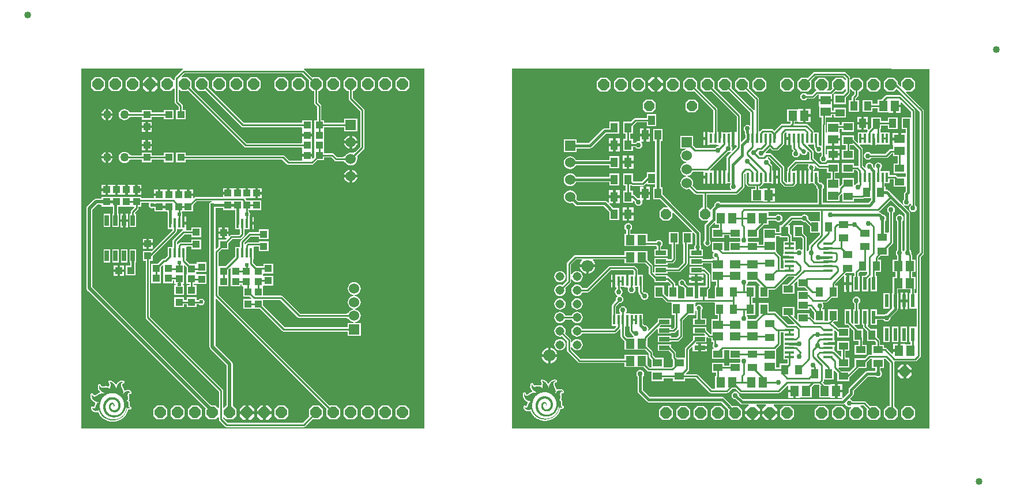
<source format=gtl>
G04*
G04 #@! TF.GenerationSoftware,Altium Limited,Altium Designer,20.0.13 (296)*
G04*
G04 Layer_Physical_Order=1*
G04 Layer_Color=48896*
%FSLAX24Y24*%
%MOIN*%
G70*
G01*
G75*
%ADD11C,0.0100*%
%ADD13C,0.0120*%
G04:AMPARAMS|DCode=18|XSize=23.6mil|YSize=23.6mil|CornerRadius=11.8mil|HoleSize=0mil|Usage=FLASHONLY|Rotation=0.000|XOffset=0mil|YOffset=0mil|HoleType=Round|Shape=RoundedRectangle|*
%AMROUNDEDRECTD18*
21,1,0.0236,0.0000,0,0,0.0*
21,1,0.0000,0.0236,0,0,0.0*
1,1,0.0236,0.0000,0.0000*
1,1,0.0236,0.0000,0.0000*
1,1,0.0236,0.0000,0.0000*
1,1,0.0236,0.0000,0.0000*
%
%ADD18ROUNDEDRECTD18*%
%ADD19R,0.0512X0.0591*%
%ADD20R,0.0140X0.0560*%
%ADD21R,0.0560X0.0140*%
%ADD22R,0.0220X0.0780*%
%ADD23R,0.0551X0.0433*%
%ADD24R,0.0433X0.0551*%
%ADD25R,0.0551X0.0394*%
%ADD26R,0.0394X0.0551*%
%ADD27R,0.0591X0.0512*%
%ADD28R,0.0630X0.0250*%
%ADD29R,0.0420X0.0420*%
%ADD30R,0.0420X0.0420*%
%ADD31R,0.0157X0.0571*%
%ADD32R,0.0250X0.0630*%
%ADD58C,0.0400*%
%ADD59C,0.0160*%
%ADD60C,0.0200*%
%ADD61P,0.0714X8X22.5*%
%ADD62P,0.0649X8X22.5*%
%ADD63R,0.0600X0.0600*%
%ADD64C,0.0600*%
%ADD65C,0.0515*%
%ADD66C,0.0709*%
%ADD67C,0.0500*%
%ADD68C,0.0300*%
%ADD69C,0.0270*%
%ADD70C,0.0240*%
%ADD71C,0.0250*%
G36*
X19909Y82D02*
X82D01*
X82Y20915D01*
X5945D01*
X5960Y20865D01*
X5933Y20847D01*
X5513Y20427D01*
X5487Y20387D01*
X5478Y20340D01*
Y20263D01*
X5428Y20242D01*
X5270Y20400D01*
X4870D01*
X4670Y20200D01*
Y19800D01*
X4870Y19600D01*
X5270D01*
X5428Y19758D01*
X5478Y19737D01*
Y18985D01*
X5487Y18939D01*
X5513Y18899D01*
X5709Y18704D01*
Y18538D01*
X5708Y18532D01*
X5708Y18530D01*
X5567D01*
Y17970D01*
X6127D01*
Y18530D01*
X5954D01*
X5954Y18532D01*
X5953Y18538D01*
Y18754D01*
X5944Y18801D01*
X5918Y18841D01*
X5722Y19036D01*
Y19682D01*
X5769Y19701D01*
X5870Y19600D01*
X6270D01*
X6283Y19613D01*
X6285Y19611D01*
X9509Y16388D01*
X9549Y16362D01*
X9595Y16352D01*
X12816D01*
X12866Y16305D01*
Y16226D01*
X12856Y16181D01*
X12856Y16149D01*
Y15966D01*
X13436D01*
Y16149D01*
X13436Y16181D01*
X13426Y16226D01*
Y16723D01*
X13436Y16769D01*
X13436Y16801D01*
Y16984D01*
X12856D01*
Y16801D01*
X12856Y16769D01*
X12866Y16723D01*
Y16644D01*
X12816Y16597D01*
X9646D01*
X6492Y19751D01*
X6470Y19800D01*
Y20200D01*
X6270Y20400D01*
X5904D01*
X5883Y20450D01*
X6071Y20638D01*
X12859D01*
X13248Y20249D01*
X13270Y20200D01*
Y19800D01*
X13470Y19600D01*
X13547D01*
X13547Y19599D01*
X13548Y19593D01*
Y18930D01*
X13557Y18883D01*
X13583Y18843D01*
X13723Y18704D01*
Y17930D01*
X13723Y17924D01*
X13723Y17923D01*
X13566D01*
Y17389D01*
X13566Y17363D01*
X13566D01*
Y17339D01*
X13566D01*
Y16805D01*
X13566Y16779D01*
X13566Y16729D01*
Y16221D01*
X13566Y16195D01*
X13566D01*
Y16171D01*
X13566D01*
Y15824D01*
X13565Y15823D01*
X13566Y15822D01*
Y15790D01*
X13560Y15783D01*
X13537Y15755D01*
X13482Y15700D01*
X13436Y15719D01*
Y15816D01*
X12856D01*
Y15601D01*
X12809Y15592D01*
X12111D01*
X11842Y15861D01*
X11802Y15888D01*
X11755Y15897D01*
X6134D01*
X6129Y15898D01*
X6127Y15898D01*
Y16055D01*
X5567D01*
Y15495D01*
X6127D01*
Y15652D01*
X6129Y15652D01*
X6134Y15652D01*
X11705D01*
X11973Y15383D01*
X12013Y15357D01*
X12060Y15348D01*
X13425D01*
X13472Y15357D01*
X13512Y15383D01*
X13706Y15578D01*
X13723Y15594D01*
X13737Y15605D01*
X13745Y15611D01*
X13777D01*
X13778Y15610D01*
X13779Y15611D01*
X14126D01*
Y15767D01*
X14127Y15768D01*
X14133Y15768D01*
X14553D01*
X14733Y15588D01*
X14773Y15561D01*
X14820Y15552D01*
X15205D01*
X15206Y15552D01*
X15219Y15549D01*
X15235Y15544D01*
X15254Y15535D01*
X15275Y15523D01*
X15298Y15508D01*
X15321Y15490D01*
X15376Y15442D01*
X15398Y15421D01*
X15406Y15410D01*
X15483Y15351D01*
X15573Y15314D01*
X15670Y15301D01*
X15767Y15314D01*
X15857Y15351D01*
X15934Y15410D01*
X15993Y15488D01*
X16030Y15578D01*
X16043Y15674D01*
X16041Y15688D01*
X16042Y15718D01*
X16047Y15791D01*
X16051Y15820D01*
X16056Y15847D01*
X16063Y15870D01*
X16070Y15889D01*
X16077Y15905D01*
X16085Y15916D01*
X16086Y15917D01*
X16417Y16248D01*
X16443Y16288D01*
X16452Y16334D01*
Y18510D01*
X16443Y18557D01*
X16417Y18597D01*
X15792Y19221D01*
Y19593D01*
X15793Y19599D01*
X15793Y19600D01*
X15870D01*
X16070Y19800D01*
Y20200D01*
X15870Y20400D01*
X15470D01*
X15270Y20200D01*
Y19800D01*
X15470Y19600D01*
X15547D01*
X15547Y19599D01*
X15548Y19593D01*
Y19170D01*
X15557Y19123D01*
X15583Y19083D01*
X16208Y18459D01*
Y16385D01*
X15913Y16090D01*
X15912Y16089D01*
X15900Y16082D01*
X15885Y16074D01*
X15866Y16067D01*
X15843Y16061D01*
X15816Y16055D01*
X15786Y16051D01*
X15714Y16046D01*
X15683Y16046D01*
X15670Y16048D01*
X15573Y16035D01*
X15483Y15998D01*
X15406Y15938D01*
X15398Y15928D01*
X15376Y15906D01*
X15321Y15858D01*
X15298Y15840D01*
X15275Y15825D01*
X15254Y15814D01*
X15235Y15805D01*
X15219Y15800D01*
X15206Y15797D01*
X15205Y15797D01*
X14870D01*
X14690Y15977D01*
X14650Y16004D01*
X14604Y16013D01*
X14133D01*
X14127Y16013D01*
X14126Y16014D01*
Y16171D01*
X14126D01*
Y16195D01*
X14126D01*
Y16729D01*
X14126Y16755D01*
X14126Y16805D01*
Y17339D01*
X14126Y17339D01*
Y17363D01*
X14126D01*
X14126Y17389D01*
Y17520D01*
X14127Y17520D01*
X14133Y17521D01*
X15293D01*
X15299Y17520D01*
X15300Y17520D01*
Y17273D01*
X16040D01*
Y18013D01*
X15300D01*
Y17766D01*
X15299Y17766D01*
X15293Y17765D01*
X14133D01*
X14127Y17766D01*
X14126Y17766D01*
Y17923D01*
X13969D01*
X13969Y17924D01*
X13968Y17930D01*
Y18754D01*
X13959Y18801D01*
X13932Y18841D01*
X13792Y18981D01*
Y19593D01*
X13793Y19599D01*
X13793Y19600D01*
X13870D01*
X14070Y19800D01*
Y20200D01*
X13870Y20400D01*
X13470D01*
X13457Y20387D01*
X13455Y20389D01*
X12997Y20847D01*
X12970Y20865D01*
X12985Y20915D01*
X19909D01*
Y82D01*
D02*
G37*
G36*
X49139Y20894D02*
Y80D01*
X24982D01*
Y17124D01*
X25000Y20913D01*
X44755D01*
X49139Y20894D01*
D02*
G37*
%LPC*%
G36*
X4275Y20410D02*
X4145D01*
Y20075D01*
X4480D01*
Y20205D01*
X4275Y20410D01*
D02*
G37*
G36*
X3995D02*
X3865D01*
X3660Y20205D01*
Y20075D01*
X3995D01*
Y20410D01*
D02*
G37*
G36*
X18870Y20400D02*
X18470D01*
X18270Y20200D01*
Y19800D01*
X18470Y19600D01*
X18870D01*
X19070Y19800D01*
Y20200D01*
X18870Y20400D01*
D02*
G37*
G36*
X17870D02*
X17470D01*
X17270Y20200D01*
Y19800D01*
X17470Y19600D01*
X17870D01*
X18070Y19800D01*
Y20200D01*
X17870Y20400D01*
D02*
G37*
G36*
X16870D02*
X16470D01*
X16270Y20200D01*
Y19800D01*
X16470Y19600D01*
X16870D01*
X17070Y19800D01*
Y20200D01*
X16870Y20400D01*
D02*
G37*
G36*
X14870D02*
X14470D01*
X14270Y20200D01*
Y19800D01*
X14470Y19600D01*
X14870D01*
X15070Y19800D01*
Y20200D01*
X14870Y20400D01*
D02*
G37*
G36*
X12870D02*
X12470D01*
X12270Y20200D01*
Y19800D01*
X12470Y19600D01*
X12870D01*
X13070Y19800D01*
Y20200D01*
X12870Y20400D01*
D02*
G37*
G36*
X11870D02*
X11470D01*
X11270Y20200D01*
Y19800D01*
X11470Y19600D01*
X11870D01*
X12070Y19800D01*
Y20200D01*
X11870Y20400D01*
D02*
G37*
G36*
X10270D02*
X9870D01*
X9670Y20200D01*
Y19800D01*
X9870Y19600D01*
X10270D01*
X10470Y19800D01*
Y20200D01*
X10270Y20400D01*
D02*
G37*
G36*
X9270D02*
X8870D01*
X8670Y20200D01*
Y19800D01*
X8870Y19600D01*
X9270D01*
X9470Y19800D01*
Y20200D01*
X9270Y20400D01*
D02*
G37*
G36*
X8270D02*
X7870D01*
X7670Y20200D01*
Y19800D01*
X7870Y19600D01*
X8270D01*
X8470Y19800D01*
Y20200D01*
X8270Y20400D01*
D02*
G37*
G36*
X3270D02*
X2870D01*
X2670Y20200D01*
Y19800D01*
X2870Y19600D01*
X3270D01*
X3470Y19800D01*
Y20200D01*
X3270Y20400D01*
D02*
G37*
G36*
X2270D02*
X1870D01*
X1670Y20200D01*
Y19800D01*
X1870Y19600D01*
X2270D01*
X2470Y19800D01*
Y20200D01*
X2270Y20400D01*
D02*
G37*
G36*
X1270D02*
X870D01*
X670Y20200D01*
Y19800D01*
X870Y19600D01*
X1270D01*
X1470Y19800D01*
Y20200D01*
X1270Y20400D01*
D02*
G37*
G36*
X4480Y19925D02*
X4145D01*
Y19590D01*
X4275D01*
X4480Y19795D01*
Y19925D01*
D02*
G37*
G36*
X3995D02*
X3660D01*
Y19795D01*
X3865Y19590D01*
X3995D01*
Y19925D01*
D02*
G37*
G36*
X1655Y18573D02*
Y18325D01*
X1903D01*
X1902Y18336D01*
X1868Y18416D01*
X1815Y18485D01*
X1746Y18538D01*
X1666Y18572D01*
X1655Y18573D01*
D02*
G37*
G36*
X1505D02*
X1494Y18572D01*
X1414Y18538D01*
X1345Y18485D01*
X1292Y18416D01*
X1258Y18336D01*
X1257Y18325D01*
X1505D01*
Y18573D01*
D02*
G37*
G36*
X2580Y18573D02*
X2496Y18562D01*
X2419Y18530D01*
X2352Y18478D01*
X2300Y18411D01*
X2268Y18334D01*
X2257Y18250D01*
X2268Y18166D01*
X2300Y18089D01*
X2352Y18022D01*
X2419Y17970D01*
X2496Y17938D01*
X2580Y17927D01*
X2664Y17938D01*
X2741Y17970D01*
X2808Y18022D01*
X2814Y18029D01*
X2853Y18066D01*
X2873Y18082D01*
X2892Y18096D01*
X2910Y18107D01*
X2926Y18115D01*
X2940Y18122D01*
X2954Y18126D01*
X2964Y18128D01*
X3593D01*
X3598Y18127D01*
X3600Y18127D01*
Y17960D01*
X4160D01*
Y18127D01*
X4161Y18127D01*
X4167Y18128D01*
X4860D01*
X4866Y18127D01*
X4867Y18127D01*
Y17970D01*
X5427D01*
Y18530D01*
X4867D01*
Y18373D01*
X4866Y18373D01*
X4860Y18372D01*
X4167D01*
X4161Y18373D01*
X4160Y18373D01*
Y18520D01*
X3600D01*
Y18373D01*
X3598Y18373D01*
X3593Y18372D01*
X2964D01*
X2954Y18374D01*
X2940Y18378D01*
X2926Y18385D01*
X2910Y18393D01*
X2892Y18404D01*
X2874Y18417D01*
X2831Y18454D01*
X2814Y18470D01*
X2808Y18478D01*
X2741Y18530D01*
X2664Y18562D01*
X2580Y18573D01*
D02*
G37*
G36*
X1903Y18175D02*
X1655D01*
Y17927D01*
X1666Y17928D01*
X1746Y17962D01*
X1815Y18015D01*
X1868Y18084D01*
X1902Y18164D01*
X1903Y18175D01*
D02*
G37*
G36*
X1505D02*
X1257D01*
X1258Y18164D01*
X1292Y18084D01*
X1345Y18015D01*
X1414Y17962D01*
X1494Y17928D01*
X1505Y17927D01*
Y18175D01*
D02*
G37*
G36*
X4170Y17830D02*
X3955D01*
Y17615D01*
X4170D01*
Y17830D01*
D02*
G37*
G36*
X3805D02*
X3590D01*
Y17615D01*
X3805D01*
Y17830D01*
D02*
G37*
G36*
X4170Y17465D02*
X3955D01*
Y17250D01*
X4170D01*
Y17465D01*
D02*
G37*
G36*
X3805D02*
X3590D01*
Y17250D01*
X3805D01*
Y17465D01*
D02*
G37*
G36*
X7270Y20400D02*
X6870D01*
X6670Y20200D01*
Y19800D01*
X6870Y19600D01*
X7270D01*
X7283Y19613D01*
X7286Y19611D01*
X9341Y17556D01*
X9380Y17530D01*
X9427Y17521D01*
X12816D01*
X12866Y17473D01*
Y17395D01*
X12856Y17349D01*
X12856Y17317D01*
Y17134D01*
X13436D01*
Y17317D01*
X13436Y17349D01*
X13426Y17395D01*
Y17923D01*
X12866D01*
Y17766D01*
X12864Y17766D01*
X12859Y17765D01*
X9478D01*
X7492Y19751D01*
X7470Y19800D01*
Y20200D01*
X7270Y20400D01*
D02*
G37*
G36*
X15745Y17032D02*
Y16734D01*
X16043D01*
X16040Y16758D01*
X16002Y16850D01*
X15941Y16930D01*
X15862Y16991D01*
X15769Y17029D01*
X15745Y17032D01*
D02*
G37*
G36*
X15595D02*
X15571Y17029D01*
X15478Y16991D01*
X15399Y16930D01*
X15338Y16850D01*
X15300Y16758D01*
X15297Y16734D01*
X15595D01*
Y17032D01*
D02*
G37*
G36*
X4170Y16765D02*
X3955D01*
Y16550D01*
X4170D01*
Y16765D01*
D02*
G37*
G36*
X3805D02*
X3590D01*
Y16550D01*
X3805D01*
Y16765D01*
D02*
G37*
G36*
X16043Y16584D02*
X15745D01*
Y16285D01*
X15769Y16288D01*
X15862Y16327D01*
X15941Y16388D01*
X16002Y16467D01*
X16040Y16559D01*
X16043Y16584D01*
D02*
G37*
G36*
X15595D02*
X15297D01*
X15300Y16559D01*
X15338Y16467D01*
X15399Y16388D01*
X15478Y16327D01*
X15571Y16288D01*
X15595Y16285D01*
Y16584D01*
D02*
G37*
G36*
X4170Y16400D02*
X3955D01*
Y16185D01*
X4170D01*
Y16400D01*
D02*
G37*
G36*
X3805D02*
X3590D01*
Y16185D01*
X3805D01*
Y16400D01*
D02*
G37*
G36*
X1655Y16098D02*
Y15850D01*
X1903D01*
X1902Y15861D01*
X1868Y15941D01*
X1815Y16010D01*
X1746Y16063D01*
X1666Y16096D01*
X1655Y16098D01*
D02*
G37*
G36*
X1505D02*
X1494Y16096D01*
X1414Y16063D01*
X1345Y16010D01*
X1292Y15941D01*
X1258Y15861D01*
X1257Y15850D01*
X1505D01*
Y16098D01*
D02*
G37*
G36*
X2580Y16097D02*
X2496Y16086D01*
X2419Y16054D01*
X2352Y16003D01*
X2300Y15936D01*
X2268Y15858D01*
X2257Y15775D01*
X2268Y15691D01*
X2300Y15613D01*
X2352Y15546D01*
X2419Y15495D01*
X2496Y15463D01*
X2580Y15452D01*
X2664Y15463D01*
X2741Y15495D01*
X2808Y15546D01*
X2814Y15554D01*
X2853Y15591D01*
X2873Y15607D01*
X2892Y15620D01*
X2910Y15632D01*
X2926Y15640D01*
X2940Y15646D01*
X2954Y15650D01*
X2964Y15652D01*
X3593D01*
X3599Y15652D01*
X3600Y15652D01*
Y15495D01*
X4160D01*
Y15651D01*
X4162Y15652D01*
X4168Y15652D01*
X4860D01*
X4866Y15652D01*
X4867Y15652D01*
Y15495D01*
X5427D01*
Y16055D01*
X4867D01*
Y15898D01*
X4866Y15898D01*
X4860Y15897D01*
X4168D01*
X4162Y15898D01*
X4160Y15898D01*
Y16055D01*
X3600D01*
Y15898D01*
X3599Y15898D01*
X3593Y15897D01*
X2964D01*
X2954Y15899D01*
X2940Y15903D01*
X2926Y15909D01*
X2910Y15918D01*
X2892Y15929D01*
X2874Y15942D01*
X2831Y15979D01*
X2814Y15995D01*
X2808Y16003D01*
X2741Y16054D01*
X2664Y16086D01*
X2580Y16097D01*
D02*
G37*
G36*
X1903Y15700D02*
X1655D01*
Y15452D01*
X1666Y15453D01*
X1746Y15486D01*
X1815Y15539D01*
X1868Y15608D01*
X1902Y15689D01*
X1903Y15700D01*
D02*
G37*
G36*
X1505D02*
X1257D01*
X1258Y15689D01*
X1292Y15608D01*
X1345Y15539D01*
X1414Y15486D01*
X1494Y15453D01*
X1505Y15452D01*
Y15700D01*
D02*
G37*
G36*
X15745Y15064D02*
Y14765D01*
X16043D01*
X16040Y14789D01*
X16002Y14882D01*
X15941Y14961D01*
X15862Y15022D01*
X15769Y15060D01*
X15745Y15064D01*
D02*
G37*
G36*
X15595D02*
X15571Y15060D01*
X15478Y15022D01*
X15399Y14961D01*
X15338Y14882D01*
X15300Y14789D01*
X15297Y14765D01*
X15595D01*
Y15064D01*
D02*
G37*
G36*
X16043Y14615D02*
X15745D01*
Y14317D01*
X15769Y14320D01*
X15862Y14358D01*
X15941Y14419D01*
X16002Y14498D01*
X16040Y14591D01*
X16043Y14615D01*
D02*
G37*
G36*
X15595D02*
X15297D01*
X15300Y14591D01*
X15338Y14498D01*
X15399Y14419D01*
X15478Y14358D01*
X15571Y14320D01*
X15595Y14317D01*
Y14615D01*
D02*
G37*
G36*
X1475Y14195D02*
X1260D01*
Y13980D01*
X1475D01*
Y14195D01*
D02*
G37*
G36*
X3567D02*
X3352D01*
Y13980D01*
X3567D01*
Y14195D01*
D02*
G37*
G36*
X10511Y13995D02*
X10296D01*
Y13780D01*
X10511D01*
Y13995D01*
D02*
G37*
G36*
X8492D02*
X8277D01*
Y13780D01*
X8492D01*
Y13995D01*
D02*
G37*
G36*
X10146D02*
X9725D01*
Y13705D01*
X9575D01*
Y13995D01*
X9213D01*
Y13705D01*
X9063D01*
Y13995D01*
X8642D01*
Y13705D01*
X8567D01*
Y13630D01*
X8277D01*
Y13482D01*
X6712D01*
X6665Y13473D01*
X6625Y13447D01*
X6603Y13425D01*
X6557Y13444D01*
Y13541D01*
X6267D01*
Y13616D01*
X6192D01*
Y13906D01*
X5782D01*
Y13616D01*
X5632D01*
Y13906D01*
X5222D01*
Y13616D01*
X5072D01*
Y13906D01*
X4662D01*
Y13616D01*
X4587D01*
Y13541D01*
X4297D01*
Y13402D01*
X3564D01*
X3559Y13403D01*
X3557Y13403D01*
Y13485D01*
X3031D01*
X2997Y13485D01*
Y13485D01*
X2981D01*
Y13485D01*
X2421D01*
Y13485D01*
X2406D01*
Y13485D01*
X1880D01*
X1846Y13485D01*
Y13485D01*
X1830D01*
Y13485D01*
X1270D01*
Y13411D01*
X1269Y13402D01*
X1269Y13402D01*
X1268Y13401D01*
X1266Y13399D01*
X1259Y13394D01*
X1246Y13389D01*
X1228Y13384D01*
X1204Y13380D01*
X1187Y13379D01*
X945D01*
X879Y13365D01*
X823Y13328D01*
X437Y12943D01*
X400Y12886D01*
X387Y12820D01*
Y8210D01*
X400Y8144D01*
X437Y8087D01*
X7250Y1275D01*
X7265Y1257D01*
X7284Y1233D01*
X7291Y1221D01*
X7270Y1200D01*
Y800D01*
X7470Y600D01*
X7870D01*
X8001Y731D01*
X8048Y712D01*
Y610D01*
X8057Y563D01*
X8083Y523D01*
X8413Y193D01*
X8453Y167D01*
X8500Y158D01*
X12950D01*
X12997Y167D01*
X13037Y193D01*
X13455Y611D01*
X13457Y613D01*
X13470Y600D01*
X13870D01*
X14070Y800D01*
Y1200D01*
X13870Y1400D01*
X13470D01*
X13270Y1200D01*
Y800D01*
X13283Y787D01*
X13281Y785D01*
X12899Y402D01*
X8551D01*
X8292Y661D01*
Y712D01*
X8339Y731D01*
X8470Y600D01*
X8870D01*
X9070Y800D01*
Y1200D01*
X8870Y1400D01*
X8854D01*
X8849Y1420D01*
X8843Y1478D01*
Y3810D01*
X8843Y3810D01*
X8830Y3876D01*
X8793Y3933D01*
X7843Y4882D01*
Y7588D01*
X7890Y7607D01*
X14281Y1216D01*
X14283Y1213D01*
X14270Y1200D01*
Y800D01*
X14470Y600D01*
X14870D01*
X15070Y800D01*
Y1200D01*
X14870Y1400D01*
X14470D01*
X14457Y1387D01*
X14454Y1389D01*
X8022Y7821D01*
Y8270D01*
X8032Y8316D01*
X8072Y8316D01*
X8592D01*
Y8876D01*
X8592D01*
Y8916D01*
X8592D01*
Y9297D01*
X8597Y9304D01*
X8620Y9331D01*
X8686Y9397D01*
X8732Y9378D01*
Y8926D01*
X8732Y8916D01*
Y8876D01*
X8732Y8866D01*
Y8316D01*
X9292D01*
Y8407D01*
X9319Y8421D01*
X9345Y8407D01*
Y8316D01*
X9427D01*
X9451Y8276D01*
Y7716D01*
X9832D01*
X9839Y7711D01*
X9866Y7688D01*
X9932Y7622D01*
X9913Y7576D01*
X9451D01*
Y7016D01*
X10011D01*
X10011Y7016D01*
X10045D01*
Y7016D01*
X10061Y7016D01*
X10426D01*
X10433Y7011D01*
X10460Y6988D01*
X11720Y5728D01*
X11760Y5702D01*
X11806Y5692D01*
X15493D01*
X15499Y5692D01*
X15500Y5691D01*
Y5445D01*
X16240D01*
Y6185D01*
X15917D01*
X15914Y6235D01*
X15967Y6241D01*
X16057Y6279D01*
X16134Y6338D01*
X16193Y6415D01*
X16230Y6505D01*
X16243Y6602D01*
X16230Y6699D01*
X16193Y6789D01*
X16134Y6866D01*
X16057Y6925D01*
X15967Y6962D01*
X15906Y6970D01*
Y7021D01*
X15967Y7029D01*
X16057Y7066D01*
X16134Y7125D01*
X16193Y7203D01*
X16230Y7293D01*
X16243Y7389D01*
X16230Y7486D01*
X16193Y7576D01*
X16134Y7653D01*
X16057Y7713D01*
X15967Y7750D01*
X15906Y7758D01*
Y7808D01*
X15967Y7816D01*
X16057Y7854D01*
X16134Y7913D01*
X16193Y7990D01*
X16230Y8080D01*
X16243Y8177D01*
X16230Y8273D01*
X16193Y8363D01*
X16134Y8441D01*
X16057Y8500D01*
X15967Y8537D01*
X15870Y8550D01*
X15773Y8537D01*
X15683Y8500D01*
X15606Y8441D01*
X15547Y8363D01*
X15510Y8273D01*
X15497Y8177D01*
X15510Y8080D01*
X15547Y7990D01*
X15606Y7913D01*
X15683Y7854D01*
X15773Y7816D01*
X15834Y7808D01*
Y7758D01*
X15773Y7750D01*
X15683Y7713D01*
X15606Y7653D01*
X15547Y7576D01*
X15510Y7486D01*
X15497Y7389D01*
X15510Y7293D01*
X15547Y7203D01*
X15606Y7125D01*
X15683Y7066D01*
X15773Y7029D01*
X15834Y7021D01*
Y6970D01*
X15773Y6962D01*
X15683Y6925D01*
X15606Y6866D01*
X15598Y6855D01*
X15576Y6834D01*
X15521Y6786D01*
X15498Y6768D01*
X15475Y6753D01*
X15454Y6741D01*
X15435Y6733D01*
X15419Y6727D01*
X15406Y6724D01*
X15405Y6724D01*
X12739D01*
X11727Y7737D01*
X11687Y7763D01*
X11640Y7772D01*
X10605D01*
Y8276D01*
X10605D01*
Y8314D01*
X10629Y8356D01*
X11185D01*
Y8916D01*
X10655D01*
X10625Y8916D01*
X10605Y8958D01*
Y9014D01*
X10625Y9056D01*
X11185D01*
Y9616D01*
X10625D01*
Y9518D01*
X10605Y9476D01*
X10535D01*
X10534Y9476D01*
X10533Y9476D01*
X10224D01*
X10217Y9481D01*
X10190Y9504D01*
X10028Y9666D01*
Y9877D01*
X10055D01*
Y9947D01*
X10055Y9948D01*
X10055Y9949D01*
Y10588D01*
X10093Y10616D01*
X10342D01*
X10348Y10616D01*
X10350Y10616D01*
Y10340D01*
X10910D01*
Y10900D01*
X10422D01*
X10421Y10900D01*
X10420Y10900D01*
X10350D01*
Y10862D01*
X10342Y10861D01*
X9731D01*
X9684Y10852D01*
X9644Y10825D01*
X9566Y10747D01*
X9554Y10748D01*
X9516Y10764D01*
Y10833D01*
X9881Y11198D01*
X10342D01*
X10348Y11197D01*
X10350Y11197D01*
Y11040D01*
X10910D01*
Y11600D01*
X10350D01*
Y11443D01*
X10348Y11443D01*
X10342Y11442D01*
X9830D01*
X9783Y11433D01*
X9743Y11407D01*
X9307Y10970D01*
X9281Y10931D01*
X9272Y10884D01*
Y10588D01*
X8989D01*
Y10215D01*
X8987Y10203D01*
Y10049D01*
X8985Y10046D01*
X8961Y10018D01*
X8452Y9508D01*
X8435Y9493D01*
X8421Y9481D01*
X8413Y9476D01*
X8032Y9476D01*
X8022Y9522D01*
Y10257D01*
X8172Y10407D01*
X8190Y10423D01*
X8203Y10434D01*
X8212Y10440D01*
X8244D01*
X8245Y10440D01*
X8246Y10440D01*
X8592D01*
Y10821D01*
X8597Y10828D01*
X8620Y10855D01*
X8813Y11048D01*
X9260D01*
X9307Y11057D01*
X9347Y11083D01*
X9480Y11217D01*
X9507Y11257D01*
X9516Y11304D01*
Y11609D01*
X9747D01*
Y11599D01*
X9831D01*
Y11964D01*
Y12337D01*
X9808Y12380D01*
X9829Y12411D01*
X9844Y12485D01*
X9829Y12559D01*
X9787Y12622D01*
X9780Y12627D01*
X9779Y12628D01*
X9777Y12631D01*
X9776Y12635D01*
X9774Y12639D01*
X9773Y12645D01*
X9772Y12650D01*
Y12718D01*
X9773Y12724D01*
X9773Y12725D01*
X9930D01*
X9930Y12725D01*
X9941D01*
Y12725D01*
X9980Y12725D01*
X10501D01*
Y13285D01*
X9980D01*
X9941Y13285D01*
Y13285D01*
X9930D01*
Y13285D01*
X9615D01*
X9607Y13328D01*
X9582Y13365D01*
X9586Y13387D01*
X9598Y13415D01*
X10146D01*
Y13705D01*
Y13995D01*
D02*
G37*
G36*
X6557Y13906D02*
X6342D01*
Y13691D01*
X6557D01*
Y13906D01*
D02*
G37*
G36*
X4512D02*
X4297D01*
Y13691D01*
X4512D01*
Y13906D01*
D02*
G37*
G36*
X3567Y13830D02*
X3352D01*
Y13615D01*
X3567D01*
Y13830D01*
D02*
G37*
G36*
X3202Y14195D02*
X2776D01*
Y13905D01*
Y13615D01*
X3202D01*
Y13905D01*
Y14195D01*
D02*
G37*
G36*
X2626D02*
X2201D01*
Y13905D01*
Y13615D01*
X2626D01*
Y13905D01*
Y14195D01*
D02*
G37*
G36*
X2051D02*
X1625D01*
Y13905D01*
Y13615D01*
X2051D01*
Y13905D01*
Y14195D01*
D02*
G37*
G36*
X1475Y13830D02*
X1260D01*
Y13615D01*
X1475D01*
Y13830D01*
D02*
G37*
G36*
X10511Y13630D02*
X10296D01*
Y13415D01*
X10511D01*
Y13630D01*
D02*
G37*
G36*
X10065Y12330D02*
X9981D01*
Y12039D01*
X10065D01*
Y12330D01*
D02*
G37*
G36*
Y11889D02*
X9981D01*
Y11599D01*
X10065D01*
Y11889D01*
D02*
G37*
G36*
X1737Y2869D02*
X1723D01*
X1695Y2863D01*
X1672Y2848D01*
X1657Y2825D01*
X1651Y2797D01*
Y2788D01*
X1657Y2760D01*
X1672Y2737D01*
X1675Y2735D01*
X1677Y2732D01*
X1680Y2730D01*
X1682Y2727D01*
X1685Y2725D01*
X1687Y2722D01*
X1690Y2720D01*
X1697Y2710D01*
X1697Y2710D01*
X1697Y2710D01*
X1702Y2685D01*
X1703Y2683D01*
X1706Y2667D01*
Y2663D01*
X1711Y2637D01*
Y2608D01*
X1706Y2582D01*
Y2548D01*
X1699Y2538D01*
X1680Y2523D01*
X1673Y2520D01*
X1651Y2518D01*
X1650Y2518D01*
X1622Y2524D01*
X1618D01*
X1593Y2529D01*
X1588D01*
X1562Y2534D01*
X1468D01*
X1442Y2529D01*
X1433D01*
X1407Y2524D01*
X1377D01*
X1352Y2519D01*
X1328D01*
X1308Y2515D01*
X1290Y2518D01*
X1290Y2518D01*
X1272Y2522D01*
X1270Y2523D01*
X1270Y2523D01*
X1260Y2530D01*
X1248Y2548D01*
X1245Y2550D01*
X1244Y2551D01*
X1243Y2555D01*
X1239Y2561D01*
X1238Y2565D01*
X1234Y2571D01*
X1233Y2575D01*
X1229Y2581D01*
X1228Y2585D01*
X1226Y2589D01*
X1223Y2600D01*
X1223Y2600D01*
X1218Y2625D01*
X1203Y2648D01*
X1180Y2663D01*
X1152Y2669D01*
X1147D01*
X1120Y2663D01*
X1097Y2648D01*
X1095Y2645D01*
X1092Y2643D01*
X1077Y2620D01*
X1076Y2616D01*
X1072Y2610D01*
X1068Y2592D01*
X1067Y2590D01*
X1064Y2579D01*
X1062Y2575D01*
X1059Y2564D01*
X1057Y2560D01*
X1052Y2535D01*
X1052Y2535D01*
X1046Y2508D01*
Y2503D01*
X1041Y2477D01*
Y2442D01*
X1047Y2415D01*
X1047Y2415D01*
X1052Y2390D01*
X1053Y2388D01*
X1057Y2370D01*
X1061Y2364D01*
X1062Y2360D01*
X1066Y2354D01*
X1067Y2350D01*
X1069Y2346D01*
X1072Y2335D01*
X1082Y2320D01*
X1082Y2320D01*
X1086Y2314D01*
X1087Y2310D01*
X1102Y2287D01*
X1105Y2285D01*
X1117Y2267D01*
X1120Y2265D01*
X1132Y2247D01*
X1135Y2245D01*
X1137Y2242D01*
X1140Y2240D01*
X1142Y2237D01*
X1145Y2235D01*
X1147Y2232D01*
X1150Y2230D01*
X1152Y2227D01*
X1155Y2225D01*
X1157Y2222D01*
X1160Y2220D01*
X1162Y2217D01*
X1165Y2215D01*
X1167Y2212D01*
X1157Y2167D01*
X1150Y2155D01*
X1140Y2153D01*
X1134Y2149D01*
X1130Y2148D01*
X1128Y2147D01*
X1110Y2143D01*
X1106Y2141D01*
X1095Y2138D01*
X1089Y2134D01*
X1085Y2133D01*
X1081Y2131D01*
X1070Y2128D01*
X1055Y2118D01*
X1055Y2118D01*
X1049Y2114D01*
X1045Y2113D01*
X1022Y2098D01*
X1020Y2095D01*
X1002Y2083D01*
X1000Y2080D01*
X982Y2068D01*
X980Y2065D01*
X977Y2063D01*
X975Y2060D01*
X972Y2058D01*
X970Y2055D01*
X967Y2053D01*
X965Y2050D01*
X947Y2038D01*
X945Y2035D01*
X929Y2024D01*
X925Y2023D01*
X919Y2019D01*
X915Y2018D01*
X902Y2010D01*
X895Y2008D01*
X891Y2006D01*
X880Y2003D01*
X878Y2002D01*
X862Y1999D01*
X833D01*
X810Y2003D01*
X810Y2003D01*
X806Y2004D01*
X805Y2005D01*
X800Y2013D01*
X798Y2020D01*
X796Y2024D01*
X793Y2035D01*
X791Y2039D01*
X789Y2048D01*
Y2052D01*
X783Y2080D01*
X779Y2086D01*
X778Y2090D01*
X763Y2113D01*
X740Y2128D01*
X712Y2134D01*
X707D01*
X680Y2128D01*
X657Y2113D01*
X655Y2110D01*
X652Y2108D01*
X637Y2085D01*
X633Y2067D01*
X632Y2065D01*
X629Y2054D01*
X627Y2050D01*
X623Y2032D01*
X622Y2030D01*
X616Y2002D01*
Y1937D01*
X621Y1912D01*
Y1908D01*
X627Y1880D01*
X629Y1876D01*
X632Y1865D01*
X632Y1865D01*
X637Y1840D01*
X639Y1836D01*
X642Y1825D01*
X644Y1821D01*
X647Y1810D01*
X651Y1804D01*
X652Y1800D01*
X662Y1785D01*
X662Y1785D01*
X666Y1779D01*
X667Y1775D01*
X671Y1769D01*
X672Y1765D01*
X682Y1750D01*
X682Y1750D01*
X697Y1727D01*
X700Y1725D01*
X702Y1722D01*
X705Y1720D01*
X717Y1702D01*
X720Y1700D01*
X722Y1697D01*
X725Y1695D01*
X727Y1692D01*
X730Y1690D01*
X732Y1687D01*
X735Y1685D01*
X737Y1682D01*
X740Y1680D01*
X742Y1677D01*
X745Y1675D01*
X747Y1672D01*
X750Y1670D01*
X752Y1667D01*
X755Y1665D01*
X757Y1662D01*
X760Y1660D01*
X762Y1657D01*
X765Y1655D01*
X767Y1652D01*
X785Y1640D01*
X787Y1637D01*
X790Y1635D01*
X792Y1632D01*
X795Y1630D01*
X797Y1627D01*
X820Y1612D01*
X824Y1611D01*
X830Y1607D01*
X834Y1606D01*
X840Y1602D01*
X840Y1602D01*
X855Y1592D01*
X866Y1589D01*
X870Y1587D01*
X870Y1587D01*
X885Y1577D01*
X897Y1558D01*
X900Y1551D01*
X903Y1533D01*
X902Y1525D01*
X902Y1520D01*
X892Y1505D01*
X891Y1501D01*
X887Y1495D01*
X886Y1491D01*
X882Y1485D01*
X881Y1481D01*
X877Y1475D01*
X873Y1457D01*
X872Y1455D01*
X871Y1451D01*
X867Y1445D01*
X864Y1434D01*
X862Y1430D01*
X858Y1412D01*
X857Y1410D01*
X854Y1399D01*
X852Y1395D01*
X851Y1391D01*
X847Y1385D01*
X842Y1360D01*
X842Y1360D01*
X841Y1356D01*
X838Y1353D01*
X832Y1346D01*
X828Y1342D01*
X788Y1334D01*
X780Y1335D01*
X778Y1338D01*
X775Y1340D01*
X773Y1343D01*
X750Y1358D01*
X723Y1364D01*
X718D01*
X690Y1358D01*
X667Y1343D01*
X652Y1320D01*
X646Y1293D01*
Y1258D01*
X652Y1230D01*
X656Y1224D01*
X657Y1220D01*
X659Y1216D01*
X662Y1205D01*
X666Y1199D01*
X667Y1195D01*
X671Y1189D01*
X672Y1185D01*
X682Y1170D01*
X682Y1170D01*
X692Y1155D01*
X692Y1155D01*
X696Y1149D01*
X697Y1145D01*
X712Y1122D01*
X715Y1120D01*
X717Y1117D01*
X720Y1115D01*
X732Y1097D01*
X755Y1082D01*
X755Y1082D01*
X770Y1072D01*
X770Y1072D01*
X785Y1062D01*
X789Y1061D01*
X795Y1057D01*
X799Y1056D01*
X805Y1052D01*
X816Y1049D01*
X820Y1047D01*
X824Y1046D01*
X830Y1042D01*
X834Y1041D01*
X840Y1037D01*
X868Y1031D01*
X872D01*
X897Y1026D01*
X967D01*
X993Y1031D01*
X1013D01*
X1024Y1033D01*
X1048Y1024D01*
X1071Y1008D01*
X1074Y1006D01*
X1077Y1000D01*
X1085Y987D01*
X1087Y980D01*
X1091Y974D01*
X1092Y970D01*
X1096Y964D01*
X1097Y960D01*
X1101Y954D01*
X1102Y950D01*
X1106Y944D01*
X1107Y940D01*
X1115Y927D01*
X1117Y920D01*
X1131Y899D01*
X1132Y895D01*
X1147Y872D01*
X1150Y870D01*
X1151Y869D01*
X1152Y865D01*
X1162Y850D01*
X1162Y850D01*
X1177Y827D01*
X1180Y825D01*
X1192Y807D01*
X1195Y805D01*
X1197Y802D01*
X1200Y800D01*
X1202Y797D01*
X1205Y795D01*
X1207Y792D01*
X1210Y790D01*
X1222Y772D01*
X1225Y770D01*
X1227Y767D01*
X1230Y765D01*
X1232Y762D01*
X1235Y760D01*
X1237Y757D01*
X1240Y755D01*
X1242Y752D01*
X1245Y750D01*
X1247Y747D01*
X1250Y745D01*
X1252Y742D01*
X1255Y740D01*
X1257Y737D01*
X1260Y735D01*
X1262Y732D01*
X1265Y730D01*
X1267Y727D01*
X1270Y725D01*
X1272Y722D01*
X1275Y720D01*
X1277Y717D01*
X1280Y715D01*
X1282Y712D01*
X1285Y710D01*
X1287Y707D01*
X1290Y705D01*
X1292Y702D01*
X1295Y700D01*
X1297Y697D01*
X1300Y695D01*
X1302Y692D01*
X1320Y680D01*
X1322Y677D01*
X1325Y675D01*
X1327Y672D01*
X1350Y657D01*
X1350Y657D01*
X1360Y650D01*
X1362Y647D01*
X1385Y632D01*
X1385Y632D01*
X1400Y622D01*
X1404Y621D01*
X1405Y620D01*
X1407Y617D01*
X1430Y602D01*
X1441Y599D01*
X1445Y597D01*
X1445Y597D01*
X1460Y587D01*
X1471Y584D01*
X1475Y582D01*
X1479Y581D01*
X1485Y577D01*
X1489Y576D01*
X1495Y572D01*
X1499Y571D01*
X1505Y567D01*
X1509Y566D01*
X1515Y562D01*
X1519Y561D01*
X1525Y557D01*
X1536Y554D01*
X1540Y552D01*
X1544Y551D01*
X1550Y547D01*
X1554Y546D01*
X1560Y542D01*
X1571Y539D01*
X1575Y537D01*
X1586Y534D01*
X1590Y532D01*
X1594Y531D01*
X1600Y527D01*
X1618Y523D01*
X1620Y522D01*
X1631Y519D01*
X1635Y517D01*
X1639Y516D01*
X1645Y512D01*
X1670Y507D01*
X1670Y507D01*
X1681Y504D01*
X1685Y502D01*
X1696Y499D01*
X1700Y497D01*
X1727Y491D01*
X1742D01*
X1768Y486D01*
X1777D01*
X1803Y481D01*
X1827D01*
X1852Y476D01*
X1953D01*
X1978Y481D01*
X2002D01*
X2028Y486D01*
X2042D01*
X2068Y491D01*
X2083D01*
X2110Y497D01*
X2114Y499D01*
X2125Y502D01*
X2129Y504D01*
X2140Y507D01*
X2140Y507D01*
X2165Y512D01*
X2171Y516D01*
X2175Y517D01*
X2179Y519D01*
X2190Y522D01*
X2192Y523D01*
X2210Y527D01*
X2216Y531D01*
X2220Y532D01*
X2224Y534D01*
X2235Y537D01*
X2239Y539D01*
X2250Y542D01*
X2256Y546D01*
X2260Y547D01*
X2264Y549D01*
X2275Y552D01*
X2279Y554D01*
X2290Y557D01*
X2296Y561D01*
X2300Y562D01*
X2306Y566D01*
X2310Y567D01*
X2314Y569D01*
X2325Y572D01*
X2340Y582D01*
X2340Y582D01*
X2344Y584D01*
X2355Y587D01*
X2361Y591D01*
X2365Y592D01*
X2378Y600D01*
X2385Y602D01*
X2391Y606D01*
X2395Y607D01*
X2410Y617D01*
X2410Y617D01*
X2433Y632D01*
X2435Y635D01*
X2453Y647D01*
X2455Y650D01*
X2465Y657D01*
X2465Y657D01*
X2488Y672D01*
X2490Y675D01*
X2508Y687D01*
X2510Y690D01*
X2513Y692D01*
X2515Y695D01*
X2533Y707D01*
X2535Y710D01*
X2538Y712D01*
X2540Y715D01*
X2543Y717D01*
X2545Y720D01*
X2548Y722D01*
X2550Y725D01*
X2553Y727D01*
X2555Y730D01*
X2558Y732D01*
X2560Y735D01*
X2563Y737D01*
X2565Y740D01*
X2568Y742D01*
X2580Y760D01*
X2583Y762D01*
X2585Y765D01*
X2588Y767D01*
X2590Y770D01*
X2593Y772D01*
X2595Y775D01*
X2598Y777D01*
X2600Y780D01*
X2603Y782D01*
X2605Y785D01*
X2608Y787D01*
X2610Y790D01*
X2613Y792D01*
X2615Y795D01*
X2618Y797D01*
X2630Y815D01*
X2633Y817D01*
X2648Y840D01*
X2648Y840D01*
X2655Y850D01*
X2658Y852D01*
X2673Y875D01*
X2674Y879D01*
X2678Y885D01*
X2678Y885D01*
X2688Y900D01*
X2690Y907D01*
X2698Y920D01*
X2699Y924D01*
X2703Y930D01*
X2704Y934D01*
X2708Y940D01*
X2708Y940D01*
X2718Y955D01*
X2721Y966D01*
X2723Y970D01*
X2723Y970D01*
X2733Y985D01*
X2736Y996D01*
X2738Y1000D01*
X2739Y1004D01*
X2743Y1010D01*
X2744Y1014D01*
X2748Y1020D01*
X2751Y1031D01*
X2753Y1035D01*
X2756Y1046D01*
X2758Y1050D01*
X2759Y1054D01*
X2763Y1060D01*
X2766Y1071D01*
X2768Y1075D01*
X2771Y1086D01*
X2773Y1090D01*
X2774Y1094D01*
X2778Y1100D01*
X2782Y1118D01*
X2783Y1120D01*
X2784Y1124D01*
X2788Y1130D01*
X2791Y1141D01*
X2793Y1145D01*
X2798Y1169D01*
X2812Y1166D01*
X2858D01*
X2885Y1172D01*
X2887Y1173D01*
X2905Y1177D01*
X2909Y1179D01*
X2920Y1182D01*
X2924Y1184D01*
X2935Y1187D01*
X2950Y1197D01*
X2950Y1197D01*
X2973Y1212D01*
X2975Y1215D01*
X2978Y1217D01*
X2993Y1240D01*
X2999Y1268D01*
Y1273D01*
X2993Y1300D01*
X2978Y1323D01*
X2975Y1325D01*
X2973Y1328D01*
X2950Y1343D01*
X2932Y1347D01*
X2930Y1348D01*
X2912Y1352D01*
X2910Y1353D01*
X2906Y1354D01*
X2900Y1358D01*
X2896Y1359D01*
X2895Y1360D01*
X2894Y1361D01*
X2893Y1365D01*
X2889Y1371D01*
X2888Y1375D01*
X2888Y1375D01*
X2884Y1398D01*
Y1407D01*
X2889Y1433D01*
Y1462D01*
X2894Y1488D01*
Y1567D01*
X2889Y1593D01*
Y1597D01*
X2883Y1625D01*
X2881Y1629D01*
X2878Y1640D01*
X2868Y1655D01*
X2868Y1655D01*
X2853Y1678D01*
X2850Y1680D01*
X2848Y1683D01*
X2845Y1685D01*
X2843Y1688D01*
X2840Y1690D01*
X2838Y1693D01*
X2853Y1740D01*
X2853Y1740D01*
X2859Y1768D01*
Y1782D01*
X2864Y1807D01*
Y1852D01*
X2859Y1878D01*
Y1912D01*
X2853Y1940D01*
X2852Y1942D01*
X2848Y1960D01*
X2847Y1962D01*
X2844Y1978D01*
Y2037D01*
X2844Y2039D01*
X2848Y2045D01*
X2849Y2049D01*
X2853Y2055D01*
X2854Y2059D01*
X2858Y2065D01*
X2858Y2065D01*
X2865Y2075D01*
X2877Y2083D01*
X2882Y2084D01*
X2898Y2081D01*
X2932D01*
X2960Y2087D01*
X2983Y2102D01*
X2998Y2125D01*
X3004Y2153D01*
Y2167D01*
X2998Y2195D01*
X2988Y2210D01*
X2988Y2210D01*
X2973Y2233D01*
X2970Y2235D01*
X2968Y2238D01*
X2965Y2240D01*
X2963Y2243D01*
X2960Y2245D01*
X2958Y2248D01*
X2955Y2250D01*
X2953Y2253D01*
X2950Y2255D01*
X2948Y2258D01*
X2945Y2260D01*
X2943Y2263D01*
X2920Y2278D01*
X2920Y2278D01*
X2905Y2288D01*
X2901Y2289D01*
X2895Y2293D01*
X2891Y2294D01*
X2885Y2298D01*
X2874Y2301D01*
X2870Y2303D01*
X2866Y2304D01*
X2860Y2308D01*
X2833Y2314D01*
X2738D01*
X2710Y2308D01*
X2708Y2307D01*
X2690Y2303D01*
X2688Y2302D01*
X2670Y2298D01*
X2668Y2297D01*
X2650Y2293D01*
X2644Y2289D01*
X2640Y2288D01*
X2634Y2284D01*
X2630Y2283D01*
X2624Y2279D01*
X2623Y2279D01*
X2619Y2279D01*
X2576Y2296D01*
X2571Y2300D01*
X2568Y2305D01*
X2566Y2309D01*
X2563Y2320D01*
X2562Y2322D01*
X2558Y2340D01*
X2557Y2342D01*
X2553Y2360D01*
X2549Y2366D01*
X2548Y2370D01*
X2544Y2376D01*
X2543Y2380D01*
X2541Y2384D01*
X2538Y2395D01*
X2528Y2410D01*
X2528Y2410D01*
X2524Y2416D01*
X2523Y2420D01*
X2519Y2426D01*
X2518Y2430D01*
X2510Y2443D01*
X2508Y2450D01*
X2494Y2471D01*
X2493Y2475D01*
X2489Y2481D01*
X2488Y2485D01*
X2484Y2491D01*
X2483Y2495D01*
X2482Y2497D01*
X2478Y2515D01*
X2474Y2521D01*
X2473Y2525D01*
X2471Y2529D01*
X2468Y2540D01*
X2468Y2540D01*
X2463Y2565D01*
X2462Y2567D01*
X2459Y2583D01*
Y2617D01*
X2462Y2633D01*
X2463Y2635D01*
X2466Y2646D01*
X2468Y2650D01*
X2468Y2650D01*
X2478Y2665D01*
X2478Y2665D01*
X2481Y2669D01*
X2493Y2677D01*
X2497Y2683D01*
X2501Y2686D01*
X2505Y2687D01*
X2511Y2691D01*
X2515Y2692D01*
X2519Y2694D01*
X2530Y2697D01*
X2530Y2697D01*
X2555Y2702D01*
X2578Y2717D01*
X2593Y2740D01*
X2599Y2767D01*
Y2777D01*
X2593Y2805D01*
X2578Y2828D01*
X2575Y2830D01*
X2573Y2833D01*
X2550Y2848D01*
X2522Y2854D01*
X2518D01*
X2492Y2859D01*
X2432D01*
X2407Y2854D01*
X2397D01*
X2370Y2848D01*
X2366Y2846D01*
X2355Y2843D01*
X2351Y2841D01*
X2340Y2838D01*
X2334Y2834D01*
X2330Y2833D01*
X2324Y2829D01*
X2320Y2828D01*
X2305Y2818D01*
X2305Y2818D01*
X2299Y2814D01*
X2295Y2813D01*
X2280Y2803D01*
X2280Y2803D01*
X2274Y2799D01*
X2270Y2798D01*
X2255Y2788D01*
X2255Y2788D01*
X2232Y2773D01*
X2230Y2770D01*
X2212Y2758D01*
X2206Y2749D01*
X2197Y2743D01*
X2185Y2725D01*
X2182Y2723D01*
X2180Y2720D01*
X2177Y2718D01*
X2175Y2715D01*
X2172Y2713D01*
X2170Y2710D01*
X2167Y2708D01*
X2152Y2685D01*
X2152Y2685D01*
X2142Y2670D01*
X2142Y2670D01*
X2132Y2655D01*
X2132Y2655D01*
X2127Y2648D01*
X2107Y2640D01*
X2104Y2640D01*
X2091D01*
X2080Y2641D01*
X2070Y2646D01*
X2058Y2663D01*
X2055Y2665D01*
X2043Y2683D01*
X2040Y2685D01*
X2028Y2703D01*
X2025Y2705D01*
X2023Y2708D01*
X2020Y2710D01*
X2018Y2713D01*
X2015Y2715D01*
X2013Y2718D01*
X2010Y2720D01*
X1998Y2738D01*
X1980Y2750D01*
X1978Y2753D01*
X1975Y2755D01*
X1973Y2758D01*
X1955Y2770D01*
X1953Y2773D01*
X1930Y2788D01*
X1926Y2789D01*
X1920Y2793D01*
X1920Y2793D01*
X1905Y2803D01*
X1901Y2804D01*
X1895Y2808D01*
X1895Y2808D01*
X1880Y2818D01*
X1869Y2821D01*
X1865Y2823D01*
X1865Y2823D01*
X1850Y2833D01*
X1843Y2835D01*
X1830Y2843D01*
X1826Y2844D01*
X1820Y2848D01*
X1809Y2851D01*
X1805Y2853D01*
X1801Y2854D01*
X1795Y2858D01*
X1768Y2864D01*
X1763D01*
X1737Y2869D01*
D02*
G37*
G36*
X10875Y1410D02*
X10745D01*
Y1075D01*
X11080D01*
Y1205D01*
X10875Y1410D01*
D02*
G37*
G36*
X10595D02*
X10465D01*
X10260Y1205D01*
Y1075D01*
X10595D01*
Y1410D01*
D02*
G37*
G36*
X9875D02*
X9745D01*
Y1075D01*
X10080D01*
Y1205D01*
X9875Y1410D01*
D02*
G37*
G36*
X9595D02*
X9465D01*
X9260Y1205D01*
Y1075D01*
X9595D01*
Y1410D01*
D02*
G37*
G36*
X18870Y1400D02*
X18470D01*
X18270Y1200D01*
Y800D01*
X18470Y600D01*
X18870D01*
X19070Y800D01*
Y1200D01*
X18870Y1400D01*
D02*
G37*
G36*
X17870D02*
X17470D01*
X17270Y1200D01*
Y800D01*
X17470Y600D01*
X17870D01*
X18070Y800D01*
Y1200D01*
X17870Y1400D01*
D02*
G37*
G36*
X16870D02*
X16470D01*
X16270Y1200D01*
Y800D01*
X16470Y600D01*
X16870D01*
X17070Y800D01*
Y1200D01*
X16870Y1400D01*
D02*
G37*
G36*
X15870D02*
X15470D01*
X15270Y1200D01*
Y800D01*
X15470Y600D01*
X15870D01*
X16070Y800D01*
Y1200D01*
X15870Y1400D01*
D02*
G37*
G36*
X11870D02*
X11470D01*
X11270Y1200D01*
Y800D01*
X11470Y600D01*
X11870D01*
X12070Y800D01*
Y1200D01*
X11870Y1400D01*
D02*
G37*
G36*
X6870D02*
X6470D01*
X6270Y1200D01*
Y800D01*
X6470Y600D01*
X6870D01*
X7070Y800D01*
Y1200D01*
X6870Y1400D01*
D02*
G37*
G36*
X5870D02*
X5470D01*
X5270Y1200D01*
Y800D01*
X5470Y600D01*
X5870D01*
X6070Y800D01*
Y1200D01*
X5870Y1400D01*
D02*
G37*
G36*
X4870D02*
X4470D01*
X4270Y1200D01*
Y800D01*
X4470Y600D01*
X4870D01*
X5070Y800D01*
Y1200D01*
X4870Y1400D01*
D02*
G37*
G36*
X11080Y925D02*
X10745D01*
Y590D01*
X10875D01*
X11080Y795D01*
Y925D01*
D02*
G37*
G36*
X10595D02*
X10260D01*
Y795D01*
X10465Y590D01*
X10595D01*
Y925D01*
D02*
G37*
G36*
X10080D02*
X9745D01*
Y590D01*
X9875D01*
X10080Y795D01*
Y925D01*
D02*
G37*
G36*
X9595D02*
X9260D01*
Y795D01*
X9465Y590D01*
X9595D01*
Y925D01*
D02*
G37*
%LPD*%
G36*
X4010Y13108D02*
X4001Y13094D01*
X3986Y13020D01*
X4001Y12946D01*
X4043Y12883D01*
X4106Y12841D01*
X4180Y12826D01*
X4254Y12841D01*
X4257Y12843D01*
X4307Y12816D01*
Y12636D01*
X5066D01*
X5066Y12635D01*
X5069Y12627D01*
X5073Y12614D01*
X5076Y12596D01*
X5077Y12583D01*
Y11971D01*
X5081Y11950D01*
Y11616D01*
X5363D01*
X5364Y11614D01*
Y11557D01*
X4258Y10451D01*
X4220Y10484D01*
X4220Y10528D01*
Y10695D01*
X4005D01*
Y10480D01*
X4170D01*
X4216Y10480D01*
X4249Y10442D01*
X4157Y10350D01*
X4140D01*
X4139Y10350D01*
X4138Y10350D01*
X3650D01*
Y9790D01*
X3807D01*
X3807Y9789D01*
X3808Y9783D01*
Y6510D01*
X3817Y6463D01*
X3843Y6423D01*
X8048Y2219D01*
Y1288D01*
X8001Y1269D01*
X7870Y1400D01*
X7648D01*
X7638Y1405D01*
X7614Y1418D01*
X7589Y1435D01*
X7534Y1481D01*
X733Y8282D01*
Y12748D01*
X1017Y13032D01*
X1187D01*
X1204Y13031D01*
X1228Y13027D01*
X1246Y13022D01*
X1259Y13016D01*
X1266Y13012D01*
X1268Y13010D01*
X1269Y13009D01*
X1269Y13009D01*
X1270Y13000D01*
Y12925D01*
X1830D01*
X1830Y12925D01*
X1846D01*
Y12925D01*
X1907Y12925D01*
X1910Y12918D01*
X1913Y12904D01*
X1916Y12886D01*
X1917Y12874D01*
Y12543D01*
X1917Y12541D01*
X1915Y12521D01*
X1913Y12505D01*
X1875D01*
Y12435D01*
X1875Y12434D01*
X1875Y12433D01*
Y11735D01*
X2265D01*
Y12433D01*
X2265Y12434D01*
X2265Y12435D01*
Y12505D01*
X2227D01*
X2225Y12520D01*
X2223Y12549D01*
Y12873D01*
X2224Y12886D01*
X2227Y12904D01*
X2231Y12917D01*
X2234Y12925D01*
X2234Y12925D01*
X2406D01*
Y12925D01*
X2421D01*
Y12925D01*
X2981D01*
X2981Y12925D01*
X2997D01*
Y12925D01*
X3031Y12925D01*
X3135D01*
X3147Y12875D01*
X2983Y12712D01*
X2957Y12673D01*
X2948Y12626D01*
Y12512D01*
X2947Y12506D01*
X2947Y12505D01*
X2875D01*
Y11735D01*
X3265D01*
Y12505D01*
X3193D01*
X3193Y12506D01*
X3192Y12512D01*
Y12575D01*
X3364Y12746D01*
X3390Y12786D01*
X3400Y12833D01*
Y12918D01*
X3400Y12924D01*
X3400Y12925D01*
X3557D01*
Y13157D01*
X3559Y13157D01*
X3564Y13158D01*
X3983D01*
X4010Y13108D01*
D02*
G37*
G36*
X8247Y12851D02*
X8265Y12848D01*
X8278Y12845D01*
X8286Y12841D01*
X8287Y12841D01*
X8287Y12840D01*
Y12725D01*
X8847D01*
X8847Y12725D01*
X8858D01*
Y12725D01*
X8897Y12725D01*
X8974D01*
X8974Y12725D01*
X8977Y12717D01*
X8981Y12704D01*
X8984Y12686D01*
X8985Y12673D01*
Y11964D01*
X8989Y11943D01*
Y11609D01*
X9271D01*
X9272Y11607D01*
Y11355D01*
X9209Y11292D01*
X8762D01*
X8715Y11283D01*
X8676Y11257D01*
X8648Y11229D01*
X8602Y11248D01*
Y11345D01*
X8387D01*
Y11130D01*
X8484D01*
X8503Y11084D01*
X8452Y11032D01*
X8435Y11017D01*
X8421Y11005D01*
X8413Y11000D01*
X8032D01*
Y10653D01*
X8032Y10653D01*
X8032Y10652D01*
Y10620D01*
X8027Y10612D01*
X8004Y10584D01*
X7890Y10470D01*
X7843Y10489D01*
Y12852D01*
X8235D01*
X8247Y12851D01*
D02*
G37*
G36*
X7613Y13188D02*
X7596Y13184D01*
X7533Y13142D01*
X7491Y13080D01*
X7476Y13005D01*
X7491Y12931D01*
X7497Y12923D01*
Y4810D01*
X7510Y4744D01*
X7547Y4687D01*
X8497Y3738D01*
Y1473D01*
X8495Y1451D01*
X8491Y1421D01*
X8486Y1400D01*
X8470D01*
X8339Y1269D01*
X8292Y1288D01*
Y2270D01*
X8283Y2317D01*
X8257Y2357D01*
X4052Y6561D01*
Y9783D01*
X4053Y9789D01*
X4053Y9790D01*
X4210D01*
Y10027D01*
X4211Y10031D01*
X4212Y10038D01*
X4215Y10047D01*
X4219Y10055D01*
X4225Y10065D01*
X4231Y10075D01*
X4239Y10086D01*
X4244Y10091D01*
X5572Y11419D01*
X5599Y11459D01*
X5608Y11506D01*
Y11616D01*
X5839D01*
Y11606D01*
X5958D01*
X5963Y11556D01*
X5944Y11552D01*
X5904Y11525D01*
X5399Y11021D01*
X5373Y10981D01*
X5364Y10934D01*
Y10594D01*
X5081D01*
Y10071D01*
X5076Y10063D01*
X5053Y10036D01*
X4921Y9904D01*
X4856D01*
X4809Y9895D01*
X4769Y9868D01*
X4549Y9648D01*
X4532Y9633D01*
X4518Y9621D01*
X4511Y9616D01*
X4130D01*
Y9056D01*
X4137Y9055D01*
Y8495D01*
X4697D01*
Y9055D01*
X4690Y9056D01*
Y9437D01*
X4695Y9444D01*
X4718Y9471D01*
X4784Y9537D01*
X4830Y9518D01*
Y9102D01*
X4830Y9056D01*
X4837Y9009D01*
Y8495D01*
X5397D01*
Y8652D01*
X5398Y8652D01*
X5404Y8652D01*
X5463D01*
X5469Y8652D01*
X5470Y8652D01*
Y8455D01*
X5526D01*
X5558Y8416D01*
X5556Y8410D01*
X5527Y8375D01*
X5470D01*
Y7815D01*
X6030D01*
Y8375D01*
X5973D01*
X5944Y8410D01*
X5942Y8416D01*
X5974Y8455D01*
X6030D01*
Y8995D01*
X6037Y9042D01*
X6037Y9062D01*
Y9504D01*
X6083Y9523D01*
X6145Y9462D01*
X6161Y9444D01*
X6172Y9431D01*
X6177Y9423D01*
Y9062D01*
X6170Y9015D01*
X6170Y8995D01*
Y8455D01*
X6347D01*
X6347Y8453D01*
X6348Y8447D01*
Y8382D01*
X6347Y8376D01*
X6347Y8375D01*
X6190D01*
Y7815D01*
X6750D01*
Y8375D01*
X6593D01*
X6593Y8376D01*
X6592Y8382D01*
Y8447D01*
X6593Y8453D01*
X6593Y8455D01*
X6730D01*
X6730Y8455D01*
X6764Y8440D01*
Y8440D01*
X6774Y8440D01*
X7324D01*
Y9000D01*
X6779D01*
X6737Y9039D01*
X6737Y9042D01*
X6737Y9062D01*
Y9101D01*
X6764Y9140D01*
X7324D01*
Y9700D01*
X6764D01*
Y9641D01*
X6737Y9602D01*
X6356D01*
X6350Y9607D01*
X6322Y9630D01*
X6120Y9832D01*
Y9883D01*
X6147D01*
Y9954D01*
X6147Y9954D01*
X6147Y9955D01*
Y10594D01*
X6187Y10616D01*
X6449D01*
X6454Y10616D01*
X6456Y10616D01*
Y10459D01*
X7016D01*
Y11019D01*
X6456D01*
Y10862D01*
X6454Y10862D01*
X6449Y10861D01*
X5831D01*
X5784Y10852D01*
X5745Y10825D01*
X5664Y10744D01*
X5658Y10736D01*
X5608Y10752D01*
Y10883D01*
X6041Y11316D01*
X6449D01*
X6454Y11316D01*
X6456Y11316D01*
Y11159D01*
X7016D01*
Y11719D01*
X6456D01*
Y11562D01*
X6454Y11562D01*
X6449Y11561D01*
X6170D01*
X6157Y11606D01*
X6157Y11611D01*
Y11896D01*
X5998D01*
Y11971D01*
X5923D01*
Y12358D01*
X5908Y12386D01*
X5921Y12406D01*
X5936Y12480D01*
X5921Y12554D01*
X5900Y12586D01*
X5927Y12636D01*
X6547D01*
Y13016D01*
X6552Y13023D01*
X6575Y13051D01*
X6762Y13238D01*
X7608D01*
X7613Y13188D01*
D02*
G37*
G36*
X12602Y6515D02*
X12641Y6489D01*
X12688Y6480D01*
X15405D01*
X15406Y6480D01*
X15419Y6477D01*
X15435Y6471D01*
X15454Y6463D01*
X15475Y6451D01*
X15498Y6436D01*
X15521Y6418D01*
X15576Y6370D01*
X15598Y6349D01*
X15606Y6338D01*
X15683Y6279D01*
X15773Y6241D01*
X15826Y6235D01*
X15823Y6185D01*
X15500D01*
Y5938D01*
X15499Y5937D01*
X15493Y5937D01*
X11857D01*
X10637Y7157D01*
X10622Y7174D01*
X10610Y7188D01*
X10605Y7195D01*
Y7528D01*
X11589D01*
X12602Y6515D01*
D02*
G37*
%LPC*%
G36*
X2775Y12515D02*
X2645D01*
Y12195D01*
X2775D01*
Y12515D01*
D02*
G37*
G36*
X2495D02*
X2365D01*
Y12195D01*
X2495D01*
Y12515D01*
D02*
G37*
G36*
X1765Y12505D02*
X1375D01*
Y11735D01*
X1765D01*
Y12505D01*
D02*
G37*
G36*
X2775Y12045D02*
X2645D01*
Y11725D01*
X2775D01*
Y12045D01*
D02*
G37*
G36*
X2495D02*
X2365D01*
Y11725D01*
X2495D01*
Y12045D01*
D02*
G37*
G36*
X4220Y11060D02*
X4005D01*
Y10845D01*
X4220D01*
Y11060D01*
D02*
G37*
G36*
X3855D02*
X3640D01*
Y10845D01*
X3855D01*
Y11060D01*
D02*
G37*
G36*
Y10695D02*
X3640D01*
Y10480D01*
X3855D01*
Y10695D01*
D02*
G37*
G36*
X2765Y10455D02*
X2375D01*
Y9685D01*
X2765D01*
Y10455D01*
D02*
G37*
G36*
X2265D02*
X1875D01*
Y9685D01*
X2265D01*
Y10455D01*
D02*
G37*
G36*
X1765D02*
X1375D01*
Y9685D01*
X1765D01*
Y10455D01*
D02*
G37*
G36*
X2541Y9510D02*
X2326D01*
Y9295D01*
X2541D01*
Y9510D01*
D02*
G37*
G36*
X2176D02*
X1961D01*
Y9295D01*
X2176D01*
Y9510D01*
D02*
G37*
G36*
X3265Y10455D02*
X2875D01*
Y9757D01*
X2875Y9756D01*
X2875Y9755D01*
Y9685D01*
X2913D01*
X2915Y9670D01*
X2917Y9641D01*
Y9553D01*
X2916Y9540D01*
X2913Y9522D01*
X2909Y9509D01*
X2906Y9500D01*
X2906Y9500D01*
X2671D01*
Y8940D01*
X3231D01*
Y9428D01*
X3232Y9429D01*
X3231Y9430D01*
Y9500D01*
X3225D01*
X3223Y9538D01*
Y9647D01*
X3223Y9649D01*
X3225Y9669D01*
X3227Y9685D01*
X3265D01*
Y9755D01*
X3265Y9756D01*
X3265Y9757D01*
Y10455D01*
D02*
G37*
G36*
X2541Y9145D02*
X2326D01*
Y8930D01*
X2541D01*
Y9145D01*
D02*
G37*
G36*
X2176D02*
X1961D01*
Y8930D01*
X2176D01*
Y9145D01*
D02*
G37*
G36*
X8602Y11710D02*
X8387D01*
Y11495D01*
X8602D01*
Y11710D01*
D02*
G37*
G36*
X8237D02*
X8022D01*
Y11495D01*
X8237D01*
Y11710D01*
D02*
G37*
G36*
Y11345D02*
X8022D01*
Y11130D01*
X8237D01*
Y11345D01*
D02*
G37*
G36*
X6157Y12336D02*
X6073D01*
Y12046D01*
X6157D01*
Y12336D01*
D02*
G37*
G36*
X6750Y7675D02*
X6190D01*
Y7518D01*
X6188Y7518D01*
X6183Y7517D01*
X6037D01*
X6031Y7518D01*
X6030Y7518D01*
Y7675D01*
X5470D01*
Y7115D01*
X6030D01*
Y7272D01*
X6031Y7272D01*
X6037Y7272D01*
X6183D01*
X6188Y7272D01*
X6190Y7272D01*
Y7115D01*
X6750D01*
Y7272D01*
X6751Y7272D01*
X6757Y7272D01*
X6858D01*
X6863Y7272D01*
X6869Y7270D01*
X6874Y7269D01*
X6878Y7267D01*
X6881Y7266D01*
X6883Y7263D01*
X6946Y7221D01*
X7020Y7206D01*
X7094Y7221D01*
X7157Y7263D01*
X7199Y7326D01*
X7214Y7400D01*
X7199Y7474D01*
X7157Y7537D01*
X7094Y7579D01*
X7020Y7594D01*
X6946Y7579D01*
X6883Y7537D01*
X6876Y7526D01*
X6874Y7525D01*
X6872Y7523D01*
X6869Y7522D01*
X6866Y7521D01*
X6862Y7519D01*
X6857Y7518D01*
X6852Y7517D01*
X6757D01*
X6751Y7518D01*
X6750Y7518D01*
Y7675D01*
D02*
G37*
%LPD*%
G36*
X1737Y2792D02*
X1768D01*
Y2788D01*
X1778D01*
Y2783D01*
X1793D01*
Y2777D01*
X1803D01*
Y2772D01*
X1807D01*
Y2767D01*
X1822D01*
Y2763D01*
X1828D01*
Y2758D01*
X1838D01*
Y2752D01*
X1852D01*
Y2747D01*
X1857D01*
Y2743D01*
X1867D01*
Y2738D01*
X1877D01*
Y2733D01*
X1883D01*
Y2727D01*
X1893D01*
Y2722D01*
X1902D01*
Y2718D01*
X1908D01*
Y2713D01*
X1912D01*
Y2707D01*
X1922D01*
Y2702D01*
X1928D01*
Y2697D01*
X1933D01*
Y2693D01*
X1937D01*
Y2688D01*
X1947D01*
Y2682D01*
Y2677D01*
X1953D01*
Y2673D01*
X1957D01*
Y2668D01*
X1963D01*
Y2663D01*
X1968D01*
Y2657D01*
X1972D01*
Y2652D01*
X1978D01*
Y2648D01*
Y2643D01*
X1982D01*
Y2637D01*
X1988D01*
Y2632D01*
X1992D01*
Y2627D01*
Y2623D01*
X1998D01*
Y2618D01*
X2002D01*
Y2612D01*
X2007D01*
Y2607D01*
Y2603D01*
X2013D01*
Y2598D01*
Y2592D01*
X2017D01*
Y2587D01*
X2023D01*
Y2582D01*
Y2578D01*
X2027D01*
Y2573D01*
X2033D01*
Y2567D01*
Y2562D01*
X2037D01*
Y2558D01*
Y2553D01*
X2042D01*
Y2548D01*
X2048D01*
Y2542D01*
Y2537D01*
X2052D01*
Y2533D01*
Y2528D01*
X2058D01*
Y2522D01*
Y2517D01*
X2062D01*
Y2512D01*
X2068D01*
Y2508D01*
Y2503D01*
Y2498D01*
X2072D01*
Y2492D01*
Y2488D01*
X2077D01*
Y2482D01*
X2083D01*
Y2477D01*
Y2473D01*
Y2467D01*
Y2463D01*
X2087D01*
Y2457D01*
Y2453D01*
X2093D01*
Y2447D01*
Y2442D01*
Y2438D01*
X2097D01*
Y2432D01*
Y2428D01*
Y2422D01*
Y2418D01*
X2103D01*
Y2412D01*
Y2407D01*
X2107D01*
Y2403D01*
Y2397D01*
X2113D01*
Y2393D01*
Y2387D01*
Y2383D01*
X2122D01*
Y2387D01*
Y2393D01*
X2128D01*
Y2397D01*
Y2403D01*
Y2407D01*
Y2412D01*
Y2418D01*
Y2422D01*
Y2428D01*
Y2432D01*
Y2438D01*
Y2442D01*
X2132D01*
Y2447D01*
Y2453D01*
Y2457D01*
Y2463D01*
X2138D01*
Y2467D01*
Y2473D01*
Y2477D01*
Y2482D01*
X2142D01*
Y2488D01*
Y2492D01*
Y2498D01*
Y2503D01*
Y2508D01*
X2148D01*
Y2512D01*
Y2517D01*
X2153D01*
Y2522D01*
Y2528D01*
Y2533D01*
X2157D01*
Y2537D01*
Y2542D01*
Y2548D01*
X2163D01*
Y2553D01*
Y2558D01*
X2167D01*
Y2562D01*
Y2567D01*
X2173D01*
Y2573D01*
Y2578D01*
Y2582D01*
X2177D01*
Y2587D01*
Y2592D01*
X2183D01*
Y2598D01*
Y2603D01*
X2188D01*
Y2607D01*
Y2612D01*
X2192D01*
Y2618D01*
X2198D01*
Y2623D01*
Y2627D01*
X2202D01*
Y2632D01*
X2208D01*
Y2637D01*
Y2643D01*
X2212D01*
Y2648D01*
X2218D01*
Y2652D01*
Y2657D01*
X2222D01*
Y2663D01*
X2227D01*
Y2668D01*
X2233D01*
Y2673D01*
X2237D01*
Y2677D01*
X2243D01*
Y2682D01*
X2247D01*
Y2688D01*
Y2693D01*
X2257D01*
Y2697D01*
X2262D01*
Y2702D01*
Y2707D01*
X2272D01*
Y2713D01*
X2278D01*
Y2718D01*
X2282D01*
Y2722D01*
X2292D01*
Y2727D01*
X2298D01*
Y2733D01*
X2307D01*
Y2738D01*
X2317D01*
Y2743D01*
X2323D01*
Y2747D01*
X2333D01*
Y2752D01*
X2342D01*
Y2758D01*
X2348D01*
Y2763D01*
X2358D01*
Y2767D01*
X2368D01*
Y2772D01*
X2383D01*
Y2777D01*
X2397D01*
Y2783D01*
X2432D01*
Y2788D01*
X2492D01*
Y2783D01*
X2522D01*
Y2777D01*
X2528D01*
Y2772D01*
Y2767D01*
X2503D01*
Y2763D01*
X2488D01*
Y2758D01*
X2477D01*
Y2752D01*
X2467D01*
Y2747D01*
X2457D01*
Y2743D01*
X2453D01*
Y2738D01*
X2442D01*
Y2733D01*
Y2727D01*
X2432D01*
Y2722D01*
X2428D01*
Y2718D01*
X2422D01*
Y2713D01*
Y2707D01*
X2418D01*
Y2702D01*
X2412D01*
Y2697D01*
Y2693D01*
X2407D01*
Y2688D01*
X2403D01*
Y2682D01*
Y2677D01*
X2397D01*
Y2673D01*
Y2668D01*
Y2663D01*
X2393D01*
Y2657D01*
Y2652D01*
Y2648D01*
Y2643D01*
X2387D01*
Y2637D01*
Y2632D01*
Y2627D01*
Y2623D01*
Y2618D01*
Y2612D01*
Y2607D01*
Y2603D01*
Y2598D01*
Y2592D01*
Y2587D01*
Y2582D01*
Y2578D01*
Y2573D01*
Y2567D01*
Y2562D01*
Y2558D01*
X2393D01*
Y2553D01*
Y2548D01*
Y2542D01*
Y2537D01*
X2397D01*
Y2533D01*
Y2528D01*
Y2522D01*
Y2517D01*
Y2512D01*
X2403D01*
Y2508D01*
Y2503D01*
Y2498D01*
X2407D01*
Y2492D01*
Y2488D01*
X2412D01*
Y2482D01*
Y2477D01*
Y2473D01*
Y2467D01*
X2418D01*
Y2463D01*
Y2457D01*
X2422D01*
Y2453D01*
Y2447D01*
X2428D01*
Y2442D01*
Y2438D01*
Y2432D01*
X2432D01*
Y2428D01*
X2438D01*
Y2422D01*
X2442D01*
Y2418D01*
Y2412D01*
Y2407D01*
X2447D01*
Y2403D01*
X2453D01*
Y2397D01*
Y2393D01*
X2457D01*
Y2387D01*
Y2383D01*
X2463D01*
Y2377D01*
Y2373D01*
X2467D01*
Y2368D01*
X2473D01*
Y2362D01*
Y2358D01*
Y2352D01*
X2477D01*
Y2348D01*
Y2342D01*
X2482D01*
Y2338D01*
Y2333D01*
X2488D01*
Y2327D01*
Y2323D01*
Y2317D01*
Y2313D01*
X2492D01*
Y2307D01*
Y2303D01*
Y2298D01*
Y2292D01*
X2498D01*
Y2288D01*
Y2282D01*
Y2278D01*
X2503D01*
Y2272D01*
Y2268D01*
Y2262D01*
Y2257D01*
Y2253D01*
Y2247D01*
X2508D01*
Y2243D01*
Y2237D01*
Y2233D01*
Y2227D01*
X2512D01*
Y2222D01*
Y2218D01*
Y2212D01*
Y2208D01*
X2517D01*
Y2202D01*
Y2198D01*
Y2192D01*
Y2188D01*
Y2183D01*
Y2177D01*
Y2173D01*
Y2167D01*
Y2163D01*
Y2157D01*
Y2153D01*
Y2148D01*
Y2142D01*
X2512D01*
Y2138D01*
Y2132D01*
Y2128D01*
Y2122D01*
X2508D01*
Y2118D01*
Y2113D01*
Y2107D01*
X2503D01*
Y2103D01*
Y2097D01*
Y2093D01*
Y2087D01*
X2498D01*
Y2083D01*
Y2077D01*
Y2072D01*
Y2068D01*
X2492D01*
Y2062D01*
X2503D01*
Y2068D01*
X2512D01*
Y2072D01*
X2517D01*
Y2077D01*
Y2083D01*
X2522D01*
Y2087D01*
X2528D01*
Y2093D01*
X2533D01*
Y2097D01*
Y2103D01*
X2537D01*
Y2107D01*
X2542D01*
Y2113D01*
X2548D01*
Y2118D01*
Y2122D01*
X2553D01*
Y2128D01*
X2558D01*
Y2132D01*
Y2138D01*
X2562D01*
Y2142D01*
X2567D01*
Y2148D01*
X2573D01*
Y2153D01*
X2578D01*
Y2157D01*
X2582D01*
Y2163D01*
X2587D01*
Y2167D01*
X2592D01*
Y2173D01*
X2598D01*
Y2177D01*
X2603D01*
Y2183D01*
X2612D01*
Y2188D01*
X2618D01*
Y2192D01*
X2623D01*
Y2198D01*
X2632D01*
Y2202D01*
X2643D01*
Y2208D01*
X2648D01*
Y2212D01*
X2657D01*
Y2218D01*
X2668D01*
Y2222D01*
X2677D01*
Y2227D01*
X2697D01*
Y2233D01*
X2718D01*
Y2237D01*
X2738D01*
Y2243D01*
X2833D01*
Y2237D01*
X2842D01*
Y2233D01*
X2858D01*
Y2227D01*
X2867D01*
Y2222D01*
X2878D01*
Y2218D01*
X2882D01*
Y2212D01*
X2892D01*
Y2208D01*
X2898D01*
Y2202D01*
X2903D01*
Y2198D01*
X2907D01*
Y2192D01*
X2912D01*
Y2188D01*
X2918D01*
Y2183D01*
X2923D01*
Y2177D01*
Y2173D01*
X2928D01*
Y2167D01*
X2932D01*
Y2163D01*
Y2157D01*
Y2153D01*
X2898D01*
Y2157D01*
X2867D01*
Y2153D01*
X2842D01*
Y2148D01*
X2837D01*
Y2142D01*
X2833D01*
Y2138D01*
X2822D01*
Y2132D01*
X2817D01*
Y2128D01*
X2812D01*
Y2122D01*
X2808D01*
Y2118D01*
X2803D01*
Y2113D01*
Y2107D01*
X2797D01*
Y2103D01*
X2792D01*
Y2097D01*
Y2093D01*
X2788D01*
Y2087D01*
Y2083D01*
X2783D01*
Y2077D01*
Y2072D01*
X2777D01*
Y2068D01*
Y2062D01*
X2772D01*
Y2058D01*
Y2052D01*
Y2048D01*
Y2042D01*
Y2037D01*
Y2033D01*
Y2027D01*
Y2023D01*
Y2017D01*
Y2013D01*
Y2007D01*
Y2002D01*
Y1998D01*
Y1992D01*
Y1988D01*
Y1982D01*
Y1978D01*
Y1972D01*
Y1968D01*
Y1963D01*
Y1957D01*
Y1953D01*
X2777D01*
Y1947D01*
Y1943D01*
Y1937D01*
Y1933D01*
X2783D01*
Y1928D01*
Y1922D01*
Y1918D01*
Y1912D01*
X2788D01*
Y1908D01*
Y1902D01*
Y1898D01*
Y1893D01*
Y1887D01*
Y1883D01*
Y1877D01*
Y1873D01*
Y1867D01*
Y1863D01*
Y1857D01*
Y1852D01*
X2792D01*
Y1848D01*
Y1842D01*
Y1838D01*
Y1832D01*
Y1828D01*
Y1822D01*
Y1817D01*
Y1813D01*
Y1807D01*
X2788D01*
Y1803D01*
Y1797D01*
Y1793D01*
Y1787D01*
Y1782D01*
Y1778D01*
Y1772D01*
Y1768D01*
X2783D01*
Y1762D01*
Y1758D01*
X2777D01*
Y1752D01*
Y1748D01*
X2772D01*
Y1743D01*
Y1737D01*
Y1733D01*
X2767D01*
Y1727D01*
X2763D01*
Y1723D01*
X2758D01*
Y1717D01*
Y1713D01*
X2752D01*
Y1708D01*
X2747D01*
Y1702D01*
X2738D01*
Y1698D01*
X2733D01*
Y1692D01*
X2727D01*
Y1688D01*
X2718D01*
Y1682D01*
Y1678D01*
Y1673D01*
Y1667D01*
X2727D01*
Y1663D01*
X2743D01*
Y1657D01*
X2758D01*
Y1653D01*
X2767D01*
Y1647D01*
X2777D01*
Y1643D01*
X2788D01*
Y1637D01*
X2792D01*
Y1632D01*
X2797D01*
Y1628D01*
X2803D01*
Y1622D01*
Y1618D01*
X2808D01*
Y1612D01*
X2812D01*
Y1608D01*
Y1602D01*
Y1597D01*
X2817D01*
Y1593D01*
Y1587D01*
Y1583D01*
Y1577D01*
Y1573D01*
Y1567D01*
X2822D01*
Y1562D01*
Y1558D01*
Y1552D01*
Y1548D01*
Y1542D01*
Y1538D01*
Y1532D01*
Y1528D01*
Y1523D01*
Y1517D01*
Y1513D01*
Y1507D01*
Y1503D01*
Y1497D01*
Y1493D01*
Y1488D01*
X2817D01*
Y1482D01*
Y1478D01*
Y1472D01*
Y1468D01*
Y1462D01*
Y1458D01*
Y1452D01*
Y1447D01*
Y1443D01*
Y1437D01*
Y1433D01*
X2812D01*
Y1427D01*
Y1423D01*
Y1417D01*
Y1412D01*
Y1408D01*
Y1402D01*
Y1398D01*
Y1392D01*
Y1388D01*
Y1382D01*
Y1377D01*
Y1373D01*
X2817D01*
Y1367D01*
Y1363D01*
Y1357D01*
Y1353D01*
Y1347D01*
X2822D01*
Y1343D01*
Y1338D01*
X2828D01*
Y1332D01*
Y1328D01*
X2833D01*
Y1322D01*
Y1318D01*
X2837D01*
Y1312D01*
X2842D01*
Y1308D01*
X2848D01*
Y1303D01*
X2853D01*
Y1297D01*
X2862D01*
Y1293D01*
X2873D01*
Y1287D01*
X2882D01*
Y1283D01*
X2903D01*
Y1277D01*
X2923D01*
Y1273D01*
X2928D01*
Y1268D01*
X2923D01*
Y1262D01*
X2912D01*
Y1258D01*
X2907D01*
Y1252D01*
X2892D01*
Y1248D01*
X2878D01*
Y1243D01*
X2858D01*
Y1238D01*
X2812D01*
Y1243D01*
X2777D01*
Y1248D01*
X2743D01*
Y1243D01*
X2738D01*
Y1238D01*
Y1233D01*
Y1227D01*
Y1222D01*
X2733D01*
Y1217D01*
Y1213D01*
Y1208D01*
Y1203D01*
X2727D01*
Y1198D01*
Y1192D01*
Y1187D01*
Y1182D01*
Y1177D01*
Y1173D01*
X2722D01*
Y1168D01*
Y1163D01*
Y1157D01*
X2718D01*
Y1152D01*
Y1147D01*
X2713D01*
Y1142D01*
Y1138D01*
Y1133D01*
Y1128D01*
X2707D01*
Y1123D01*
Y1117D01*
X2702D01*
Y1112D01*
Y1107D01*
Y1103D01*
X2697D01*
Y1098D01*
Y1093D01*
Y1088D01*
X2693D01*
Y1082D01*
Y1077D01*
X2688D01*
Y1072D01*
Y1067D01*
Y1063D01*
X2682D01*
Y1058D01*
Y1053D01*
Y1047D01*
X2677D01*
Y1042D01*
Y1037D01*
X2673D01*
Y1032D01*
Y1028D01*
X2668D01*
Y1023D01*
Y1018D01*
Y1013D01*
X2663D01*
Y1007D01*
X2657D01*
Y1002D01*
Y997D01*
X2652D01*
Y993D01*
Y988D01*
Y983D01*
X2648D01*
Y978D01*
X2643D01*
Y972D01*
Y967D01*
X2637D01*
Y962D01*
Y957D01*
X2632D01*
Y953D01*
Y948D01*
X2627D01*
Y943D01*
X2623D01*
Y938D01*
Y932D01*
Y927D01*
X2618D01*
Y922D01*
X2612D01*
Y918D01*
Y913D01*
X2607D01*
Y908D01*
Y903D01*
X2603D01*
Y897D01*
X2598D01*
Y892D01*
X2592D01*
Y887D01*
Y882D01*
X2587D01*
Y878D01*
X2582D01*
Y873D01*
Y868D01*
X2578D01*
Y862D01*
X2573D01*
Y857D01*
X2567D01*
Y852D01*
Y847D01*
X2562D01*
Y843D01*
X2558D01*
Y838D01*
X2553D01*
Y833D01*
X2548D01*
Y828D01*
X2542D01*
Y822D01*
X2537D01*
Y817D01*
X2533D01*
Y812D01*
X2528D01*
Y808D01*
X2522D01*
Y803D01*
X2517D01*
Y798D01*
Y793D01*
X2512D01*
Y787D01*
X2508D01*
Y782D01*
X2503D01*
Y777D01*
X2498D01*
Y772D01*
X2492D01*
Y768D01*
X2488D01*
Y763D01*
X2482D01*
Y758D01*
X2473D01*
Y752D01*
X2467D01*
Y747D01*
X2463D01*
Y742D01*
X2457D01*
Y737D01*
X2447D01*
Y733D01*
X2442D01*
Y728D01*
X2438D01*
Y723D01*
X2428D01*
Y718D01*
X2422D01*
Y712D01*
X2412D01*
Y707D01*
X2407D01*
Y702D01*
X2403D01*
Y698D01*
X2393D01*
Y693D01*
X2387D01*
Y688D01*
X2383D01*
Y683D01*
X2373D01*
Y677D01*
X2368D01*
Y672D01*
X2358D01*
Y667D01*
X2342D01*
Y662D01*
X2338D01*
Y658D01*
X2327D01*
Y653D01*
X2313D01*
Y648D01*
X2303D01*
Y642D01*
X2298D01*
Y637D01*
X2282D01*
Y632D01*
X2272D01*
Y627D01*
X2262D01*
Y622D01*
X2247D01*
Y617D01*
X2233D01*
Y613D01*
X2222D01*
Y608D01*
X2208D01*
Y602D01*
X2192D01*
Y597D01*
X2183D01*
Y593D01*
X2163D01*
Y587D01*
X2148D01*
Y582D01*
X2138D01*
Y578D01*
X2113D01*
Y573D01*
X2097D01*
Y567D01*
X2083D01*
Y562D01*
X2042D01*
Y558D01*
X2002D01*
Y553D01*
X1953D01*
Y547D01*
X1852D01*
Y553D01*
X1803D01*
Y558D01*
X1768D01*
Y562D01*
X1727D01*
Y567D01*
X1713D01*
Y573D01*
X1698D01*
Y578D01*
X1673D01*
Y582D01*
X1663D01*
Y587D01*
X1647D01*
Y593D01*
X1628D01*
Y597D01*
X1618D01*
Y602D01*
X1602D01*
Y608D01*
X1587D01*
Y613D01*
X1577D01*
Y617D01*
X1567D01*
Y622D01*
X1552D01*
Y627D01*
X1542D01*
Y632D01*
X1532D01*
Y637D01*
X1523D01*
Y642D01*
X1513D01*
Y648D01*
X1503D01*
Y653D01*
X1488D01*
Y658D01*
X1482D01*
Y662D01*
X1472D01*
Y667D01*
X1458D01*
Y672D01*
X1452D01*
Y677D01*
X1447D01*
Y683D01*
X1437D01*
Y688D01*
X1427D01*
Y693D01*
X1423D01*
Y698D01*
X1412D01*
Y702D01*
X1408D01*
Y707D01*
X1402D01*
Y712D01*
X1392D01*
Y718D01*
X1388D01*
Y723D01*
X1377D01*
Y728D01*
X1373D01*
Y733D01*
X1367D01*
Y737D01*
X1363D01*
Y742D01*
X1353D01*
Y747D01*
X1347D01*
Y752D01*
X1343D01*
Y758D01*
X1338D01*
Y763D01*
X1332D01*
Y768D01*
X1328D01*
Y772D01*
X1322D01*
Y777D01*
X1318D01*
Y782D01*
X1312D01*
Y787D01*
X1308D01*
Y793D01*
X1303D01*
Y798D01*
X1297D01*
Y803D01*
X1293D01*
Y808D01*
X1287D01*
Y812D01*
X1283D01*
Y817D01*
X1277D01*
Y822D01*
X1273D01*
Y828D01*
Y833D01*
X1268D01*
Y838D01*
X1262D01*
Y843D01*
X1258D01*
Y847D01*
X1252D01*
Y852D01*
X1248D01*
Y857D01*
X1243D01*
Y862D01*
Y868D01*
X1238D01*
Y873D01*
X1233D01*
Y878D01*
X1227D01*
Y882D01*
Y887D01*
X1222D01*
Y892D01*
X1217D01*
Y897D01*
Y903D01*
X1213D01*
Y908D01*
Y913D01*
X1208D01*
Y918D01*
X1203D01*
Y922D01*
X1198D01*
Y927D01*
Y932D01*
Y938D01*
X1192D01*
Y943D01*
X1187D01*
Y948D01*
X1182D01*
Y953D01*
Y957D01*
Y962D01*
X1177D01*
Y967D01*
X1173D01*
Y972D01*
Y978D01*
X1168D01*
Y983D01*
Y988D01*
X1163D01*
Y993D01*
Y997D01*
X1157D01*
Y1002D01*
Y1007D01*
X1152D01*
Y1013D01*
Y1018D01*
Y1023D01*
X1147D01*
Y1028D01*
X1142D01*
Y1032D01*
Y1037D01*
Y1042D01*
X1138D01*
Y1047D01*
Y1053D01*
Y1058D01*
X1133D01*
Y1063D01*
Y1067D01*
X1128D01*
Y1072D01*
Y1077D01*
X1123D01*
Y1082D01*
Y1088D01*
Y1093D01*
Y1098D01*
X1117D01*
Y1103D01*
Y1107D01*
X1112D01*
Y1112D01*
Y1117D01*
X1107D01*
Y1123D01*
Y1128D01*
Y1133D01*
X1103D01*
Y1138D01*
X1098D01*
Y1133D01*
X1082D01*
Y1128D01*
X1072D01*
Y1123D01*
X1063D01*
Y1117D01*
X1042D01*
Y1112D01*
X1028D01*
Y1107D01*
X1013D01*
Y1103D01*
X967D01*
Y1098D01*
X897D01*
Y1103D01*
X868D01*
Y1107D01*
X857D01*
Y1112D01*
X847D01*
Y1117D01*
X833D01*
Y1123D01*
X822D01*
Y1128D01*
X812D01*
Y1133D01*
X808D01*
Y1138D01*
X798D01*
Y1142D01*
X793D01*
Y1147D01*
X782D01*
Y1152D01*
Y1157D01*
X777D01*
Y1163D01*
X772D01*
Y1168D01*
X768D01*
Y1173D01*
X763D01*
Y1177D01*
Y1182D01*
X758D01*
Y1187D01*
Y1192D01*
X752D01*
Y1198D01*
X747D01*
Y1203D01*
Y1208D01*
X742D01*
Y1213D01*
X737D01*
Y1217D01*
Y1222D01*
X733D01*
Y1227D01*
Y1233D01*
X728D01*
Y1238D01*
Y1243D01*
Y1248D01*
X723D01*
Y1252D01*
Y1258D01*
X718D01*
Y1262D01*
Y1268D01*
Y1273D01*
Y1277D01*
Y1283D01*
Y1287D01*
Y1293D01*
X723D01*
Y1287D01*
X728D01*
Y1283D01*
X733D01*
Y1277D01*
Y1273D01*
X737D01*
Y1268D01*
X742D01*
Y1262D01*
X747D01*
Y1258D01*
X758D01*
Y1252D01*
X772D01*
Y1248D01*
X777D01*
Y1243D01*
X793D01*
Y1238D01*
X838D01*
Y1243D01*
X847D01*
Y1248D01*
X852D01*
Y1252D01*
X868D01*
Y1258D01*
X873D01*
Y1262D01*
X878D01*
Y1268D01*
X882D01*
Y1273D01*
X887D01*
Y1277D01*
Y1283D01*
X892D01*
Y1287D01*
Y1293D01*
X897D01*
Y1297D01*
Y1303D01*
Y1308D01*
Y1312D01*
X903D01*
Y1318D01*
Y1322D01*
X908D01*
Y1328D01*
Y1332D01*
X913D01*
Y1338D01*
Y1343D01*
Y1347D01*
Y1353D01*
Y1357D01*
X918D01*
Y1363D01*
Y1367D01*
X922D01*
Y1373D01*
Y1377D01*
Y1382D01*
X927D01*
Y1388D01*
Y1392D01*
Y1398D01*
Y1402D01*
X932D01*
Y1408D01*
Y1412D01*
Y1417D01*
X938D01*
Y1423D01*
Y1427D01*
X943D01*
Y1433D01*
Y1437D01*
Y1443D01*
Y1447D01*
X948D01*
Y1452D01*
Y1458D01*
X953D01*
Y1462D01*
Y1468D01*
X957D01*
Y1472D01*
Y1478D01*
X962D01*
Y1482D01*
X967D01*
Y1488D01*
Y1493D01*
X972D01*
Y1497D01*
X978D01*
Y1503D01*
Y1507D01*
X983D01*
Y1513D01*
X988D01*
Y1517D01*
X993D01*
Y1523D01*
X997D01*
Y1528D01*
X1002D01*
Y1532D01*
X1007D01*
Y1538D01*
X1013D01*
Y1542D01*
X1018D01*
Y1548D01*
X1023D01*
Y1552D01*
X1028D01*
Y1558D01*
X1032D01*
Y1562D01*
X1037D01*
Y1567D01*
X1047D01*
Y1573D01*
X1053D01*
Y1577D01*
X1058D01*
Y1583D01*
X1072D01*
Y1587D01*
X1077D01*
Y1593D01*
X1082D01*
Y1597D01*
X1088D01*
Y1602D01*
Y1608D01*
X1077D01*
Y1612D01*
X1013D01*
Y1618D01*
X988D01*
Y1622D01*
X972D01*
Y1628D01*
X953D01*
Y1632D01*
X938D01*
Y1637D01*
X927D01*
Y1643D01*
X913D01*
Y1647D01*
X908D01*
Y1653D01*
X897D01*
Y1657D01*
X882D01*
Y1663D01*
X878D01*
Y1667D01*
X868D01*
Y1673D01*
X857D01*
Y1678D01*
X847D01*
Y1682D01*
X843D01*
Y1688D01*
X838D01*
Y1692D01*
X833D01*
Y1698D01*
X828D01*
Y1702D01*
X817D01*
Y1708D01*
X812D01*
Y1713D01*
X808D01*
Y1717D01*
X803D01*
Y1723D01*
X798D01*
Y1727D01*
X793D01*
Y1733D01*
X787D01*
Y1737D01*
X782D01*
Y1743D01*
X777D01*
Y1748D01*
X772D01*
Y1752D01*
X768D01*
Y1758D01*
Y1762D01*
X763D01*
Y1768D01*
X758D01*
Y1772D01*
X752D01*
Y1778D01*
X747D01*
Y1782D01*
Y1787D01*
X742D01*
Y1793D01*
X737D01*
Y1797D01*
Y1803D01*
X733D01*
Y1807D01*
Y1813D01*
X728D01*
Y1817D01*
Y1822D01*
X723D01*
Y1828D01*
X718D01*
Y1832D01*
Y1838D01*
X712D01*
Y1842D01*
Y1848D01*
Y1852D01*
X707D01*
Y1857D01*
Y1863D01*
Y1867D01*
X702D01*
Y1873D01*
Y1877D01*
Y1883D01*
Y1887D01*
Y1893D01*
X698D01*
Y1898D01*
Y1902D01*
Y1908D01*
X693D01*
Y1912D01*
Y1918D01*
Y1922D01*
Y1928D01*
Y1933D01*
Y1937D01*
X688D01*
Y1943D01*
Y1947D01*
Y1953D01*
Y1957D01*
Y1963D01*
Y1968D01*
Y1972D01*
Y1978D01*
Y1982D01*
Y1988D01*
Y1992D01*
Y1998D01*
Y2002D01*
X693D01*
Y2007D01*
Y2013D01*
Y2017D01*
Y2023D01*
X698D01*
Y2027D01*
Y2033D01*
Y2037D01*
X702D01*
Y2042D01*
Y2048D01*
Y2052D01*
Y2058D01*
X707D01*
Y2062D01*
X712D01*
Y2058D01*
Y2052D01*
X718D01*
Y2048D01*
Y2042D01*
Y2037D01*
Y2033D01*
Y2027D01*
Y2023D01*
X723D01*
Y2017D01*
Y2013D01*
Y2007D01*
X728D01*
Y2002D01*
Y1998D01*
Y1992D01*
X733D01*
Y1988D01*
Y1982D01*
Y1978D01*
X737D01*
Y1972D01*
X742D01*
Y1968D01*
Y1963D01*
X747D01*
Y1957D01*
X752D01*
Y1953D01*
X758D01*
Y1947D01*
X763D01*
Y1943D01*
X772D01*
Y1937D01*
X782D01*
Y1933D01*
X808D01*
Y1928D01*
X887D01*
Y1933D01*
X908D01*
Y1937D01*
X922D01*
Y1943D01*
X938D01*
Y1947D01*
X943D01*
Y1953D01*
X953D01*
Y1957D01*
X967D01*
Y1963D01*
X972D01*
Y1968D01*
X978D01*
Y1972D01*
X988D01*
Y1978D01*
X993D01*
Y1982D01*
X997D01*
Y1988D01*
X1007D01*
Y1992D01*
X1013D01*
Y1998D01*
X1018D01*
Y2002D01*
X1023D01*
Y2007D01*
X1028D01*
Y2013D01*
X1032D01*
Y2017D01*
X1042D01*
Y2023D01*
X1047D01*
Y2027D01*
X1053D01*
Y2033D01*
X1063D01*
Y2037D01*
X1067D01*
Y2042D01*
X1072D01*
Y2048D01*
X1082D01*
Y2052D01*
X1093D01*
Y2058D01*
X1098D01*
Y2062D01*
X1112D01*
Y2068D01*
X1123D01*
Y2072D01*
X1138D01*
Y2077D01*
X1157D01*
Y2083D01*
X1168D01*
Y2087D01*
X1182D01*
Y2093D01*
X1208D01*
Y2097D01*
X1222D01*
Y2103D01*
X1243D01*
Y2107D01*
X1283D01*
Y2113D01*
X1322D01*
Y2118D01*
X1332D01*
Y2113D01*
X1408D01*
Y2118D01*
X1412D01*
Y2122D01*
Y2128D01*
X1408D01*
Y2132D01*
X1402D01*
Y2138D01*
X1392D01*
Y2142D01*
X1382D01*
Y2148D01*
X1373D01*
Y2153D01*
X1357D01*
Y2157D01*
X1347D01*
Y2163D01*
X1343D01*
Y2167D01*
X1328D01*
Y2173D01*
X1318D01*
Y2177D01*
X1312D01*
Y2183D01*
X1303D01*
Y2188D01*
X1297D01*
Y2192D01*
X1293D01*
Y2198D01*
X1283D01*
Y2202D01*
X1277D01*
Y2208D01*
X1273D01*
Y2212D01*
X1268D01*
Y2218D01*
X1262D01*
Y2222D01*
X1258D01*
Y2227D01*
X1248D01*
Y2233D01*
X1243D01*
Y2237D01*
Y2243D01*
X1233D01*
Y2247D01*
X1227D01*
Y2253D01*
Y2257D01*
X1222D01*
Y2262D01*
X1217D01*
Y2268D01*
X1213D01*
Y2272D01*
X1208D01*
Y2278D01*
X1203D01*
Y2282D01*
X1198D01*
Y2288D01*
X1192D01*
Y2292D01*
X1187D01*
Y2298D01*
X1182D01*
Y2303D01*
Y2307D01*
X1177D01*
Y2313D01*
X1173D01*
Y2317D01*
X1168D01*
Y2323D01*
Y2327D01*
X1163D01*
Y2333D01*
X1157D01*
Y2338D01*
X1152D01*
Y2342D01*
Y2348D01*
X1147D01*
Y2352D01*
Y2358D01*
X1142D01*
Y2362D01*
X1138D01*
Y2368D01*
Y2373D01*
Y2377D01*
X1133D01*
Y2383D01*
Y2387D01*
X1128D01*
Y2393D01*
Y2397D01*
X1123D01*
Y2403D01*
Y2407D01*
Y2412D01*
Y2418D01*
X1117D01*
Y2422D01*
Y2428D01*
Y2432D01*
Y2438D01*
Y2442D01*
X1112D01*
Y2447D01*
Y2453D01*
Y2457D01*
Y2463D01*
Y2467D01*
Y2473D01*
Y2477D01*
X1117D01*
Y2482D01*
Y2488D01*
Y2492D01*
Y2498D01*
Y2503D01*
Y2508D01*
X1123D01*
Y2512D01*
Y2517D01*
Y2522D01*
Y2528D01*
Y2533D01*
X1128D01*
Y2537D01*
Y2542D01*
Y2548D01*
X1133D01*
Y2553D01*
Y2558D01*
Y2562D01*
X1138D01*
Y2567D01*
Y2573D01*
Y2578D01*
Y2582D01*
X1142D01*
Y2587D01*
Y2592D01*
X1147D01*
Y2598D01*
X1152D01*
Y2592D01*
Y2587D01*
Y2582D01*
Y2578D01*
Y2573D01*
X1157D01*
Y2567D01*
Y2562D01*
Y2558D01*
X1163D01*
Y2553D01*
Y2548D01*
X1168D01*
Y2542D01*
Y2537D01*
X1173D01*
Y2533D01*
Y2528D01*
X1177D01*
Y2522D01*
Y2517D01*
X1182D01*
Y2512D01*
Y2508D01*
X1187D01*
Y2503D01*
X1192D01*
Y2498D01*
X1198D01*
Y2492D01*
Y2488D01*
X1203D01*
Y2482D01*
X1208D01*
Y2477D01*
X1213D01*
Y2473D01*
X1217D01*
Y2467D01*
X1227D01*
Y2463D01*
X1233D01*
Y2457D01*
X1243D01*
Y2453D01*
X1262D01*
Y2447D01*
X1287D01*
Y2442D01*
X1328D01*
Y2447D01*
X1377D01*
Y2453D01*
X1433D01*
Y2457D01*
X1468D01*
Y2463D01*
X1562D01*
Y2457D01*
X1593D01*
Y2453D01*
X1622D01*
Y2447D01*
X1632D01*
Y2442D01*
X1647D01*
Y2438D01*
X1663D01*
Y2432D01*
X1673D01*
Y2428D01*
X1682D01*
Y2422D01*
X1692D01*
Y2418D01*
X1698D01*
Y2412D01*
X1702D01*
Y2407D01*
X1713D01*
Y2403D01*
X1717D01*
Y2397D01*
X1723D01*
Y2393D01*
X1727D01*
Y2387D01*
X1733D01*
Y2383D01*
X1737D01*
Y2377D01*
X1743D01*
Y2373D01*
X1748D01*
Y2368D01*
X1752D01*
Y2362D01*
Y2358D01*
X1758D01*
Y2352D01*
X1768D01*
Y2358D01*
X1772D01*
Y2362D01*
Y2368D01*
Y2373D01*
Y2377D01*
Y2383D01*
Y2387D01*
Y2393D01*
Y2397D01*
Y2403D01*
Y2407D01*
Y2412D01*
Y2418D01*
Y2422D01*
Y2428D01*
Y2432D01*
Y2438D01*
Y2442D01*
Y2447D01*
Y2453D01*
Y2457D01*
Y2463D01*
Y2467D01*
Y2473D01*
Y2477D01*
Y2482D01*
Y2488D01*
Y2492D01*
Y2498D01*
Y2503D01*
Y2508D01*
Y2512D01*
Y2517D01*
Y2522D01*
X1778D01*
Y2528D01*
Y2533D01*
Y2537D01*
Y2542D01*
Y2548D01*
Y2553D01*
Y2558D01*
Y2562D01*
Y2567D01*
Y2573D01*
Y2578D01*
Y2582D01*
X1782D01*
Y2587D01*
Y2592D01*
Y2598D01*
Y2603D01*
Y2607D01*
Y2612D01*
Y2618D01*
Y2623D01*
Y2627D01*
Y2632D01*
Y2637D01*
Y2643D01*
Y2648D01*
Y2652D01*
Y2657D01*
Y2663D01*
X1778D01*
Y2668D01*
Y2673D01*
Y2677D01*
Y2682D01*
Y2688D01*
Y2693D01*
X1772D01*
Y2697D01*
Y2702D01*
Y2707D01*
Y2713D01*
X1768D01*
Y2718D01*
Y2722D01*
Y2727D01*
Y2733D01*
Y2738D01*
X1762D01*
Y2743D01*
Y2747D01*
X1758D01*
Y2752D01*
X1752D01*
Y2758D01*
Y2763D01*
X1748D01*
Y2767D01*
X1743D01*
Y2772D01*
X1737D01*
Y2777D01*
X1733D01*
Y2783D01*
X1727D01*
Y2788D01*
X1723D01*
Y2792D01*
Y2797D01*
X1737D01*
Y2792D01*
D02*
G37*
%LPC*%
G36*
X1953Y2128D02*
X1852D01*
Y2122D01*
X1778D01*
Y2118D01*
X1752D01*
Y2113D01*
X1733D01*
Y2107D01*
X1702D01*
Y2103D01*
X1688D01*
Y2097D01*
X1678D01*
Y2093D01*
X1657D01*
Y2087D01*
X1643D01*
Y2083D01*
X1632D01*
Y2077D01*
X1618D01*
Y2072D01*
X1608D01*
Y2068D01*
X1597D01*
Y2062D01*
X1587D01*
Y2058D01*
X1577D01*
Y2052D01*
X1567D01*
Y2048D01*
X1558D01*
Y2042D01*
X1548D01*
Y2037D01*
X1542D01*
Y2033D01*
X1528D01*
Y2027D01*
X1517D01*
Y2023D01*
X1513D01*
Y2017D01*
X1503D01*
Y2013D01*
X1497D01*
Y2007D01*
X1493D01*
Y2002D01*
X1482D01*
Y1998D01*
X1478D01*
Y1992D01*
X1472D01*
Y1988D01*
X1462D01*
Y1982D01*
X1458D01*
Y1978D01*
X1452D01*
Y1972D01*
X1443D01*
Y1968D01*
X1437D01*
Y1963D01*
X1427D01*
Y1957D01*
X1423D01*
Y1953D01*
X1417D01*
Y1947D01*
X1408D01*
Y1943D01*
X1402D01*
Y1937D01*
X1398D01*
Y1933D01*
X1392D01*
Y1928D01*
X1388D01*
Y1922D01*
X1377D01*
Y1918D01*
Y1912D01*
X1367D01*
Y1908D01*
Y1902D01*
X1363D01*
Y1898D01*
X1357D01*
Y1893D01*
X1353D01*
Y1887D01*
X1347D01*
Y1883D01*
X1343D01*
Y1877D01*
X1338D01*
Y1873D01*
Y1867D01*
X1332D01*
Y1863D01*
X1328D01*
Y1857D01*
X1322D01*
Y1852D01*
X1318D01*
Y1848D01*
Y1842D01*
X1312D01*
Y1838D01*
X1308D01*
Y1832D01*
X1303D01*
Y1828D01*
Y1822D01*
X1297D01*
Y1817D01*
Y1813D01*
X1293D01*
Y1807D01*
X1287D01*
Y1803D01*
Y1797D01*
X1283D01*
Y1793D01*
X1277D01*
Y1787D01*
Y1782D01*
X1273D01*
Y1778D01*
Y1772D01*
X1268D01*
Y1768D01*
X1262D01*
Y1762D01*
Y1758D01*
X1258D01*
Y1752D01*
Y1748D01*
X1252D01*
Y1743D01*
Y1737D01*
X1248D01*
Y1733D01*
Y1727D01*
X1243D01*
Y1723D01*
Y1717D01*
X1238D01*
Y1713D01*
Y1708D01*
X1233D01*
Y1702D01*
Y1698D01*
X1227D01*
Y1692D01*
Y1688D01*
Y1682D01*
Y1678D01*
X1222D01*
Y1673D01*
Y1667D01*
X1217D01*
Y1663D01*
Y1657D01*
X1213D01*
Y1653D01*
Y1647D01*
Y1643D01*
Y1637D01*
X1208D01*
Y1632D01*
Y1628D01*
X1203D01*
Y1622D01*
Y1618D01*
Y1612D01*
X1198D01*
Y1608D01*
Y1602D01*
Y1597D01*
Y1593D01*
X1192D01*
Y1587D01*
Y1583D01*
Y1577D01*
X1187D01*
Y1573D01*
Y1567D01*
Y1562D01*
Y1558D01*
Y1552D01*
X1182D01*
Y1548D01*
Y1542D01*
Y1538D01*
Y1532D01*
Y1528D01*
Y1523D01*
Y1517D01*
Y1513D01*
X1177D01*
Y1507D01*
Y1503D01*
Y1497D01*
Y1493D01*
Y1488D01*
X1173D01*
Y1482D01*
Y1478D01*
Y1472D01*
Y1468D01*
Y1462D01*
Y1458D01*
X1168D01*
Y1452D01*
Y1447D01*
Y1443D01*
Y1437D01*
Y1433D01*
Y1427D01*
Y1423D01*
Y1417D01*
Y1412D01*
Y1408D01*
Y1402D01*
Y1398D01*
Y1392D01*
Y1388D01*
Y1382D01*
Y1377D01*
Y1373D01*
Y1367D01*
Y1363D01*
Y1357D01*
Y1353D01*
Y1347D01*
Y1343D01*
Y1338D01*
Y1332D01*
Y1328D01*
Y1322D01*
Y1318D01*
Y1312D01*
Y1308D01*
X1173D01*
Y1303D01*
Y1297D01*
Y1293D01*
Y1287D01*
Y1283D01*
Y1277D01*
Y1273D01*
Y1268D01*
Y1262D01*
Y1258D01*
Y1252D01*
Y1248D01*
Y1243D01*
X1177D01*
Y1238D01*
Y1233D01*
Y1227D01*
Y1222D01*
Y1217D01*
Y1213D01*
Y1208D01*
X1182D01*
Y1203D01*
Y1198D01*
Y1192D01*
Y1187D01*
Y1182D01*
Y1177D01*
X1187D01*
Y1173D01*
Y1168D01*
Y1163D01*
X1192D01*
Y1157D01*
Y1152D01*
Y1147D01*
X1198D01*
Y1142D01*
Y1138D01*
Y1133D01*
Y1128D01*
X1203D01*
Y1123D01*
Y1117D01*
Y1112D01*
X1208D01*
Y1107D01*
Y1103D01*
X1213D01*
Y1098D01*
Y1093D01*
Y1088D01*
Y1082D01*
X1217D01*
Y1077D01*
Y1072D01*
X1222D01*
Y1067D01*
Y1063D01*
Y1058D01*
X1227D01*
Y1053D01*
Y1047D01*
Y1042D01*
X1233D01*
Y1037D01*
Y1032D01*
X1238D01*
Y1028D01*
X1243D01*
Y1023D01*
Y1018D01*
Y1013D01*
X1248D01*
Y1007D01*
X1252D01*
Y1002D01*
X1258D01*
Y997D01*
Y993D01*
X1262D01*
Y988D01*
Y983D01*
X1268D01*
Y978D01*
X1273D01*
Y972D01*
Y967D01*
X1277D01*
Y962D01*
Y957D01*
X1283D01*
Y953D01*
X1287D01*
Y948D01*
Y943D01*
X1293D01*
Y938D01*
X1297D01*
Y932D01*
Y927D01*
X1303D01*
Y922D01*
Y918D01*
X1308D01*
Y913D01*
X1312D01*
Y908D01*
X1318D01*
Y903D01*
Y897D01*
X1322D01*
Y892D01*
X1328D01*
Y887D01*
X1332D01*
Y882D01*
Y878D01*
X1338D01*
Y873D01*
X1343D01*
Y868D01*
X1347D01*
Y862D01*
X1353D01*
Y857D01*
X1357D01*
Y852D01*
X1363D01*
Y847D01*
X1367D01*
Y843D01*
X1373D01*
Y838D01*
X1377D01*
Y833D01*
X1388D01*
Y828D01*
Y822D01*
X1392D01*
Y817D01*
X1398D01*
Y812D01*
X1402D01*
Y808D01*
X1408D01*
Y803D01*
X1417D01*
Y798D01*
X1423D01*
Y793D01*
X1427D01*
Y787D01*
X1433D01*
Y782D01*
X1437D01*
Y777D01*
X1443D01*
Y772D01*
X1452D01*
Y768D01*
X1458D01*
Y763D01*
X1462D01*
Y758D01*
X1472D01*
Y752D01*
X1482D01*
Y747D01*
X1488D01*
Y742D01*
X1497D01*
Y737D01*
X1503D01*
Y733D01*
X1513D01*
Y728D01*
X1523D01*
Y723D01*
X1528D01*
Y718D01*
X1532D01*
Y712D01*
X1542D01*
Y707D01*
X1552D01*
Y702D01*
X1558D01*
Y698D01*
X1573D01*
Y693D01*
X1577D01*
Y688D01*
X1587D01*
Y683D01*
X1602D01*
Y677D01*
X1612D01*
Y672D01*
X1622D01*
Y667D01*
X1637D01*
Y662D01*
X1647D01*
Y658D01*
X1657D01*
Y653D01*
X1678D01*
Y648D01*
X1692D01*
Y642D01*
X1708D01*
Y637D01*
X1727D01*
Y632D01*
X1743D01*
Y627D01*
X1762D01*
Y622D01*
X1793D01*
Y617D01*
X1813D01*
Y613D01*
X1838D01*
Y608D01*
X1937D01*
Y602D01*
X1957D01*
Y608D01*
X2083D01*
Y613D01*
X2107D01*
Y617D01*
X2128D01*
Y622D01*
X2153D01*
Y627D01*
X2163D01*
Y632D01*
X2177D01*
Y637D01*
X2198D01*
Y642D01*
X2212D01*
Y648D01*
X2222D01*
Y653D01*
X2237D01*
Y658D01*
X2247D01*
Y662D01*
X2257D01*
Y667D01*
X2272D01*
Y672D01*
X2282D01*
Y677D01*
X2292D01*
Y683D01*
X2307D01*
Y688D01*
X2317D01*
Y693D01*
X2323D01*
Y698D01*
X2333D01*
Y702D01*
X2342D01*
Y707D01*
X2348D01*
Y712D01*
X2358D01*
Y718D01*
X2368D01*
Y723D01*
X2373D01*
Y728D01*
X2383D01*
Y733D01*
X2387D01*
Y737D01*
X2393D01*
Y742D01*
X2403D01*
Y747D01*
X2412D01*
Y752D01*
X2418D01*
Y758D01*
X2428D01*
Y763D01*
X2432D01*
Y768D01*
X2442D01*
Y772D01*
X2447D01*
Y777D01*
X2453D01*
Y782D01*
X2457D01*
Y787D01*
X2467D01*
Y793D01*
X2473D01*
Y798D01*
Y803D01*
X2482D01*
Y808D01*
X2488D01*
Y812D01*
X2492D01*
Y817D01*
X2498D01*
Y822D01*
X2503D01*
Y828D01*
X2508D01*
Y833D01*
X2512D01*
Y838D01*
X2517D01*
Y843D01*
X2522D01*
Y847D01*
X2528D01*
Y852D01*
X2533D01*
Y857D01*
X2537D01*
Y862D01*
X2542D01*
Y868D01*
X2548D01*
Y873D01*
Y878D01*
X2553D01*
Y882D01*
X2558D01*
Y887D01*
X2562D01*
Y892D01*
Y897D01*
X2567D01*
Y903D01*
X2573D01*
Y908D01*
X2578D01*
Y913D01*
Y918D01*
Y922D01*
X2582D01*
Y927D01*
X2587D01*
Y932D01*
Y938D01*
X2592D01*
Y943D01*
Y948D01*
X2598D01*
Y953D01*
X2603D01*
Y957D01*
Y962D01*
X2607D01*
Y967D01*
Y972D01*
X2612D01*
Y978D01*
Y983D01*
X2618D01*
Y988D01*
Y993D01*
X2623D01*
Y997D01*
Y1002D01*
X2627D01*
Y1007D01*
Y1013D01*
X2632D01*
Y1018D01*
Y1023D01*
X2637D01*
Y1028D01*
Y1032D01*
Y1037D01*
X2643D01*
Y1042D01*
X2648D01*
Y1047D01*
Y1053D01*
X2652D01*
Y1058D01*
Y1063D01*
Y1067D01*
X2657D01*
Y1072D01*
Y1077D01*
X2663D01*
Y1082D01*
Y1088D01*
Y1093D01*
X2668D01*
Y1098D01*
Y1103D01*
Y1107D01*
X2673D01*
Y1112D01*
Y1117D01*
X2677D01*
Y1123D01*
Y1128D01*
Y1133D01*
X2682D01*
Y1138D01*
Y1142D01*
Y1147D01*
Y1152D01*
X2688D01*
Y1157D01*
Y1163D01*
Y1168D01*
X2693D01*
Y1173D01*
Y1177D01*
Y1182D01*
X2697D01*
Y1187D01*
Y1192D01*
Y1198D01*
Y1203D01*
Y1208D01*
X2702D01*
Y1213D01*
Y1217D01*
Y1222D01*
Y1227D01*
Y1233D01*
X2707D01*
Y1238D01*
Y1243D01*
Y1248D01*
Y1252D01*
Y1258D01*
Y1262D01*
Y1268D01*
Y1273D01*
Y1277D01*
X2702D01*
Y1283D01*
X2688D01*
Y1287D01*
X2677D01*
Y1293D01*
X2668D01*
Y1287D01*
Y1283D01*
X2663D01*
Y1277D01*
Y1273D01*
X2657D01*
Y1268D01*
Y1262D01*
Y1258D01*
X2652D01*
Y1252D01*
Y1248D01*
Y1243D01*
Y1238D01*
X2648D01*
Y1233D01*
Y1227D01*
X2643D01*
Y1222D01*
Y1217D01*
X2637D01*
Y1213D01*
Y1208D01*
Y1203D01*
X2632D01*
Y1198D01*
Y1192D01*
Y1187D01*
X2627D01*
Y1182D01*
Y1177D01*
X2623D01*
Y1173D01*
Y1168D01*
Y1163D01*
X2618D01*
Y1157D01*
Y1152D01*
X2612D01*
Y1147D01*
Y1142D01*
X2607D01*
Y1138D01*
Y1133D01*
Y1128D01*
X2603D01*
Y1123D01*
X2598D01*
Y1117D01*
Y1112D01*
X2592D01*
Y1107D01*
Y1103D01*
Y1098D01*
X2587D01*
Y1093D01*
X2582D01*
Y1088D01*
Y1082D01*
X2578D01*
Y1077D01*
Y1072D01*
X2573D01*
Y1067D01*
Y1063D01*
X2567D01*
Y1058D01*
X2562D01*
Y1053D01*
Y1047D01*
X2558D01*
Y1042D01*
Y1037D01*
X2553D01*
Y1032D01*
X2548D01*
Y1028D01*
Y1023D01*
X2542D01*
Y1018D01*
Y1013D01*
X2537D01*
Y1007D01*
X2533D01*
Y1002D01*
Y997D01*
X2528D01*
Y993D01*
X2522D01*
Y988D01*
X2517D01*
Y983D01*
Y978D01*
X2512D01*
Y972D01*
X2508D01*
Y967D01*
X2503D01*
Y962D01*
X2498D01*
Y957D01*
X2492D01*
Y953D01*
X2488D01*
Y948D01*
Y943D01*
X2482D01*
Y938D01*
X2473D01*
Y932D01*
Y927D01*
X2467D01*
Y922D01*
X2457D01*
Y918D01*
Y913D01*
X2453D01*
Y908D01*
X2442D01*
Y903D01*
X2438D01*
Y897D01*
X2432D01*
Y892D01*
X2428D01*
Y887D01*
X2422D01*
Y882D01*
X2418D01*
Y878D01*
X2407D01*
Y873D01*
X2403D01*
Y868D01*
X2397D01*
Y862D01*
X2387D01*
Y857D01*
X2383D01*
Y852D01*
X2377D01*
Y847D01*
X2368D01*
Y843D01*
X2358D01*
Y838D01*
X2352D01*
Y833D01*
X2342D01*
Y828D01*
X2338D01*
Y822D01*
X2327D01*
Y817D01*
X2317D01*
Y812D01*
X2313D01*
Y808D01*
X2307D01*
Y803D01*
X2292D01*
Y798D01*
X2282D01*
Y793D01*
X2278D01*
Y787D01*
X2262D01*
Y782D01*
X2257D01*
Y777D01*
X2247D01*
Y772D01*
X2227D01*
Y768D01*
X2218D01*
Y763D01*
X2202D01*
Y758D01*
X2177D01*
Y752D01*
X2163D01*
Y747D01*
X2148D01*
Y742D01*
X2122D01*
Y737D01*
X2097D01*
Y733D01*
X2068D01*
Y728D01*
X1887D01*
Y733D01*
X1867D01*
Y737D01*
X1848D01*
Y742D01*
X1817D01*
Y747D01*
X1803D01*
Y752D01*
X1787D01*
Y758D01*
X1768D01*
Y763D01*
X1752D01*
Y768D01*
X1737D01*
Y772D01*
X1717D01*
Y777D01*
X1708D01*
Y782D01*
X1698D01*
Y787D01*
X1682D01*
Y793D01*
X1673D01*
Y798D01*
X1667D01*
Y803D01*
X1653D01*
Y808D01*
X1647D01*
Y812D01*
X1637D01*
Y817D01*
X1628D01*
Y822D01*
X1622D01*
Y828D01*
X1612D01*
Y833D01*
X1602D01*
Y838D01*
X1597D01*
Y843D01*
X1593D01*
Y847D01*
X1587D01*
Y852D01*
X1577D01*
Y857D01*
X1573D01*
Y862D01*
X1567D01*
Y868D01*
X1558D01*
Y873D01*
X1552D01*
Y878D01*
X1548D01*
Y882D01*
X1542D01*
Y887D01*
X1538D01*
Y892D01*
X1532D01*
Y897D01*
X1528D01*
Y903D01*
X1523D01*
Y908D01*
X1513D01*
Y913D01*
Y918D01*
X1507D01*
Y922D01*
X1503D01*
Y927D01*
X1497D01*
Y932D01*
X1493D01*
Y938D01*
X1488D01*
Y943D01*
Y948D01*
X1482D01*
Y953D01*
X1478D01*
Y957D01*
Y962D01*
X1472D01*
Y967D01*
X1468D01*
Y972D01*
Y978D01*
X1462D01*
Y983D01*
X1458D01*
Y988D01*
X1452D01*
Y993D01*
Y997D01*
X1447D01*
Y1002D01*
Y1007D01*
X1443D01*
Y1013D01*
X1437D01*
Y1018D01*
Y1023D01*
Y1028D01*
X1433D01*
Y1032D01*
X1427D01*
Y1037D01*
Y1042D01*
X1423D01*
Y1047D01*
Y1053D01*
X1417D01*
Y1058D01*
Y1063D01*
X1412D01*
Y1067D01*
Y1072D01*
X1408D01*
Y1077D01*
Y1082D01*
Y1088D01*
X1402D01*
Y1093D01*
Y1098D01*
X1398D01*
Y1103D01*
Y1107D01*
X1392D01*
Y1112D01*
Y1117D01*
Y1123D01*
Y1128D01*
X1388D01*
Y1133D01*
Y1138D01*
Y1142D01*
X1382D01*
Y1147D01*
Y1152D01*
Y1157D01*
X1377D01*
Y1163D01*
Y1168D01*
Y1173D01*
Y1177D01*
Y1182D01*
X1373D01*
Y1187D01*
Y1192D01*
Y1198D01*
Y1203D01*
Y1208D01*
X1367D01*
Y1213D01*
Y1217D01*
Y1222D01*
Y1227D01*
X1363D01*
Y1233D01*
Y1238D01*
Y1243D01*
Y1248D01*
Y1252D01*
Y1258D01*
Y1262D01*
Y1268D01*
Y1273D01*
Y1277D01*
Y1283D01*
Y1287D01*
X1357D01*
Y1293D01*
Y1297D01*
Y1303D01*
Y1308D01*
Y1312D01*
Y1318D01*
Y1322D01*
Y1328D01*
Y1332D01*
Y1338D01*
Y1343D01*
Y1347D01*
X1363D01*
Y1353D01*
Y1357D01*
Y1363D01*
Y1367D01*
Y1373D01*
Y1377D01*
Y1382D01*
Y1388D01*
Y1392D01*
Y1398D01*
Y1402D01*
Y1408D01*
Y1412D01*
Y1417D01*
X1367D01*
Y1423D01*
Y1427D01*
Y1433D01*
Y1437D01*
Y1443D01*
Y1447D01*
X1373D01*
Y1452D01*
Y1458D01*
Y1462D01*
Y1468D01*
X1377D01*
Y1472D01*
Y1478D01*
Y1482D01*
Y1488D01*
Y1493D01*
Y1497D01*
X1382D01*
Y1503D01*
Y1507D01*
Y1513D01*
X1388D01*
Y1517D01*
Y1523D01*
Y1528D01*
X1392D01*
Y1532D01*
Y1538D01*
Y1542D01*
Y1548D01*
X1398D01*
Y1552D01*
Y1558D01*
X1402D01*
Y1562D01*
Y1567D01*
X1408D01*
Y1573D01*
Y1577D01*
Y1583D01*
X1412D01*
Y1587D01*
X1417D01*
Y1593D01*
Y1597D01*
X1423D01*
Y1602D01*
Y1608D01*
Y1612D01*
X1427D01*
Y1618D01*
X1433D01*
Y1622D01*
Y1628D01*
X1437D01*
Y1632D01*
Y1637D01*
X1443D01*
Y1643D01*
Y1647D01*
X1447D01*
Y1653D01*
X1452D01*
Y1657D01*
Y1663D01*
Y1667D01*
X1458D01*
Y1673D01*
X1462D01*
Y1678D01*
X1468D01*
Y1682D01*
Y1688D01*
X1472D01*
Y1692D01*
X1478D01*
Y1698D01*
X1482D01*
Y1702D01*
Y1708D01*
X1488D01*
Y1713D01*
X1493D01*
Y1717D01*
X1497D01*
Y1723D01*
X1503D01*
Y1727D01*
X1507D01*
Y1733D01*
X1513D01*
Y1737D01*
X1517D01*
Y1743D01*
X1523D01*
Y1748D01*
X1528D01*
Y1752D01*
X1532D01*
Y1758D01*
X1538D01*
Y1762D01*
X1542D01*
Y1768D01*
X1548D01*
Y1772D01*
X1552D01*
Y1778D01*
X1558D01*
Y1782D01*
X1562D01*
Y1787D01*
X1567D01*
Y1793D01*
X1573D01*
Y1797D01*
X1583D01*
Y1803D01*
X1587D01*
Y1807D01*
X1597D01*
Y1813D01*
X1602D01*
Y1817D01*
X1612D01*
Y1822D01*
X1622D01*
Y1828D01*
X1628D01*
Y1832D01*
X1637D01*
Y1838D01*
X1647D01*
Y1842D01*
X1657D01*
Y1848D01*
X1667D01*
Y1852D01*
X1682D01*
Y1857D01*
X1692D01*
Y1863D01*
X1702D01*
Y1867D01*
X1723D01*
Y1873D01*
X1737D01*
Y1877D01*
X1748D01*
Y1883D01*
X1778D01*
Y1887D01*
X1803D01*
Y1893D01*
X1838D01*
Y1898D01*
X1922D01*
Y1893D01*
X1953D01*
Y1887D01*
X1978D01*
Y1883D01*
X2007D01*
Y1877D01*
X2023D01*
Y1873D01*
X2037D01*
Y1867D01*
X2058D01*
Y1863D01*
X2068D01*
Y1857D01*
X2077D01*
Y1852D01*
X2093D01*
Y1848D01*
X2103D01*
Y1842D01*
X2113D01*
Y1838D01*
X2128D01*
Y1832D01*
X2132D01*
Y1828D01*
X2138D01*
Y1822D01*
X2148D01*
Y1817D01*
X2153D01*
Y1813D01*
X2157D01*
Y1807D01*
X2167D01*
Y1803D01*
X2173D01*
Y1797D01*
X2177D01*
Y1793D01*
X2188D01*
Y1787D01*
X2192D01*
Y1782D01*
X2198D01*
Y1778D01*
X2202D01*
Y1772D01*
X2208D01*
Y1768D01*
X2218D01*
Y1762D01*
X2222D01*
Y1758D01*
X2227D01*
Y1752D01*
X2233D01*
Y1748D01*
X2237D01*
Y1743D01*
X2243D01*
Y1737D01*
X2247D01*
Y1733D01*
Y1727D01*
X2253D01*
Y1723D01*
X2257D01*
Y1717D01*
X2262D01*
Y1713D01*
Y1708D01*
X2268D01*
Y1702D01*
X2272D01*
Y1698D01*
Y1692D01*
X2278D01*
Y1688D01*
Y1682D01*
X2282D01*
Y1678D01*
X2288D01*
Y1673D01*
Y1667D01*
X2292D01*
Y1663D01*
Y1657D01*
X2298D01*
Y1653D01*
Y1647D01*
X2303D01*
Y1643D01*
X2307D01*
Y1637D01*
Y1632D01*
Y1628D01*
X2313D01*
Y1622D01*
Y1618D01*
X2317D01*
Y1612D01*
X2323D01*
Y1608D01*
Y1602D01*
Y1597D01*
X2327D01*
Y1593D01*
Y1587D01*
Y1583D01*
X2333D01*
Y1577D01*
Y1573D01*
X2338D01*
Y1567D01*
Y1562D01*
Y1558D01*
Y1552D01*
X2342D01*
Y1548D01*
Y1542D01*
Y1538D01*
Y1532D01*
X2348D01*
Y1528D01*
Y1523D01*
Y1517D01*
Y1513D01*
X2352D01*
Y1507D01*
Y1503D01*
Y1497D01*
Y1493D01*
Y1488D01*
Y1482D01*
Y1478D01*
Y1472D01*
Y1468D01*
Y1462D01*
X2358D01*
Y1458D01*
Y1452D01*
Y1447D01*
Y1443D01*
Y1437D01*
Y1433D01*
Y1427D01*
Y1423D01*
Y1417D01*
Y1412D01*
Y1408D01*
Y1402D01*
Y1398D01*
Y1392D01*
Y1388D01*
Y1382D01*
Y1377D01*
Y1373D01*
Y1367D01*
Y1363D01*
Y1357D01*
X2352D01*
Y1353D01*
Y1347D01*
Y1343D01*
Y1338D01*
Y1332D01*
Y1328D01*
Y1322D01*
Y1318D01*
Y1312D01*
X2348D01*
Y1308D01*
Y1303D01*
Y1297D01*
X2342D01*
Y1293D01*
Y1287D01*
Y1283D01*
X2338D01*
Y1277D01*
Y1273D01*
Y1268D01*
Y1262D01*
X2333D01*
Y1258D01*
Y1252D01*
Y1248D01*
X2327D01*
Y1243D01*
Y1238D01*
X2323D01*
Y1233D01*
Y1227D01*
Y1222D01*
X2317D01*
Y1217D01*
X2313D01*
Y1213D01*
Y1208D01*
X2307D01*
Y1203D01*
Y1198D01*
X2303D01*
Y1192D01*
Y1187D01*
X2298D01*
Y1182D01*
X2292D01*
Y1177D01*
Y1173D01*
X2288D01*
Y1168D01*
X2282D01*
Y1163D01*
X2278D01*
Y1157D01*
Y1152D01*
X2272D01*
Y1147D01*
X2268D01*
Y1142D01*
X2262D01*
Y1138D01*
Y1133D01*
X2257D01*
Y1128D01*
X2253D01*
Y1123D01*
X2247D01*
Y1117D01*
Y1112D01*
X2243D01*
Y1107D01*
X2233D01*
Y1103D01*
X2227D01*
Y1098D01*
X2222D01*
Y1093D01*
X2218D01*
Y1088D01*
X2208D01*
Y1082D01*
X2202D01*
Y1077D01*
X2198D01*
Y1072D01*
X2188D01*
Y1067D01*
X2177D01*
Y1063D01*
X2173D01*
Y1058D01*
X2157D01*
Y1053D01*
X2148D01*
Y1047D01*
X2142D01*
Y1042D01*
X2128D01*
Y1037D01*
X2118D01*
Y1032D01*
X2107D01*
Y1028D01*
X2072D01*
Y1023D01*
X2042D01*
Y1018D01*
X1978D01*
Y1023D01*
X1947D01*
Y1028D01*
X1918D01*
Y1032D01*
X1902D01*
Y1037D01*
X1893D01*
Y1042D01*
X1873D01*
Y1047D01*
X1867D01*
Y1053D01*
X1857D01*
Y1058D01*
X1842D01*
Y1063D01*
X1838D01*
Y1067D01*
X1828D01*
Y1072D01*
X1817D01*
Y1077D01*
X1813D01*
Y1082D01*
X1807D01*
Y1088D01*
X1797D01*
Y1093D01*
X1793D01*
Y1098D01*
X1787D01*
Y1103D01*
X1782D01*
Y1107D01*
X1778D01*
Y1112D01*
X1772D01*
Y1117D01*
X1768D01*
Y1123D01*
X1762D01*
Y1128D01*
X1758D01*
Y1133D01*
X1752D01*
Y1138D01*
X1748D01*
Y1142D01*
Y1147D01*
X1737D01*
Y1152D01*
Y1157D01*
X1733D01*
Y1163D01*
Y1168D01*
X1727D01*
Y1173D01*
X1723D01*
Y1177D01*
Y1182D01*
Y1187D01*
X1717D01*
Y1192D01*
X1713D01*
Y1198D01*
Y1203D01*
X1708D01*
Y1208D01*
Y1213D01*
Y1217D01*
X1702D01*
Y1222D01*
Y1227D01*
X1698D01*
Y1233D01*
Y1238D01*
Y1243D01*
X1692D01*
Y1248D01*
Y1252D01*
Y1258D01*
Y1262D01*
Y1268D01*
Y1273D01*
X1688D01*
Y1277D01*
Y1283D01*
Y1287D01*
Y1293D01*
Y1297D01*
X1682D01*
Y1303D01*
Y1308D01*
Y1312D01*
Y1318D01*
Y1322D01*
Y1328D01*
Y1332D01*
Y1338D01*
Y1343D01*
Y1347D01*
Y1353D01*
Y1357D01*
Y1363D01*
Y1367D01*
Y1373D01*
Y1377D01*
Y1382D01*
Y1388D01*
X1688D01*
Y1392D01*
Y1398D01*
Y1402D01*
Y1408D01*
Y1412D01*
X1692D01*
Y1417D01*
Y1423D01*
Y1427D01*
Y1433D01*
X1698D01*
Y1437D01*
Y1443D01*
X1702D01*
Y1447D01*
Y1452D01*
X1708D01*
Y1458D01*
Y1462D01*
Y1468D01*
X1713D01*
Y1472D01*
X1717D01*
Y1478D01*
Y1482D01*
X1723D01*
Y1488D01*
Y1493D01*
X1727D01*
Y1497D01*
X1733D01*
Y1503D01*
X1737D01*
Y1507D01*
X1743D01*
Y1513D01*
X1748D01*
Y1517D01*
X1752D01*
Y1523D01*
X1758D01*
Y1528D01*
X1762D01*
Y1532D01*
X1768D01*
Y1538D01*
X1778D01*
Y1542D01*
X1782D01*
Y1548D01*
X1793D01*
Y1552D01*
X1803D01*
Y1558D01*
X1817D01*
Y1562D01*
X1828D01*
Y1567D01*
X1908D01*
Y1562D01*
X1918D01*
Y1558D01*
X1928D01*
Y1552D01*
X1943D01*
Y1548D01*
X1947D01*
Y1542D01*
X1953D01*
Y1538D01*
X1963D01*
Y1532D01*
Y1528D01*
X1968D01*
Y1523D01*
X1978D01*
Y1517D01*
Y1513D01*
X1982D01*
Y1507D01*
Y1503D01*
X1988D01*
Y1497D01*
Y1493D01*
X1992D01*
Y1488D01*
Y1482D01*
X1998D01*
Y1478D01*
Y1472D01*
Y1468D01*
X2002D01*
Y1462D01*
Y1458D01*
Y1452D01*
X2007D01*
Y1447D01*
Y1443D01*
Y1437D01*
Y1433D01*
Y1427D01*
Y1423D01*
Y1417D01*
Y1412D01*
Y1408D01*
Y1402D01*
Y1398D01*
X2002D01*
Y1392D01*
Y1388D01*
X1998D01*
Y1382D01*
Y1377D01*
X1992D01*
Y1373D01*
X1988D01*
Y1367D01*
X1982D01*
Y1363D01*
X1978D01*
Y1357D01*
X1957D01*
Y1363D01*
X1963D01*
Y1367D01*
Y1373D01*
Y1377D01*
X1968D01*
Y1382D01*
Y1388D01*
Y1392D01*
Y1398D01*
Y1402D01*
Y1408D01*
Y1412D01*
X1963D01*
Y1417D01*
Y1423D01*
Y1427D01*
Y1433D01*
Y1437D01*
X1957D01*
Y1443D01*
Y1447D01*
X1953D01*
Y1452D01*
X1947D01*
Y1458D01*
Y1462D01*
X1937D01*
Y1468D01*
X1933D01*
Y1472D01*
X1928D01*
Y1478D01*
X1908D01*
Y1482D01*
X1887D01*
Y1488D01*
X1877D01*
Y1482D01*
X1867D01*
Y1478D01*
X1857D01*
Y1472D01*
X1848D01*
Y1468D01*
X1842D01*
Y1462D01*
X1832D01*
Y1458D01*
X1828D01*
Y1452D01*
X1822D01*
Y1447D01*
X1817D01*
Y1443D01*
X1813D01*
Y1437D01*
Y1433D01*
X1807D01*
Y1427D01*
Y1423D01*
X1803D01*
Y1417D01*
Y1412D01*
X1797D01*
Y1408D01*
Y1402D01*
Y1398D01*
Y1392D01*
Y1388D01*
X1793D01*
Y1382D01*
Y1377D01*
Y1373D01*
Y1367D01*
Y1363D01*
Y1357D01*
Y1353D01*
Y1347D01*
Y1343D01*
Y1338D01*
Y1332D01*
Y1328D01*
Y1322D01*
Y1318D01*
Y1312D01*
X1797D01*
Y1308D01*
Y1303D01*
Y1297D01*
Y1293D01*
Y1287D01*
Y1283D01*
Y1277D01*
Y1273D01*
X1803D01*
Y1268D01*
Y1262D01*
X1807D01*
Y1258D01*
Y1252D01*
X1813D01*
Y1248D01*
Y1243D01*
Y1238D01*
X1817D01*
Y1233D01*
Y1227D01*
X1822D01*
Y1222D01*
X1828D01*
Y1217D01*
Y1213D01*
X1832D01*
Y1208D01*
X1838D01*
Y1203D01*
X1842D01*
Y1198D01*
Y1192D01*
X1848D01*
Y1187D01*
X1852D01*
Y1182D01*
X1857D01*
Y1177D01*
X1867D01*
Y1173D01*
X1873D01*
Y1168D01*
X1877D01*
Y1163D01*
X1893D01*
Y1157D01*
X1898D01*
Y1152D01*
X1908D01*
Y1147D01*
X1928D01*
Y1142D01*
X1943D01*
Y1138D01*
X1978D01*
Y1133D01*
X1992D01*
Y1138D01*
X2023D01*
Y1142D01*
X2042D01*
Y1147D01*
X2068D01*
Y1152D01*
X2077D01*
Y1157D01*
X2087D01*
Y1163D01*
X2103D01*
Y1168D01*
X2107D01*
Y1173D01*
X2113D01*
Y1177D01*
X2128D01*
Y1182D01*
X2132D01*
Y1187D01*
X2138D01*
Y1192D01*
X2148D01*
Y1198D01*
X2153D01*
Y1203D01*
X2157D01*
Y1208D01*
X2163D01*
Y1213D01*
X2167D01*
Y1217D01*
X2173D01*
Y1222D01*
X2177D01*
Y1227D01*
X2183D01*
Y1233D01*
Y1238D01*
X2188D01*
Y1243D01*
X2192D01*
Y1248D01*
Y1252D01*
X2198D01*
Y1258D01*
X2202D01*
Y1262D01*
Y1268D01*
Y1273D01*
X2208D01*
Y1277D01*
Y1283D01*
X2212D01*
Y1287D01*
X2218D01*
Y1293D01*
Y1297D01*
Y1303D01*
Y1308D01*
X2222D01*
Y1312D01*
Y1318D01*
Y1322D01*
Y1328D01*
X2227D01*
Y1332D01*
Y1338D01*
Y1343D01*
Y1347D01*
Y1353D01*
X2233D01*
Y1357D01*
Y1363D01*
Y1367D01*
Y1373D01*
Y1377D01*
Y1382D01*
Y1388D01*
Y1392D01*
Y1398D01*
Y1402D01*
Y1408D01*
Y1412D01*
Y1417D01*
Y1423D01*
Y1427D01*
Y1433D01*
Y1437D01*
Y1443D01*
Y1447D01*
Y1452D01*
Y1458D01*
Y1462D01*
Y1468D01*
Y1472D01*
Y1478D01*
X2227D01*
Y1482D01*
Y1488D01*
Y1493D01*
Y1497D01*
Y1503D01*
Y1507D01*
X2222D01*
Y1513D01*
Y1517D01*
Y1523D01*
X2218D01*
Y1528D01*
Y1532D01*
Y1538D01*
X2212D01*
Y1542D01*
Y1548D01*
X2208D01*
Y1552D01*
X2202D01*
Y1558D01*
Y1562D01*
Y1567D01*
X2198D01*
Y1573D01*
X2192D01*
Y1577D01*
X2188D01*
Y1583D01*
Y1587D01*
X2183D01*
Y1593D01*
Y1597D01*
X2177D01*
Y1602D01*
X2173D01*
Y1608D01*
Y1612D01*
X2167D01*
Y1618D01*
X2163D01*
Y1622D01*
X2157D01*
Y1628D01*
Y1632D01*
X2153D01*
Y1637D01*
X2148D01*
Y1643D01*
X2142D01*
Y1647D01*
X2138D01*
Y1653D01*
X2132D01*
Y1657D01*
X2128D01*
Y1663D01*
X2122D01*
Y1667D01*
X2118D01*
Y1673D01*
X2113D01*
Y1678D01*
X2107D01*
Y1682D01*
X2103D01*
Y1688D01*
X2093D01*
Y1692D01*
X2087D01*
Y1698D01*
X2083D01*
Y1702D01*
X2072D01*
Y1708D01*
X2062D01*
Y1713D01*
X2058D01*
Y1717D01*
X2042D01*
Y1723D01*
X2033D01*
Y1727D01*
X2023D01*
Y1733D01*
X2002D01*
Y1737D01*
X1992D01*
Y1743D01*
X1978D01*
Y1748D01*
X1947D01*
Y1752D01*
X1918D01*
Y1758D01*
X1842D01*
Y1752D01*
X1817D01*
Y1748D01*
X1793D01*
Y1743D01*
X1778D01*
Y1737D01*
X1768D01*
Y1733D01*
X1752D01*
Y1727D01*
X1743D01*
Y1723D01*
X1737D01*
Y1717D01*
X1723D01*
Y1713D01*
X1713D01*
Y1708D01*
X1708D01*
Y1702D01*
X1692D01*
Y1698D01*
X1688D01*
Y1692D01*
X1678D01*
Y1688D01*
X1673D01*
Y1682D01*
X1663D01*
Y1678D01*
X1657D01*
Y1673D01*
X1647D01*
Y1667D01*
X1643D01*
Y1663D01*
X1637D01*
Y1657D01*
X1632D01*
Y1653D01*
X1628D01*
Y1647D01*
X1622D01*
Y1643D01*
X1618D01*
Y1637D01*
X1612D01*
Y1632D01*
Y1628D01*
X1608D01*
Y1622D01*
X1602D01*
Y1618D01*
X1597D01*
Y1612D01*
X1593D01*
Y1608D01*
Y1602D01*
X1587D01*
Y1597D01*
X1583D01*
Y1593D01*
Y1587D01*
X1577D01*
Y1583D01*
X1573D01*
Y1577D01*
Y1573D01*
X1567D01*
Y1567D01*
Y1562D01*
X1562D01*
Y1558D01*
X1558D01*
Y1552D01*
Y1548D01*
Y1542D01*
X1552D01*
Y1538D01*
X1548D01*
Y1532D01*
Y1528D01*
X1542D01*
Y1523D01*
Y1517D01*
Y1513D01*
X1538D01*
Y1507D01*
X1532D01*
Y1503D01*
Y1497D01*
X1528D01*
Y1493D01*
Y1488D01*
Y1482D01*
Y1478D01*
X1523D01*
Y1472D01*
Y1468D01*
X1517D01*
Y1462D01*
Y1458D01*
X1513D01*
Y1452D01*
Y1447D01*
Y1443D01*
Y1437D01*
Y1433D01*
X1507D01*
Y1427D01*
Y1423D01*
Y1417D01*
Y1412D01*
Y1408D01*
X1503D01*
Y1402D01*
Y1398D01*
Y1392D01*
Y1388D01*
Y1382D01*
Y1377D01*
Y1373D01*
X1497D01*
Y1367D01*
Y1363D01*
Y1357D01*
Y1353D01*
Y1347D01*
Y1343D01*
Y1338D01*
Y1332D01*
Y1328D01*
Y1322D01*
Y1318D01*
Y1312D01*
Y1308D01*
Y1303D01*
Y1297D01*
Y1293D01*
Y1287D01*
Y1283D01*
Y1277D01*
X1503D01*
Y1273D01*
Y1268D01*
Y1262D01*
Y1258D01*
Y1252D01*
Y1248D01*
Y1243D01*
X1507D01*
Y1238D01*
Y1233D01*
Y1227D01*
Y1222D01*
X1513D01*
Y1217D01*
Y1213D01*
Y1208D01*
Y1203D01*
Y1198D01*
Y1192D01*
X1517D01*
Y1187D01*
Y1182D01*
Y1177D01*
Y1173D01*
X1523D01*
Y1168D01*
Y1163D01*
X1528D01*
Y1157D01*
Y1152D01*
Y1147D01*
Y1142D01*
X1532D01*
Y1138D01*
Y1133D01*
X1538D01*
Y1128D01*
X1542D01*
Y1123D01*
Y1117D01*
Y1112D01*
X1548D01*
Y1107D01*
X1552D01*
Y1103D01*
Y1098D01*
X1558D01*
Y1093D01*
Y1088D01*
X1562D01*
Y1082D01*
Y1077D01*
X1567D01*
Y1072D01*
X1573D01*
Y1067D01*
Y1063D01*
X1577D01*
Y1058D01*
X1583D01*
Y1053D01*
Y1047D01*
X1587D01*
Y1042D01*
X1593D01*
Y1037D01*
Y1032D01*
X1597D01*
Y1028D01*
X1602D01*
Y1023D01*
Y1018D01*
X1608D01*
Y1013D01*
X1612D01*
Y1007D01*
X1618D01*
Y1002D01*
X1622D01*
Y997D01*
X1628D01*
Y993D01*
X1632D01*
Y988D01*
X1637D01*
Y983D01*
X1643D01*
Y978D01*
X1647D01*
Y972D01*
X1653D01*
Y967D01*
X1657D01*
Y962D01*
X1663D01*
Y957D01*
X1667D01*
Y953D01*
X1673D01*
Y948D01*
X1678D01*
Y943D01*
X1682D01*
Y938D01*
X1692D01*
Y932D01*
X1698D01*
Y927D01*
X1702D01*
Y922D01*
X1713D01*
Y918D01*
X1717D01*
Y913D01*
X1723D01*
Y908D01*
X1733D01*
Y903D01*
X1737D01*
Y897D01*
X1748D01*
Y892D01*
X1758D01*
Y887D01*
X1768D01*
Y882D01*
X1772D01*
Y878D01*
X1787D01*
Y873D01*
X1797D01*
Y868D01*
X1813D01*
Y862D01*
X1832D01*
Y857D01*
X1842D01*
Y852D01*
X1857D01*
Y847D01*
X1883D01*
Y843D01*
X1902D01*
Y838D01*
X1928D01*
Y833D01*
X2077D01*
Y838D01*
X2113D01*
Y843D01*
X2128D01*
Y847D01*
X2153D01*
Y852D01*
X2163D01*
Y857D01*
X2173D01*
Y862D01*
X2192D01*
Y868D01*
X2202D01*
Y873D01*
X2212D01*
Y878D01*
X2233D01*
Y882D01*
X2243D01*
Y887D01*
X2253D01*
Y892D01*
X2262D01*
Y897D01*
X2272D01*
Y903D01*
X2282D01*
Y908D01*
X2292D01*
Y913D01*
X2303D01*
Y918D01*
X2307D01*
Y922D01*
X2317D01*
Y927D01*
X2327D01*
Y932D01*
X2333D01*
Y938D01*
X2342D01*
Y943D01*
X2348D01*
Y948D01*
X2352D01*
Y953D01*
X2358D01*
Y957D01*
X2362D01*
Y962D01*
X2368D01*
Y967D01*
X2373D01*
Y972D01*
X2383D01*
Y978D01*
Y983D01*
X2387D01*
Y988D01*
X2393D01*
Y993D01*
X2397D01*
Y997D01*
X2403D01*
Y1002D01*
X2407D01*
Y1007D01*
X2412D01*
Y1013D01*
Y1018D01*
X2418D01*
Y1023D01*
X2422D01*
Y1028D01*
Y1032D01*
X2428D01*
Y1037D01*
Y1042D01*
X2432D01*
Y1047D01*
X2438D01*
Y1053D01*
X2442D01*
Y1058D01*
Y1063D01*
X2447D01*
Y1067D01*
Y1072D01*
X2453D01*
Y1077D01*
X2457D01*
Y1082D01*
Y1088D01*
X2463D01*
Y1093D01*
Y1098D01*
X2467D01*
Y1103D01*
Y1107D01*
X2473D01*
Y1112D01*
Y1117D01*
X2477D01*
Y1123D01*
X2482D01*
Y1128D01*
Y1133D01*
X2488D01*
Y1138D01*
Y1142D01*
Y1147D01*
X2492D01*
Y1152D01*
X2498D01*
Y1157D01*
Y1163D01*
X2503D01*
Y1168D01*
Y1173D01*
Y1177D01*
X2508D01*
Y1182D01*
X2512D01*
Y1187D01*
Y1192D01*
X2517D01*
Y1198D01*
Y1203D01*
Y1208D01*
X2522D01*
Y1213D01*
Y1217D01*
Y1222D01*
X2528D01*
Y1227D01*
Y1233D01*
X2533D01*
Y1238D01*
Y1243D01*
Y1248D01*
Y1252D01*
X2537D01*
Y1258D01*
Y1262D01*
Y1268D01*
X2542D01*
Y1273D01*
Y1277D01*
Y1283D01*
X2548D01*
Y1287D01*
Y1293D01*
Y1297D01*
Y1303D01*
Y1308D01*
X2553D01*
Y1312D01*
Y1318D01*
Y1322D01*
Y1328D01*
Y1332D01*
Y1338D01*
X2558D01*
Y1343D01*
Y1347D01*
Y1353D01*
Y1357D01*
Y1363D01*
Y1367D01*
Y1373D01*
X2562D01*
Y1377D01*
Y1382D01*
Y1388D01*
Y1392D01*
Y1398D01*
Y1402D01*
Y1408D01*
Y1412D01*
Y1417D01*
Y1423D01*
Y1427D01*
Y1433D01*
Y1437D01*
Y1443D01*
Y1447D01*
Y1452D01*
Y1458D01*
Y1462D01*
Y1468D01*
Y1472D01*
Y1478D01*
Y1482D01*
Y1488D01*
Y1493D01*
X2558D01*
Y1497D01*
Y1503D01*
Y1507D01*
Y1513D01*
Y1517D01*
Y1523D01*
Y1528D01*
Y1532D01*
Y1538D01*
X2553D01*
Y1542D01*
Y1548D01*
Y1552D01*
Y1558D01*
Y1562D01*
Y1567D01*
X2548D01*
Y1573D01*
Y1577D01*
Y1583D01*
Y1587D01*
Y1593D01*
Y1597D01*
Y1602D01*
Y1608D01*
X2542D01*
Y1612D01*
Y1618D01*
Y1622D01*
X2537D01*
Y1628D01*
Y1632D01*
Y1637D01*
X2533D01*
Y1643D01*
Y1647D01*
Y1653D01*
Y1657D01*
Y1663D01*
X2528D01*
Y1667D01*
Y1673D01*
X2522D01*
Y1678D01*
Y1682D01*
Y1688D01*
X2517D01*
Y1692D01*
Y1698D01*
Y1702D01*
X2512D01*
Y1708D01*
X2508D01*
Y1713D01*
Y1717D01*
X2503D01*
Y1723D01*
Y1727D01*
Y1733D01*
X2498D01*
Y1737D01*
Y1743D01*
X2492D01*
Y1748D01*
Y1752D01*
X2488D01*
Y1758D01*
Y1762D01*
X2482D01*
Y1768D01*
Y1772D01*
X2477D01*
Y1778D01*
X2473D01*
Y1782D01*
Y1787D01*
Y1793D01*
X2467D01*
Y1797D01*
X2463D01*
Y1803D01*
X2457D01*
Y1807D01*
Y1813D01*
X2453D01*
Y1817D01*
X2447D01*
Y1822D01*
X2442D01*
Y1828D01*
Y1832D01*
X2438D01*
Y1838D01*
X2432D01*
Y1842D01*
X2428D01*
Y1848D01*
X2422D01*
Y1852D01*
Y1857D01*
X2418D01*
Y1863D01*
X2412D01*
Y1867D01*
X2407D01*
Y1873D01*
X2403D01*
Y1877D01*
Y1883D01*
X2397D01*
Y1887D01*
X2393D01*
Y1893D01*
X2387D01*
Y1898D01*
X2383D01*
Y1902D01*
X2377D01*
Y1908D01*
X2373D01*
Y1912D01*
X2368D01*
Y1918D01*
X2362D01*
Y1922D01*
X2358D01*
Y1928D01*
X2352D01*
Y1933D01*
X2348D01*
Y1937D01*
X2342D01*
Y1943D01*
X2338D01*
Y1947D01*
X2333D01*
Y1953D01*
X2323D01*
Y1957D01*
X2317D01*
Y1963D01*
X2313D01*
Y1968D01*
X2307D01*
Y1972D01*
X2303D01*
Y1978D01*
X2298D01*
Y1982D01*
X2292D01*
Y1988D01*
X2282D01*
Y1992D01*
X2278D01*
Y1998D01*
X2272D01*
Y2002D01*
X2262D01*
Y2007D01*
X2257D01*
Y2013D01*
X2253D01*
Y2017D01*
X2243D01*
Y2023D01*
X2237D01*
Y2027D01*
X2233D01*
Y2033D01*
X2222D01*
Y2037D01*
X2218D01*
Y2042D01*
X2208D01*
Y2048D01*
X2198D01*
Y2052D01*
X2188D01*
Y2058D01*
X2183D01*
Y2062D01*
X2167D01*
Y2068D01*
X2157D01*
Y2072D01*
X2148D01*
Y2077D01*
X2138D01*
Y2083D01*
X2122D01*
Y2087D01*
X2113D01*
Y2093D01*
X2093D01*
Y2097D01*
X2077D01*
Y2103D01*
X2062D01*
Y2107D01*
X2037D01*
Y2113D01*
X2017D01*
Y2118D01*
X1998D01*
Y2122D01*
X1953D01*
Y2128D01*
D02*
G37*
G36*
X44210Y20720D02*
X42480D01*
X42433Y20711D01*
X42393Y20685D01*
X42103Y20395D01*
X42100Y20398D01*
X41700D01*
X41500Y20198D01*
Y19798D01*
X41700Y19598D01*
X42100D01*
X42300Y19798D01*
Y20198D01*
X42277Y20222D01*
X42531Y20476D01*
X44159D01*
X44288Y20347D01*
Y20276D01*
X44241Y20257D01*
X44100Y20398D01*
X43700D01*
X43500Y20198D01*
Y19798D01*
X43513Y19785D01*
X43376Y19647D01*
X43214D01*
X43195Y19693D01*
X43300Y19798D01*
Y20198D01*
X43100Y20398D01*
X42700D01*
X42500Y20198D01*
Y19798D01*
X42603Y19695D01*
X42585Y19643D01*
X42560Y19638D01*
X42520Y19611D01*
X42319Y19410D01*
X42025D01*
X42008Y19436D01*
X41940Y19481D01*
X41860Y19497D01*
X41780Y19481D01*
X41712Y19436D01*
X41667Y19368D01*
X41651Y19288D01*
X41667Y19208D01*
X41712Y19140D01*
X41780Y19095D01*
X41860Y19079D01*
X41940Y19095D01*
X42008Y19140D01*
X42025Y19166D01*
X42370D01*
X42417Y19175D01*
X42457Y19202D01*
X42657Y19402D01*
X42715D01*
Y19158D01*
X43110D01*
X43505D01*
Y19433D01*
X43513Y19438D01*
X43687Y19612D01*
X43700Y19598D01*
X44100D01*
X44241Y19739D01*
X44288Y19720D01*
Y19598D01*
X44123Y19433D01*
X43604D01*
Y18860D01*
X44296D01*
Y19260D01*
X44497Y19461D01*
X44523Y19501D01*
X44532Y19548D01*
Y19700D01*
X44579Y19719D01*
X44700Y19598D01*
X44778D01*
Y19449D01*
X44653Y19325D01*
X44627Y19285D01*
X44618Y19238D01*
Y19094D01*
X44470D01*
Y18402D01*
X45043D01*
Y19094D01*
X44862D01*
Y19187D01*
X44987Y19312D01*
X45013Y19351D01*
X45022Y19398D01*
Y19598D01*
X45100D01*
X45300Y19798D01*
Y20198D01*
X45100Y20398D01*
X44700D01*
X44579Y20277D01*
X44532Y20296D01*
Y20398D01*
X44523Y20445D01*
X44497Y20485D01*
X44297Y20685D01*
X44257Y20711D01*
X44210Y20720D01*
D02*
G37*
G36*
X33515Y20428D02*
X33375D01*
Y20073D01*
X33730D01*
Y20213D01*
X33515Y20428D01*
D02*
G37*
G36*
X33225D02*
X33085D01*
X32870Y20213D01*
Y20073D01*
X33225D01*
Y20428D01*
D02*
G37*
G36*
X48100Y20398D02*
X47700D01*
X47500Y20198D01*
Y19886D01*
X47454Y19867D01*
X47300Y20021D01*
Y20198D01*
X47100Y20398D01*
X46700D01*
X46500Y20198D01*
Y19798D01*
X46700Y19598D01*
X47100D01*
X47238Y19737D01*
X48557Y18418D01*
Y10285D01*
X48413Y10141D01*
X48387Y10102D01*
X48378Y10055D01*
Y7934D01*
X48330Y7928D01*
Y7928D01*
X48272D01*
Y8133D01*
X48310D01*
Y8863D01*
X48107D01*
Y9133D01*
X48310D01*
Y9863D01*
X48107D01*
Y10113D01*
X48098Y10160D01*
X48071Y10200D01*
X48066Y10205D01*
X48074Y10248D01*
X48057Y10334D01*
X48009Y10407D01*
X48003Y10410D01*
Y12548D01*
X47991Y12607D01*
X47958Y12656D01*
X47630Y12985D01*
X47629Y12988D01*
X47666Y13023D01*
X47714Y12991D01*
X47800Y12974D01*
X47886Y12991D01*
X47959Y13039D01*
X48003Y13105D01*
X48030Y13104D01*
X48053Y13097D01*
Y13021D01*
X48011Y12993D01*
X47962Y12920D01*
X47945Y12834D01*
X47962Y12748D01*
X48011Y12676D01*
X48083Y12627D01*
X48169Y12610D01*
X48255Y12627D01*
X48328Y12676D01*
X48376Y12748D01*
X48393Y12834D01*
X48376Y12920D01*
X48328Y12993D01*
X48297Y13013D01*
Y18473D01*
X48288Y18520D01*
X48262Y18560D01*
X47487Y19335D01*
X47447Y19361D01*
X47400Y19370D01*
X46650D01*
X46603Y19361D01*
X46563Y19335D01*
X46354Y19125D01*
X46346Y19113D01*
X46115D01*
Y18870D01*
X45830D01*
Y19094D01*
X45257D01*
Y18402D01*
X45830D01*
Y18626D01*
X46115D01*
Y18383D01*
X46754D01*
Y18353D01*
X47035D01*
Y18748D01*
X47110D01*
Y18823D01*
X47466D01*
Y18944D01*
X47512Y18963D01*
X48053Y18422D01*
Y18094D01*
X47507D01*
Y17402D01*
X47747D01*
Y17189D01*
X47475D01*
Y16833D01*
X47400D01*
Y16758D01*
X47005D01*
Y16477D01*
X47035D01*
Y16246D01*
X46892D01*
X46845Y16236D01*
X46805Y16210D01*
X46578Y15983D01*
X45745D01*
X45721Y16019D01*
X45648Y16068D01*
X45563Y16085D01*
X45477Y16068D01*
X45404Y16019D01*
X45355Y15946D01*
X45338Y15861D01*
X45355Y15775D01*
X45404Y15702D01*
X45477Y15653D01*
X45563Y15636D01*
X45648Y15653D01*
X45721Y15702D01*
X45745Y15738D01*
X46629D01*
X46675Y15747D01*
X46715Y15774D01*
X46942Y16001D01*
X47035D01*
Y15838D01*
X47278D01*
Y15428D01*
X47054D01*
Y14855D01*
X47746D01*
X47747Y14806D01*
Y14690D01*
X47746Y14641D01*
X47697Y14641D01*
X47286D01*
X47213Y14715D01*
X47173Y14741D01*
X47126Y14750D01*
X46810D01*
Y14978D01*
X46282D01*
Y15097D01*
X46318Y15120D01*
X46363Y15188D01*
X46379Y15268D01*
X46363Y15348D01*
X46318Y15416D01*
X46250Y15461D01*
X46170Y15477D01*
X46090Y15461D01*
X46022Y15416D01*
X45977Y15348D01*
X45961Y15268D01*
X45972Y15213D01*
X45926Y15188D01*
X45873Y15241D01*
X45874Y15248D01*
X45857Y15334D01*
X45809Y15407D01*
X45736Y15455D01*
X45650Y15472D01*
X45564Y15455D01*
X45491Y15407D01*
X45443Y15334D01*
X45426Y15248D01*
X45434Y15208D01*
X45388Y15184D01*
X45272Y15299D01*
Y16248D01*
X45263Y16295D01*
X45237Y16335D01*
X45099Y16472D01*
X45118Y16518D01*
X45730D01*
Y16488D01*
X45825D01*
Y16868D01*
X45975D01*
Y16488D01*
X46070D01*
Y16518D01*
X46810D01*
Y17218D01*
X46282D01*
Y17402D01*
X46330D01*
Y17626D01*
X46720D01*
Y17402D01*
X47293D01*
Y18094D01*
X46720D01*
Y17870D01*
X46330D01*
Y18094D01*
X45757D01*
Y17528D01*
X45623Y17394D01*
X45573Y17415D01*
Y17673D01*
X45331D01*
Y17372D01*
X45531D01*
X45542Y17360D01*
X45555Y17322D01*
X45537Y17295D01*
X45528Y17248D01*
Y17218D01*
X44990D01*
Y16646D01*
X44944Y16627D01*
X44761Y16810D01*
Y17041D01*
X44069D01*
Y16468D01*
X44293D01*
Y16228D01*
X44069D01*
Y15655D01*
X44761D01*
Y16228D01*
X44537D01*
Y16468D01*
X44757D01*
X45028Y16197D01*
Y15303D01*
X45016Y15291D01*
X44978Y15270D01*
X44944Y15277D01*
X44761D01*
Y15441D01*
X44069D01*
Y14868D01*
X44761D01*
Y15032D01*
X44893D01*
X44978Y14947D01*
Y14658D01*
X44987Y14611D01*
X44990Y14607D01*
Y14283D01*
X44914Y14268D01*
X44841Y14219D01*
X44816Y14181D01*
X44766Y14196D01*
Y14578D01*
X44074D01*
Y14235D01*
X43960Y14121D01*
X43910Y14142D01*
Y14559D01*
X43667D01*
Y14868D01*
X43896D01*
Y15441D01*
X43204D01*
Y15372D01*
X42806D01*
X42593Y15585D01*
X42422Y15755D01*
Y16098D01*
X42413Y16145D01*
X42387Y16185D01*
X42099Y16472D01*
X42118Y16518D01*
X42448D01*
Y16398D01*
X42457Y16351D01*
X42483Y16312D01*
X42504Y16291D01*
X42496Y16248D01*
X42513Y16162D01*
X42561Y16089D01*
X42634Y16041D01*
X42720Y16024D01*
X42806Y16041D01*
X42834Y16059D01*
X42878Y16036D01*
Y15881D01*
X42841Y15857D01*
X42793Y15784D01*
X42776Y15698D01*
X42793Y15612D01*
X42841Y15539D01*
X42914Y15491D01*
X43000Y15474D01*
X43086Y15491D01*
X43159Y15539D01*
X43207Y15612D01*
X43210Y15625D01*
X43475D01*
Y15942D01*
Y16258D01*
X43174D01*
Y15962D01*
X43124Y15934D01*
X43122Y15935D01*
Y16421D01*
X43155Y16458D01*
X43172Y16458D01*
X43475D01*
Y16813D01*
X43550D01*
Y16888D01*
X43945D01*
Y17169D01*
X43915D01*
Y17419D01*
X44069D01*
Y17255D01*
X44761D01*
Y17828D01*
X44069D01*
Y17664D01*
X43915D01*
Y17809D01*
X43185D01*
Y17211D01*
X43172Y17206D01*
X43122Y17241D01*
Y17635D01*
X43123Y17636D01*
X43132Y17683D01*
Y18088D01*
X43475D01*
Y18237D01*
X43604D01*
Y18073D01*
X44296D01*
Y18646D01*
X43604D01*
Y18482D01*
X43475D01*
Y18727D01*
X43505D01*
Y19008D01*
X43110D01*
X42715D01*
Y18727D01*
X42745D01*
Y18088D01*
X42887D01*
Y17720D01*
X42887Y17720D01*
X42878Y17673D01*
Y16460D01*
X42834Y16437D01*
X42806Y16455D01*
X42720Y16472D01*
X42710Y16521D01*
Y17218D01*
X42432D01*
Y17288D01*
X42423Y17335D01*
X42397Y17375D01*
X42087Y17685D01*
X42047Y17711D01*
X42000Y17720D01*
X41338D01*
Y17833D01*
X41529D01*
Y17803D01*
X41810D01*
Y18198D01*
Y18593D01*
X41529D01*
Y18563D01*
X40890D01*
Y17833D01*
X41093D01*
Y17764D01*
X41049Y17720D01*
X40600D01*
X40553Y17711D01*
X40513Y17685D01*
X40150Y17321D01*
X40087Y17385D01*
X40047Y17411D01*
X40000Y17420D01*
X39500D01*
X39453Y17411D01*
X39413Y17385D01*
X39313Y17285D01*
X39312Y17283D01*
X39262Y17298D01*
Y19158D01*
X39253Y19205D01*
X39227Y19245D01*
X38687Y19785D01*
X38700Y19798D01*
Y20198D01*
X38500Y20398D01*
X38100D01*
X37900Y20198D01*
Y19798D01*
X38100Y19598D01*
X38500D01*
X38513Y19612D01*
X39018Y19107D01*
Y18523D01*
X39002Y18512D01*
X38968Y18503D01*
X37687Y19785D01*
X37700Y19798D01*
Y20198D01*
X37500Y20398D01*
X37100D01*
X36900Y20198D01*
Y19798D01*
X37100Y19598D01*
X37500D01*
X37513Y19612D01*
X38768Y18357D01*
Y17652D01*
X38718Y17625D01*
X38690Y17643D01*
X38605Y17661D01*
X38519Y17643D01*
X38446Y17595D01*
X38397Y17522D01*
X38380Y17436D01*
X38397Y17350D01*
X38446Y17278D01*
X38460Y17268D01*
X38480Y16895D01*
X38269Y16683D01*
X38222Y16702D01*
Y18198D01*
X38213Y18245D01*
X38187Y18285D01*
X36687Y19785D01*
X36700Y19798D01*
Y20198D01*
X36500Y20398D01*
X36100D01*
X35900Y20198D01*
Y19798D01*
X36100Y19598D01*
X36500D01*
X36513Y19612D01*
X37978Y18147D01*
Y17278D01*
X37940Y17248D01*
X37845D01*
Y16868D01*
Y16488D01*
X37940D01*
X37978Y16458D01*
Y16398D01*
X37719Y16139D01*
X37680Y16171D01*
X37707Y16212D01*
X37724Y16298D01*
X37707Y16384D01*
X37671Y16438D01*
X37695Y16488D01*
X37695D01*
Y16868D01*
Y17248D01*
X37600D01*
Y17218D01*
X37170D01*
Y17248D01*
X37075D01*
Y16868D01*
X36925D01*
Y17248D01*
X36862D01*
Y18558D01*
X36853Y18605D01*
X36827Y18645D01*
X35687Y19785D01*
X35700Y19798D01*
Y20198D01*
X35500Y20398D01*
X35100D01*
X34900Y20198D01*
Y19798D01*
X35100Y19598D01*
X35500D01*
X35513Y19612D01*
X36618Y18507D01*
Y17218D01*
X36400D01*
Y17248D01*
X36305D01*
Y16868D01*
Y16488D01*
X36400D01*
Y16518D01*
X36830D01*
Y16488D01*
X36929D01*
X36951Y16438D01*
X36931Y16416D01*
X36900Y16422D01*
X36814Y16405D01*
X36741Y16357D01*
X36717Y16320D01*
X35613D01*
X35470Y16463D01*
Y17030D01*
X34730D01*
Y16290D01*
X35053D01*
X35056Y16240D01*
X35003Y16233D01*
X34913Y16196D01*
X34836Y16137D01*
X34777Y16059D01*
X34740Y15969D01*
X34727Y15873D01*
X34740Y15776D01*
X34777Y15686D01*
X34836Y15609D01*
X34913Y15550D01*
X35003Y15512D01*
X35064Y15504D01*
Y15454D01*
X35003Y15446D01*
X34913Y15409D01*
X34836Y15349D01*
X34777Y15272D01*
X34740Y15182D01*
X34727Y15085D01*
X34740Y14989D01*
X34777Y14899D01*
X34836Y14822D01*
X34913Y14762D01*
X35003Y14725D01*
X35064Y14717D01*
Y14667D01*
X35003Y14659D01*
X34913Y14621D01*
X34836Y14562D01*
X34777Y14485D01*
X34740Y14395D01*
X34727Y14298D01*
X34740Y14201D01*
X34777Y14111D01*
X34836Y14034D01*
X34913Y13975D01*
X35003Y13938D01*
X35100Y13925D01*
X35197Y13938D01*
X35261Y13964D01*
X35563Y13662D01*
X35603Y13635D01*
X35650Y13626D01*
X36028D01*
Y12868D01*
X35965D01*
X35780Y12683D01*
Y12313D01*
X35965Y12128D01*
X36310D01*
X36331Y12078D01*
X36170Y11917D01*
X36137Y11868D01*
X36125Y11809D01*
Y10965D01*
X36085Y10905D01*
X36069Y10825D01*
X36085Y10745D01*
X36130Y10677D01*
X36198Y10632D01*
X36278Y10616D01*
X36358Y10632D01*
X36426Y10677D01*
X36471Y10745D01*
X36487Y10825D01*
X36471Y10905D01*
X36431Y10965D01*
Y11746D01*
X36693Y12008D01*
X36739Y11989D01*
Y11883D01*
X36943D01*
Y11678D01*
X36554D01*
Y11105D01*
X37246D01*
Y11269D01*
X37554D01*
Y11105D01*
X38151D01*
X38187Y11055D01*
X38176Y10998D01*
X38187Y10941D01*
X38151Y10891D01*
X37554D01*
Y10370D01*
X37246D01*
Y10891D01*
X36554D01*
Y10318D01*
X36638D01*
X36653Y10268D01*
X36639Y10259D01*
X36598Y10196D01*
X36583Y10123D01*
X36598Y10050D01*
X36639Y9987D01*
X36683Y9959D01*
X36667Y9909D01*
X36535D01*
Y9884D01*
X36033D01*
Y9945D01*
X35263D01*
Y9555D01*
X36033D01*
Y9639D01*
X36535D01*
Y9289D01*
X36535Y9257D01*
X36535Y9207D01*
Y8588D01*
X36778D01*
Y8344D01*
X36720D01*
Y7652D01*
X36683Y7620D01*
X36367D01*
X36330Y7652D01*
Y8112D01*
X36404Y8185D01*
X36430Y8225D01*
X36440Y8272D01*
Y9014D01*
X36430Y9061D01*
X36404Y9100D01*
X36156Y9348D01*
X36116Y9375D01*
X36069Y9384D01*
X36033D01*
Y9445D01*
X35263D01*
Y9055D01*
X36033D01*
Y9060D01*
X36079Y9079D01*
X36195Y8963D01*
Y8344D01*
X35757D01*
Y7652D01*
X35720Y7620D01*
X35580D01*
X35543Y7652D01*
X35543Y7670D01*
Y8344D01*
X35153D01*
X35024Y8472D01*
X35030Y8502D01*
X35014Y8582D01*
X34969Y8650D01*
X34901Y8695D01*
X34821Y8711D01*
X34741Y8695D01*
X34673Y8650D01*
X34628Y8582D01*
X34612Y8502D01*
X34628Y8422D01*
X34673Y8354D01*
X34741Y8309D01*
X34821Y8293D01*
X34851Y8299D01*
X34970Y8180D01*
Y7670D01*
X34970Y7652D01*
X34933Y7620D01*
X34617D01*
X34580Y7652D01*
Y8344D01*
X34416D01*
Y8463D01*
X34407Y8509D01*
X34380Y8549D01*
X34081Y8848D01*
X34041Y8875D01*
X33995Y8884D01*
X33983D01*
Y8945D01*
X33331D01*
X33267Y9009D01*
X33286Y9055D01*
X33983D01*
Y9139D01*
X34636D01*
X34683Y9149D01*
X34723Y9175D01*
X35105Y9557D01*
X35131Y9597D01*
X35140Y9644D01*
Y10755D01*
X35423D01*
Y11404D01*
X35473Y11425D01*
X35574Y11324D01*
Y10721D01*
X35531Y10657D01*
X35515Y10577D01*
X35531Y10497D01*
X35536Y10489D01*
X35512Y10445D01*
X35263D01*
Y10055D01*
X36033D01*
Y10445D01*
X35936D01*
X35912Y10489D01*
X35917Y10497D01*
X35933Y10577D01*
X35917Y10657D01*
X35880Y10713D01*
Y11387D01*
X35868Y11446D01*
X35835Y11495D01*
X34203Y13127D01*
X34203Y13127D01*
X33691Y13639D01*
Y14036D01*
X33577D01*
Y16719D01*
X33691D01*
Y17411D01*
X33157D01*
Y16719D01*
X33271D01*
Y14902D01*
X32783D01*
Y14650D01*
X32772Y14643D01*
X32499Y14370D01*
X31994D01*
X31980Y14385D01*
Y14844D01*
X31407D01*
Y14152D01*
X31571D01*
Y13844D01*
X31407D01*
Y13152D01*
X31980D01*
Y13265D01*
X32026Y13284D01*
X32082Y13229D01*
X32076Y13198D01*
X32093Y13112D01*
X32141Y13039D01*
X32214Y12991D01*
X32300Y12974D01*
X32386Y12991D01*
X32459Y13039D01*
X32507Y13112D01*
X32524Y13198D01*
X32511Y13264D01*
X32542Y13314D01*
X32601D01*
Y13615D01*
X32379D01*
Y13446D01*
X32341Y13414D01*
X32300Y13422D01*
X32269Y13416D01*
X32094Y13592D01*
X32051Y13620D01*
X32000Y13631D01*
X31980D01*
Y13844D01*
X31816D01*
Y14152D01*
X31871D01*
X31897Y14135D01*
X31944Y14126D01*
X32550D01*
X32597Y14135D01*
X32637Y14162D01*
X32737Y14262D01*
X32783Y14243D01*
Y14211D01*
X33271D01*
Y14036D01*
X33157D01*
Y13344D01*
X33553D01*
X33980Y12918D01*
X33972Y12883D01*
X33964Y12868D01*
X33715D01*
X33530Y12683D01*
Y12313D01*
X33715Y12128D01*
X34085D01*
X34270Y12313D01*
Y12562D01*
X34316Y12581D01*
X35402Y11496D01*
X35381Y11446D01*
X34850D01*
Y10755D01*
X34896D01*
Y9694D01*
X34586Y9384D01*
X33983D01*
Y9445D01*
X33213D01*
Y9128D01*
X33167Y9109D01*
X33133Y9143D01*
Y9472D01*
X33123Y9519D01*
X33097Y9559D01*
X32810Y9845D01*
Y10363D01*
X32191D01*
X32159Y10363D01*
X32109Y10363D01*
X31490D01*
Y10120D01*
X28650D01*
X28603Y10111D01*
X28563Y10085D01*
X28188Y9710D01*
X28162Y9670D01*
X28153Y9623D01*
Y8646D01*
X27889Y8382D01*
X27846Y8400D01*
X27760Y8411D01*
X27675Y8400D01*
X27595Y8367D01*
X27527Y8314D01*
X27474Y8246D01*
X27441Y8166D01*
X27430Y8081D01*
X27441Y7995D01*
X27474Y7916D01*
X27527Y7847D01*
X27595Y7795D01*
X27675Y7762D01*
X27760Y7750D01*
X27846Y7762D01*
X27925Y7795D01*
X27994Y7847D01*
X28046Y7916D01*
X28079Y7995D01*
X28091Y8081D01*
X28079Y8166D01*
X28062Y8209D01*
X28362Y8509D01*
X28362Y8509D01*
X28362Y8509D01*
X28374Y8527D01*
X28388Y8549D01*
X28388Y8549D01*
X28388Y8549D01*
X28394Y8580D01*
X28397Y8595D01*
X28397Y8595D01*
X28397Y8595D01*
Y8720D01*
X28447Y8730D01*
X28458Y8703D01*
X28511Y8635D01*
X28579Y8582D01*
X28659Y8549D01*
X28744Y8538D01*
X28830Y8549D01*
X28910Y8582D01*
X28978Y8635D01*
X29031Y8703D01*
X29064Y8783D01*
X29075Y8868D01*
X29064Y8954D01*
X29031Y9033D01*
X28978Y9102D01*
X28910Y9154D01*
X28830Y9187D01*
X28744Y9198D01*
X28659Y9187D01*
X28579Y9154D01*
X28511Y9102D01*
X28458Y9033D01*
X28447Y9007D01*
X28397Y9017D01*
Y9572D01*
X28701Y9876D01*
X29023D01*
X29039Y9828D01*
X29031Y9822D01*
X28958Y9727D01*
X28912Y9617D01*
X28906Y9573D01*
X29355D01*
X29803D01*
X29797Y9617D01*
X29752Y9727D01*
X29679Y9822D01*
X29671Y9828D01*
X29687Y9876D01*
X31490D01*
Y9633D01*
X32109D01*
X32141Y9633D01*
X32191Y9633D01*
X32677D01*
X32888Y9422D01*
Y9093D01*
X32897Y9046D01*
X32924Y9006D01*
X33213Y8717D01*
Y8555D01*
X33983D01*
Y8555D01*
X34015Y8568D01*
X34171Y8412D01*
Y8344D01*
X34007D01*
Y7736D01*
X33961Y7716D01*
X33793Y7885D01*
Y8344D01*
X33220D01*
Y7652D01*
X33679D01*
X33920Y7412D01*
X33959Y7385D01*
X34006Y7376D01*
X34180D01*
X34220Y7351D01*
Y6660D01*
X34384D01*
Y5954D01*
X34286Y5857D01*
X34183D01*
Y5957D01*
X33538D01*
X33519Y6003D01*
X33583Y6067D01*
X34183D01*
Y6457D01*
X33413D01*
Y6243D01*
X32905Y5735D01*
X32860Y5761D01*
X32874Y5833D01*
X32857Y5918D01*
X32809Y5991D01*
X32736Y6040D01*
X32650Y6057D01*
X32643Y6056D01*
X32573Y6126D01*
Y6378D01*
X32561Y6437D01*
X32560Y6439D01*
Y6728D01*
X31820D01*
Y6758D01*
X31606D01*
X31579Y6808D01*
X31607Y6850D01*
X31624Y6936D01*
X31607Y7021D01*
X31559Y7094D01*
X31486Y7143D01*
X31400Y7160D01*
X31314Y7143D01*
X31241Y7094D01*
X31193Y7021D01*
X31176Y6936D01*
X31193Y6850D01*
X31241Y6778D01*
X31239Y6771D01*
X31225Y6728D01*
X31002D01*
Y7121D01*
X31188Y7341D01*
X31212Y7336D01*
X31298Y7353D01*
X31371Y7402D01*
X31420Y7475D01*
X31437Y7561D01*
X31420Y7646D01*
X31371Y7719D01*
X31298Y7768D01*
X31293Y7769D01*
X31282Y7822D01*
X31309Y7839D01*
X31357Y7912D01*
X31374Y7998D01*
X31357Y8084D01*
X31309Y8157D01*
X31262Y8188D01*
Y8268D01*
X31480D01*
Y8238D01*
X31657D01*
X31689Y8188D01*
X31676Y8123D01*
X31693Y8037D01*
X31741Y7964D01*
X31814Y7916D01*
X31900Y7899D01*
X31986Y7916D01*
X32059Y7964D01*
X32107Y8037D01*
X32124Y8123D01*
X32107Y8209D01*
X32097Y8224D01*
X32121Y8268D01*
X32298D01*
Y7978D01*
X32307Y7931D01*
X32333Y7892D01*
X32434Y7791D01*
X32426Y7748D01*
X32443Y7662D01*
X32491Y7589D01*
X32564Y7541D01*
X32650Y7524D01*
X32736Y7541D01*
X32809Y7589D01*
X32857Y7662D01*
X32874Y7748D01*
X32857Y7834D01*
X32809Y7907D01*
X32736Y7955D01*
X32650Y7972D01*
X32607Y7964D01*
X32542Y8029D01*
Y8268D01*
X32560D01*
Y8968D01*
X32272D01*
Y9248D01*
X32263Y9295D01*
X32237Y9335D01*
X32112Y9460D01*
X32072Y9486D01*
X32025Y9495D01*
X30650D01*
X30603Y9486D01*
X30563Y9460D01*
X29307Y8203D01*
X29048D01*
X29031Y8246D01*
X28978Y8314D01*
X28910Y8367D01*
X28830Y8400D01*
X28744Y8411D01*
X28659Y8400D01*
X28579Y8367D01*
X28511Y8314D01*
X28458Y8246D01*
X28425Y8166D01*
X28414Y8081D01*
X28425Y7995D01*
X28458Y7916D01*
X28511Y7847D01*
X28579Y7795D01*
X28659Y7762D01*
X28744Y7750D01*
X28830Y7762D01*
X28910Y7795D01*
X28978Y7847D01*
X29031Y7916D01*
X29048Y7958D01*
X29358D01*
X29405Y7968D01*
X29444Y7994D01*
X30701Y9251D01*
X31974D01*
X32028Y9197D01*
Y8968D01*
X31903D01*
X31900Y8969D01*
X31897Y8968D01*
X31895Y8969D01*
X31892Y8968D01*
X31820D01*
Y8998D01*
X31725D01*
Y8618D01*
X31575D01*
Y8998D01*
X31480D01*
Y8968D01*
X31050D01*
Y8998D01*
X30955D01*
Y8618D01*
Y8238D01*
X31018D01*
Y8174D01*
X30991Y8157D01*
X30943Y8084D01*
X30926Y7998D01*
X30943Y7912D01*
X30991Y7839D01*
X31064Y7791D01*
X31070Y7790D01*
X31080Y7737D01*
X31054Y7719D01*
X31005Y7646D01*
X30988Y7561D01*
X31000Y7499D01*
X30786Y7244D01*
X30777Y7228D01*
X30767Y7212D01*
X30766Y7207D01*
X30763Y7203D01*
X30761Y7184D01*
X30758Y7166D01*
Y6728D01*
X30740D01*
Y6028D01*
X31000D01*
X31016Y5978D01*
X30879Y5841D01*
X29048D01*
X29031Y5884D01*
X28978Y5952D01*
X28910Y6005D01*
X28830Y6038D01*
X28744Y6049D01*
X28659Y6038D01*
X28579Y6005D01*
X28511Y5952D01*
X28458Y5884D01*
X28425Y5804D01*
X28414Y5719D01*
X28425Y5633D01*
X28458Y5553D01*
X28511Y5485D01*
X28579Y5432D01*
X28659Y5399D01*
X28744Y5388D01*
X28830Y5399D01*
X28910Y5432D01*
X28978Y5485D01*
X29031Y5553D01*
X29048Y5596D01*
X30930D01*
X30976Y5605D01*
X31016Y5632D01*
X31218Y5834D01*
X31268Y5813D01*
Y5423D01*
X31277Y5377D01*
X31303Y5337D01*
X31490Y5151D01*
Y4633D01*
X32109D01*
X32141Y4633D01*
X32191Y4633D01*
X32677D01*
X32895Y4415D01*
Y4279D01*
X32904Y4232D01*
X32930Y4192D01*
X33058Y4064D01*
Y3624D01*
X32943D01*
X32810Y3757D01*
Y4363D01*
X32191D01*
X32159Y4363D01*
X32109Y4363D01*
X31490D01*
Y4120D01*
X28951D01*
X28397Y4674D01*
Y4783D01*
X28447Y4793D01*
X28458Y4766D01*
X28511Y4698D01*
X28579Y4645D01*
X28659Y4612D01*
X28744Y4601D01*
X28830Y4612D01*
X28910Y4645D01*
X28978Y4698D01*
X29031Y4766D01*
X29064Y4846D01*
X29075Y4931D01*
X29064Y5017D01*
X29031Y5096D01*
X28978Y5165D01*
X28910Y5217D01*
X28830Y5250D01*
X28744Y5261D01*
X28659Y5250D01*
X28579Y5217D01*
X28511Y5165D01*
X28458Y5096D01*
X28447Y5070D01*
X28397Y5080D01*
Y5204D01*
X28388Y5251D01*
X28362Y5290D01*
X28062Y5590D01*
X28079Y5633D01*
X28091Y5719D01*
X28079Y5804D01*
X28046Y5884D01*
X27994Y5952D01*
X27925Y6005D01*
X27846Y6038D01*
X27760Y6049D01*
X27675Y6038D01*
X27595Y6005D01*
X27527Y5952D01*
X27474Y5884D01*
X27441Y5804D01*
X27430Y5719D01*
X27441Y5633D01*
X27474Y5553D01*
X27527Y5485D01*
X27595Y5432D01*
X27675Y5399D01*
X27760Y5388D01*
X27846Y5399D01*
X27889Y5417D01*
X28153Y5153D01*
Y4623D01*
X28162Y4576D01*
X28188Y4537D01*
X28813Y3912D01*
X28853Y3885D01*
X28900Y3876D01*
X31490D01*
Y3633D01*
X32109D01*
X32141Y3633D01*
X32191Y3633D01*
X32588D01*
X32806Y3415D01*
X32845Y3389D01*
X32892Y3380D01*
X33058D01*
Y2822D01*
X33750D01*
Y2986D01*
X34304D01*
Y2818D01*
X34996D01*
Y2982D01*
X35599D01*
X36420Y2162D01*
X36459Y2135D01*
X36506Y2126D01*
X37400D01*
X37447Y2135D01*
X37487Y2162D01*
X37708Y2383D01*
X37927D01*
X38148Y2162D01*
X38188Y2135D01*
X38235Y2126D01*
X40400D01*
X40447Y2135D01*
X40487Y2162D01*
X40910Y2585D01*
X40960Y2564D01*
Y2323D01*
X41315D01*
Y2248D01*
X41390D01*
Y1853D01*
X41671D01*
Y1883D01*
X42311D01*
Y2485D01*
X42451Y2626D01*
X42724D01*
X42740Y2610D01*
Y1883D01*
X43379D01*
Y1853D01*
X43660D01*
Y2248D01*
Y2643D01*
X43379D01*
Y2613D01*
X43083D01*
X42948Y2748D01*
X42987Y2787D01*
X43013Y2826D01*
X43022Y2873D01*
Y2902D01*
X43580D01*
Y3436D01*
X43626Y3455D01*
X43804Y3277D01*
Y2818D01*
X44496D01*
Y3027D01*
X45036Y3568D01*
X45496D01*
Y3911D01*
X45701Y4116D01*
X45804D01*
Y3568D01*
X45997D01*
Y3410D01*
X45991Y3407D01*
X45988Y3401D01*
X45516D01*
X45516Y3401D01*
X45516Y3401D01*
X45485Y3395D01*
X45458Y3389D01*
X45458Y3389D01*
X45458Y3389D01*
X45431Y3371D01*
X45408Y3356D01*
X45408Y3356D01*
X45408Y3356D01*
X44489Y2437D01*
X44471Y2410D01*
X44456Y2387D01*
X44456Y2387D01*
X44456Y2387D01*
X44450Y2358D01*
X44444Y2329D01*
Y2152D01*
X44138Y1846D01*
X44090Y1869D01*
X44090Y1896D01*
Y2173D01*
X43810D01*
Y1853D01*
X44044D01*
X44064Y1853D01*
X44086Y1808D01*
X44061Y1776D01*
X38338D01*
X38123Y1991D01*
X38124Y1998D01*
X38107Y2084D01*
X38059Y2157D01*
X37986Y2205D01*
X37900Y2222D01*
X37814Y2205D01*
X37741Y2157D01*
X37693Y2084D01*
X37676Y1998D01*
X37693Y1912D01*
X37741Y1839D01*
X37814Y1791D01*
X37900Y1774D01*
X37907Y1775D01*
X38167Y1515D01*
X38216Y1482D01*
X38275Y1470D01*
X38666D01*
X38677Y1420D01*
X38470Y1213D01*
Y1073D01*
X39330D01*
Y1213D01*
X39123Y1420D01*
X39134Y1470D01*
X39666D01*
X39677Y1420D01*
X39470Y1213D01*
Y1073D01*
X40330D01*
Y1213D01*
X40123Y1420D01*
X40134Y1470D01*
X44131D01*
X44190Y1482D01*
X44212Y1497D01*
X44268Y1474D01*
X44271Y1455D01*
X44320Y1383D01*
X44393Y1334D01*
X44479Y1317D01*
X44565Y1334D01*
X44567Y1336D01*
X44599Y1297D01*
X44500Y1198D01*
Y798D01*
X44700Y598D01*
X45100D01*
X45300Y798D01*
Y1198D01*
X45129Y1369D01*
X45150Y1419D01*
X45306D01*
X45513Y1212D01*
X45500Y1198D01*
Y798D01*
X45700Y598D01*
X46100D01*
X46300Y798D01*
Y1198D01*
X46100Y1398D01*
X45700D01*
X45687Y1385D01*
X45443Y1628D01*
X45404Y1654D01*
X45357Y1664D01*
X44662D01*
X44637Y1700D01*
X44565Y1749D01*
X44540Y1753D01*
X44526Y1801D01*
X44705Y1980D01*
X44738Y2030D01*
X44750Y2089D01*
Y2265D01*
X45579Y3095D01*
X45988D01*
X45991Y3089D01*
X46064Y3041D01*
X46150Y3024D01*
X46236Y3041D01*
X46309Y3089D01*
X46357Y3162D01*
X46374Y3248D01*
X46357Y3334D01*
X46309Y3407D01*
X46303Y3410D01*
Y3568D01*
X46496D01*
Y4116D01*
X46574D01*
X46837Y3853D01*
Y1398D01*
X46700D01*
X46500Y1198D01*
Y798D01*
X46700Y598D01*
X47100D01*
X47300Y798D01*
Y1198D01*
X47100Y1398D01*
X47081D01*
Y3904D01*
X47076Y3929D01*
X47086Y3948D01*
X47107Y3971D01*
X47114Y3976D01*
X48300D01*
X48347Y3985D01*
X48387Y4012D01*
X48587Y4212D01*
X48613Y4251D01*
X48622Y4298D01*
Y10004D01*
X48766Y10148D01*
X48793Y10187D01*
X48802Y10234D01*
Y18469D01*
X48793Y18515D01*
X48766Y18555D01*
X47769Y19552D01*
X47788Y19598D01*
X48100D01*
X48300Y19798D01*
Y20198D01*
X48100Y20398D01*
D02*
G37*
G36*
X46100D02*
X45700D01*
X45500Y20198D01*
Y19798D01*
X45700Y19598D01*
X46100D01*
X46300Y19798D01*
Y20198D01*
X46100Y20398D01*
D02*
G37*
G36*
X41100D02*
X40700D01*
X40500Y20198D01*
Y19798D01*
X40700Y19598D01*
X41100D01*
X41300Y19798D01*
Y20198D01*
X41100Y20398D01*
D02*
G37*
G36*
X39500D02*
X39100D01*
X38900Y20198D01*
Y19798D01*
X39100Y19598D01*
X39500D01*
X39700Y19798D01*
Y20198D01*
X39500Y20398D01*
D02*
G37*
G36*
X34500D02*
X34100D01*
X33900Y20198D01*
Y19798D01*
X34100Y19598D01*
X34500D01*
X34700Y19798D01*
Y20198D01*
X34500Y20398D01*
D02*
G37*
G36*
X32500D02*
X32100D01*
X31900Y20198D01*
Y19798D01*
X32100Y19598D01*
X32500D01*
X32700Y19798D01*
Y20198D01*
X32500Y20398D01*
D02*
G37*
G36*
X31500D02*
X31100D01*
X30900Y20198D01*
Y19798D01*
X31100Y19598D01*
X31500D01*
X31700Y19798D01*
Y20198D01*
X31500Y20398D01*
D02*
G37*
G36*
X30500D02*
X30100D01*
X29900Y20198D01*
Y19798D01*
X30100Y19598D01*
X30500D01*
X30700Y19798D01*
Y20198D01*
X30500Y20398D01*
D02*
G37*
G36*
X33730Y19923D02*
X33375D01*
Y19568D01*
X33515D01*
X33730Y19783D01*
Y19923D01*
D02*
G37*
G36*
X33225D02*
X32870D01*
Y19783D01*
X33085Y19568D01*
X33225D01*
Y19923D01*
D02*
G37*
G36*
X35565Y19118D02*
X35195D01*
X35010Y18933D01*
Y18563D01*
X35195Y18378D01*
X35565D01*
X35750Y18563D01*
Y18933D01*
X35565Y19118D01*
D02*
G37*
G36*
X33105D02*
X32735D01*
X32550Y18933D01*
Y18563D01*
X32735Y18378D01*
X33105D01*
X33290Y18563D01*
Y18933D01*
X33105Y19118D01*
D02*
G37*
G36*
X47466Y18673D02*
X47185D01*
Y18353D01*
X47466D01*
Y18673D01*
D02*
G37*
G36*
X42241Y18593D02*
X41960D01*
Y18273D01*
X42241D01*
Y18593D01*
D02*
G37*
G36*
X45573Y18124D02*
X45331D01*
Y17823D01*
X45573D01*
Y18124D01*
D02*
G37*
G36*
X45181D02*
X44940D01*
Y17823D01*
X45181D01*
Y18124D01*
D02*
G37*
G36*
X42241Y18123D02*
X41960D01*
Y17803D01*
X42241D01*
Y18123D01*
D02*
G37*
G36*
X33317Y18277D02*
X32783D01*
Y18053D01*
X32127D01*
X32080Y18044D01*
X32040Y18018D01*
X31866Y17844D01*
X31407D01*
Y17152D01*
X31571D01*
Y16844D01*
X31407D01*
Y16152D01*
X31980D01*
Y16365D01*
X32124D01*
X32141Y16339D01*
X32214Y16291D01*
X32300Y16274D01*
X32386Y16291D01*
X32459Y16339D01*
X32507Y16412D01*
X32524Y16498D01*
X32507Y16584D01*
X32470Y16639D01*
X32493Y16689D01*
X32601D01*
Y16990D01*
X32379D01*
Y16746D01*
X32341Y16714D01*
X32300Y16722D01*
X32214Y16705D01*
X32141Y16657D01*
X32124Y16631D01*
X31980D01*
Y16844D01*
X31816D01*
Y17152D01*
X31980D01*
Y17612D01*
X32177Y17809D01*
X32783D01*
Y17586D01*
X33317D01*
Y18277D01*
D02*
G37*
G36*
X45181Y17673D02*
X44940D01*
Y17372D01*
X45181D01*
Y17673D01*
D02*
G37*
G36*
X32973Y17441D02*
X32751D01*
Y17140D01*
X32973D01*
Y17441D01*
D02*
G37*
G36*
X32601D02*
X32379D01*
Y17140D01*
X32601D01*
Y17441D01*
D02*
G37*
G36*
X36155Y17248D02*
X36060D01*
Y16943D01*
X36155D01*
Y17248D01*
D02*
G37*
G36*
X47325Y17189D02*
X47005D01*
Y16908D01*
X47325D01*
Y17189D01*
D02*
G37*
G36*
X32973Y16990D02*
X32751D01*
Y16689D01*
X32973D01*
Y16990D01*
D02*
G37*
G36*
X31193Y17844D02*
X30620D01*
Y17455D01*
X30354D01*
X30296Y17444D01*
X30246Y17411D01*
X29439Y16604D01*
X28720D01*
Y16821D01*
X27980D01*
Y16081D01*
X28720D01*
Y16298D01*
X29503D01*
X29561Y16309D01*
X29611Y16343D01*
X30418Y17149D01*
X30770D01*
X30785Y17152D01*
X31193D01*
Y17844D01*
D02*
G37*
G36*
X31223Y16874D02*
X30981D01*
Y16573D01*
X31223D01*
Y16874D01*
D02*
G37*
G36*
X30831D02*
X30590D01*
Y16573D01*
X30831D01*
Y16874D01*
D02*
G37*
G36*
X36155Y16793D02*
X36060D01*
Y16488D01*
X36155D01*
Y16793D01*
D02*
G37*
G36*
X43945Y16738D02*
X43625D01*
Y16458D01*
X43945D01*
Y16738D01*
D02*
G37*
G36*
X31223Y16423D02*
X30981D01*
Y16122D01*
X31223D01*
Y16423D01*
D02*
G37*
G36*
X30831D02*
X30590D01*
Y16122D01*
X30831D01*
Y16423D01*
D02*
G37*
G36*
X43926Y16258D02*
X43625D01*
Y16017D01*
X43926D01*
Y16258D01*
D02*
G37*
G36*
Y15867D02*
X43625D01*
Y15625D01*
X43926D01*
Y15867D01*
D02*
G37*
G36*
X31193Y15844D02*
X30620D01*
Y15619D01*
X28687D01*
X28673Y15653D01*
X28614Y15730D01*
X28537Y15790D01*
X28447Y15827D01*
X28350Y15840D01*
X28253Y15827D01*
X28163Y15790D01*
X28086Y15730D01*
X28027Y15653D01*
X27990Y15563D01*
X27977Y15467D01*
X27990Y15370D01*
X28027Y15280D01*
X28086Y15203D01*
X28163Y15143D01*
X28253Y15106D01*
X28350Y15093D01*
X28447Y15106D01*
X28537Y15143D01*
X28614Y15203D01*
X28673Y15280D01*
X28687Y15314D01*
X30620D01*
Y15152D01*
X31193D01*
Y15844D01*
D02*
G37*
G36*
X32010Y15874D02*
X31769D01*
Y15573D01*
X32010D01*
Y15874D01*
D02*
G37*
G36*
X31619D02*
X31377D01*
Y15573D01*
X31619D01*
Y15874D01*
D02*
G37*
G36*
X32010Y15423D02*
X31769D01*
Y15122D01*
X32010D01*
Y15423D01*
D02*
G37*
G36*
X31619D02*
X31377D01*
Y15122D01*
X31619D01*
Y15423D01*
D02*
G37*
G36*
X28350Y14855D02*
X28253Y14843D01*
X28163Y14805D01*
X28086Y14746D01*
X28027Y14669D01*
X27990Y14579D01*
X27977Y14482D01*
X27990Y14386D01*
X28027Y14296D01*
X28086Y14218D01*
X28163Y14159D01*
X28253Y14122D01*
X28350Y14109D01*
X28447Y14122D01*
X28537Y14159D01*
X28614Y14218D01*
X28673Y14296D01*
X28694Y14345D01*
X30620D01*
Y14152D01*
X31193D01*
Y14844D01*
X30620D01*
Y14651D01*
X28681D01*
X28673Y14669D01*
X28614Y14746D01*
X28537Y14805D01*
X28447Y14843D01*
X28350Y14855D01*
D02*
G37*
G36*
X32973Y14066D02*
X32751D01*
Y13765D01*
X32973D01*
Y14066D01*
D02*
G37*
G36*
X32601D02*
X32379D01*
Y13765D01*
X32601D01*
Y14066D01*
D02*
G37*
G36*
X31223Y13874D02*
X30981D01*
Y13573D01*
X31223D01*
Y13874D01*
D02*
G37*
G36*
X30831D02*
X30590D01*
Y13573D01*
X30831D01*
Y13874D01*
D02*
G37*
G36*
X32973Y13615D02*
X32751D01*
Y13314D01*
X32973D01*
Y13615D01*
D02*
G37*
G36*
X31223Y13423D02*
X30981D01*
Y13122D01*
X31223D01*
Y13423D01*
D02*
G37*
G36*
X32010Y12874D02*
X31769D01*
Y12573D01*
X32010D01*
Y12874D01*
D02*
G37*
G36*
X31619D02*
X31377D01*
Y12573D01*
X31619D01*
Y12874D01*
D02*
G37*
G36*
X28350Y13871D02*
X28253Y13859D01*
X28163Y13821D01*
X28086Y13762D01*
X28027Y13685D01*
X27990Y13595D01*
X27977Y13498D01*
X27990Y13401D01*
X28027Y13311D01*
X28086Y13234D01*
X28163Y13175D01*
X28253Y13138D01*
X28350Y13125D01*
X28447Y13138D01*
X28480Y13152D01*
X28634Y12998D01*
X28684Y12964D01*
X28742Y12953D01*
X30294D01*
X30620Y12627D01*
Y12152D01*
X31193D01*
Y12844D01*
X30836D01*
X30607Y13072D01*
X30628Y13122D01*
X30831D01*
Y13423D01*
X30590D01*
Y13161D01*
X30540Y13140D01*
X30466Y13214D01*
X30416Y13247D01*
X30358Y13259D01*
X28806D01*
X28697Y13368D01*
X28710Y13401D01*
X28723Y13498D01*
X28710Y13595D01*
X28673Y13685D01*
X28614Y13762D01*
X28537Y13821D01*
X28447Y13859D01*
X28350Y13871D01*
D02*
G37*
G36*
X32010Y12423D02*
X31769D01*
Y12122D01*
X32010D01*
Y12423D01*
D02*
G37*
G36*
X31619D02*
X31377D01*
Y12122D01*
X31619D01*
Y12423D01*
D02*
G37*
G36*
X31713Y11972D02*
X31627Y11955D01*
X31554Y11907D01*
X31505Y11834D01*
X31488Y11748D01*
X31505Y11662D01*
X31554Y11589D01*
X31590Y11565D01*
Y11363D01*
X31490D01*
Y10633D01*
X32109D01*
X32141Y10633D01*
X32191Y10633D01*
X32810D01*
Y10663D01*
X33318D01*
X33335Y10638D01*
X33360Y10621D01*
Y10445D01*
X33213D01*
Y10055D01*
X33983D01*
Y10445D01*
X33605D01*
Y10621D01*
X33630Y10638D01*
X33676Y10705D01*
X33692Y10785D01*
X33676Y10865D01*
X33630Y10933D01*
X33563Y10979D01*
X33483Y10994D01*
X33403Y10979D01*
X33335Y10933D01*
X33318Y10908D01*
X32810D01*
Y11363D01*
X32191D01*
X32159Y11363D01*
X32109Y11363D01*
X31835D01*
Y11565D01*
X31871Y11589D01*
X31920Y11662D01*
X31937Y11748D01*
X31920Y11834D01*
X31871Y11907D01*
X31798Y11955D01*
X31713Y11972D01*
D02*
G37*
G36*
X34635Y11446D02*
X34062D01*
Y10755D01*
X34226D01*
Y9931D01*
X34180Y9884D01*
X33983D01*
Y9945D01*
X33213D01*
Y9555D01*
X33983D01*
Y9639D01*
X34231D01*
X34278Y9649D01*
X34317Y9675D01*
X34435Y9793D01*
X34462Y9833D01*
X34471Y9880D01*
Y10755D01*
X34635D01*
Y11446D01*
D02*
G37*
G36*
X29803Y9423D02*
X29430D01*
Y9050D01*
X29473Y9055D01*
X29584Y9101D01*
X29679Y9174D01*
X29752Y9269D01*
X29797Y9379D01*
X29803Y9423D01*
D02*
G37*
G36*
X29280D02*
X28906D01*
X28912Y9379D01*
X28958Y9269D01*
X29031Y9174D01*
X29126Y9101D01*
X29236Y9055D01*
X29280Y9050D01*
Y9423D01*
D02*
G37*
G36*
X36063Y8975D02*
X35723D01*
Y8825D01*
X36063D01*
Y8975D01*
D02*
G37*
G36*
X35573D02*
X35233D01*
Y8825D01*
X35573D01*
Y8975D01*
D02*
G37*
G36*
X30805Y8998D02*
X30710D01*
Y8693D01*
X30805D01*
Y8998D01*
D02*
G37*
G36*
X27760Y9198D02*
X27675Y9187D01*
X27595Y9154D01*
X27527Y9102D01*
X27474Y9033D01*
X27441Y8954D01*
X27430Y8868D01*
X27441Y8783D01*
X27474Y8703D01*
X27527Y8635D01*
X27595Y8582D01*
X27675Y8549D01*
X27760Y8538D01*
X27846Y8549D01*
X27925Y8582D01*
X27994Y8635D01*
X28046Y8703D01*
X28079Y8783D01*
X28091Y8868D01*
X28079Y8954D01*
X28046Y9033D01*
X27994Y9102D01*
X27925Y9154D01*
X27846Y9187D01*
X27760Y9198D01*
D02*
G37*
G36*
X36063Y8675D02*
X35723D01*
Y8525D01*
X36063D01*
Y8675D01*
D02*
G37*
G36*
X35573D02*
X35233D01*
Y8525D01*
X35573D01*
Y8675D01*
D02*
G37*
G36*
X30805Y8543D02*
X30710D01*
Y8238D01*
X30805D01*
Y8543D01*
D02*
G37*
G36*
X28744Y7624D02*
X28659Y7612D01*
X28579Y7579D01*
X28511Y7527D01*
X28458Y7459D01*
X28425Y7379D01*
X28414Y7293D01*
X28425Y7208D01*
X28458Y7128D01*
X28511Y7060D01*
X28579Y7007D01*
X28659Y6974D01*
X28744Y6963D01*
X28830Y6974D01*
X28910Y7007D01*
X28978Y7060D01*
X29031Y7128D01*
X29064Y7208D01*
X29075Y7293D01*
X29064Y7379D01*
X29031Y7459D01*
X28978Y7527D01*
X28910Y7579D01*
X28830Y7612D01*
X28744Y7624D01*
D02*
G37*
G36*
X27760D02*
X27675Y7612D01*
X27595Y7579D01*
X27527Y7527D01*
X27474Y7459D01*
X27441Y7379D01*
X27430Y7293D01*
X27441Y7208D01*
X27474Y7128D01*
X27527Y7060D01*
X27595Y7007D01*
X27675Y6974D01*
X27760Y6963D01*
X27846Y6974D01*
X27925Y7007D01*
X27994Y7060D01*
X28046Y7128D01*
X28079Y7208D01*
X28091Y7293D01*
X28079Y7379D01*
X28046Y7459D01*
X27994Y7527D01*
X27925Y7579D01*
X27846Y7612D01*
X27760Y7624D01*
D02*
G37*
G36*
X28744Y6836D02*
X28659Y6825D01*
X28579Y6792D01*
X28511Y6740D01*
X28458Y6671D01*
X28441Y6628D01*
X28064D01*
X28046Y6671D01*
X27994Y6740D01*
X27925Y6792D01*
X27846Y6825D01*
X27760Y6836D01*
X27675Y6825D01*
X27595Y6792D01*
X27527Y6740D01*
X27474Y6671D01*
X27441Y6591D01*
X27430Y6506D01*
X27441Y6420D01*
X27474Y6341D01*
X27527Y6272D01*
X27595Y6220D01*
X27675Y6187D01*
X27760Y6176D01*
X27846Y6187D01*
X27925Y6220D01*
X27994Y6272D01*
X28046Y6341D01*
X28064Y6384D01*
X28441D01*
X28458Y6341D01*
X28511Y6272D01*
X28579Y6220D01*
X28659Y6187D01*
X28744Y6176D01*
X28830Y6187D01*
X28910Y6220D01*
X28978Y6272D01*
X29031Y6341D01*
X29064Y6420D01*
X29075Y6506D01*
X29064Y6591D01*
X29031Y6671D01*
X28978Y6740D01*
X28910Y6792D01*
X28830Y6825D01*
X28744Y6836D01*
D02*
G37*
G36*
X27760Y5261D02*
X27675Y5250D01*
X27595Y5217D01*
X27527Y5165D01*
X27474Y5096D01*
X27441Y5017D01*
X27430Y4931D01*
X27441Y4846D01*
X27474Y4766D01*
X27527Y4698D01*
X27595Y4645D01*
X27675Y4612D01*
X27760Y4601D01*
X27846Y4612D01*
X27925Y4645D01*
X27994Y4698D01*
X28046Y4766D01*
X28079Y4846D01*
X28091Y4931D01*
X28079Y5017D01*
X28046Y5096D01*
X27994Y5165D01*
X27925Y5217D01*
X27846Y5250D01*
X27760Y5261D01*
D02*
G37*
G36*
X27225Y4750D02*
Y4376D01*
X27598D01*
X27593Y4420D01*
X27547Y4530D01*
X27474Y4625D01*
X27379Y4698D01*
X27269Y4744D01*
X27225Y4750D01*
D02*
G37*
G36*
X27075D02*
X27031Y4744D01*
X26921Y4698D01*
X26826Y4625D01*
X26753Y4530D01*
X26707Y4420D01*
X26702Y4376D01*
X27075D01*
Y4750D01*
D02*
G37*
G36*
X27598Y4226D02*
X27225D01*
Y3853D01*
X27269Y3859D01*
X27379Y3904D01*
X27474Y3977D01*
X27547Y4072D01*
X27593Y4183D01*
X27598Y4226D01*
D02*
G37*
G36*
X27075D02*
X26702D01*
X26707Y4183D01*
X26753Y4072D01*
X26826Y3977D01*
X26921Y3904D01*
X27031Y3859D01*
X27075Y3853D01*
Y4226D01*
D02*
G37*
G36*
X47900Y3798D02*
X47775D01*
Y3473D01*
X48100D01*
Y3598D01*
X47900Y3798D01*
D02*
G37*
G36*
X47625D02*
X47500D01*
X47300Y3598D01*
Y3473D01*
X47625D01*
Y3798D01*
D02*
G37*
G36*
X48100Y3323D02*
X47775D01*
Y2998D01*
X47900D01*
X48100Y3198D01*
Y3323D01*
D02*
G37*
G36*
X47625D02*
X47300D01*
Y3198D01*
X47500Y2998D01*
X47625D01*
Y3323D01*
D02*
G37*
G36*
X26733Y2918D02*
X26718D01*
X26691Y2912D01*
X26668Y2897D01*
X26653Y2874D01*
X26647Y2847D01*
Y2837D01*
X26653Y2809D01*
X26668Y2786D01*
X26671Y2784D01*
X26673Y2781D01*
X26676Y2779D01*
X26678Y2776D01*
X26681Y2774D01*
X26683Y2771D01*
X26686Y2769D01*
X26693Y2759D01*
X26693Y2759D01*
X26693Y2759D01*
X26698Y2734D01*
X26699Y2732D01*
X26702Y2716D01*
Y2712D01*
X26707Y2686D01*
Y2657D01*
X26702Y2632D01*
Y2597D01*
X26687Y2578D01*
X26669Y2569D01*
X26647Y2567D01*
X26646Y2567D01*
X26618Y2573D01*
X26614D01*
X26588Y2578D01*
X26584D01*
X26558Y2583D01*
X26463D01*
X26438Y2578D01*
X26428D01*
X26403Y2573D01*
X26373D01*
X26348Y2568D01*
X26323D01*
X26303Y2564D01*
X26286Y2567D01*
X26286Y2567D01*
X26268Y2571D01*
X26266Y2572D01*
X26266Y2573D01*
X26256Y2579D01*
X26244Y2597D01*
X26241Y2599D01*
X26240Y2600D01*
X26239Y2604D01*
X26235Y2610D01*
X26234Y2614D01*
X26230Y2620D01*
X26229Y2624D01*
X26225Y2630D01*
X26224Y2634D01*
X26222Y2638D01*
X26219Y2649D01*
X26219Y2649D01*
X26214Y2674D01*
X26199Y2697D01*
X26176Y2712D01*
X26148Y2718D01*
X26143D01*
X26116Y2712D01*
X26093Y2697D01*
X26091Y2694D01*
X26088Y2692D01*
X26073Y2669D01*
X26072Y2665D01*
X26068Y2659D01*
X26064Y2641D01*
X26063Y2639D01*
X26060Y2628D01*
X26058Y2624D01*
X26055Y2613D01*
X26053Y2609D01*
X26048Y2584D01*
X26048Y2584D01*
X26042Y2557D01*
Y2552D01*
X26037Y2527D01*
Y2492D01*
X26043Y2464D01*
X26043Y2464D01*
X26048Y2439D01*
X26049Y2437D01*
X26053Y2419D01*
X26057Y2413D01*
X26058Y2409D01*
X26062Y2403D01*
X26063Y2399D01*
X26065Y2395D01*
X26068Y2384D01*
X26078Y2369D01*
X26078Y2369D01*
X26082Y2363D01*
X26083Y2359D01*
X26098Y2336D01*
X26101Y2334D01*
X26113Y2316D01*
X26116Y2314D01*
X26128Y2296D01*
X26131Y2294D01*
X26133Y2291D01*
X26136Y2289D01*
X26138Y2286D01*
X26141Y2284D01*
X26143Y2281D01*
X26146Y2279D01*
X26148Y2276D01*
X26151Y2274D01*
X26153Y2271D01*
X26156Y2269D01*
X26158Y2266D01*
X26161Y2264D01*
X26163Y2261D01*
X26153Y2216D01*
X26145Y2204D01*
X26136Y2202D01*
X26130Y2198D01*
X26126Y2197D01*
X26124Y2196D01*
X26106Y2192D01*
X26102Y2190D01*
X26091Y2187D01*
X26085Y2183D01*
X26081Y2182D01*
X26077Y2180D01*
X26066Y2177D01*
X26051Y2167D01*
X26051Y2167D01*
X26045Y2163D01*
X26041Y2162D01*
X26018Y2147D01*
X26016Y2144D01*
X25998Y2132D01*
X25996Y2129D01*
X25978Y2117D01*
X25976Y2114D01*
X25973Y2112D01*
X25971Y2109D01*
X25968Y2107D01*
X25966Y2104D01*
X25963Y2102D01*
X25961Y2099D01*
X25943Y2087D01*
X25941Y2084D01*
X25925Y2073D01*
X25921Y2072D01*
X25915Y2068D01*
X25911Y2067D01*
X25898Y2059D01*
X25891Y2057D01*
X25887Y2055D01*
X25876Y2052D01*
X25874Y2051D01*
X25858Y2048D01*
X25829D01*
X25806Y2052D01*
X25806Y2052D01*
X25802Y2053D01*
X25801Y2054D01*
X25796Y2062D01*
X25794Y2069D01*
X25792Y2073D01*
X25789Y2084D01*
X25787Y2088D01*
X25785Y2097D01*
Y2102D01*
X25779Y2129D01*
X25775Y2135D01*
X25774Y2139D01*
X25759Y2162D01*
X25736Y2177D01*
X25708Y2183D01*
X25703D01*
X25676Y2177D01*
X25653Y2162D01*
X25651Y2159D01*
X25648Y2157D01*
X25633Y2134D01*
X25629Y2116D01*
X25628Y2114D01*
X25625Y2103D01*
X25623Y2099D01*
X25619Y2081D01*
X25618Y2079D01*
X25612Y2052D01*
Y1987D01*
X25617Y1961D01*
Y1957D01*
X25623Y1929D01*
X25625Y1925D01*
X25628Y1914D01*
X25628Y1914D01*
X25633Y1889D01*
X25635Y1885D01*
X25638Y1874D01*
X25640Y1870D01*
X25643Y1859D01*
X25647Y1853D01*
X25648Y1849D01*
X25658Y1834D01*
X25658Y1834D01*
X25662Y1828D01*
X25663Y1824D01*
X25667Y1818D01*
X25668Y1814D01*
X25678Y1799D01*
X25678Y1799D01*
X25693Y1776D01*
X25696Y1774D01*
X25698Y1771D01*
X25701Y1769D01*
X25713Y1751D01*
X25716Y1749D01*
X25718Y1746D01*
X25721Y1744D01*
X25723Y1741D01*
X25726Y1739D01*
X25728Y1736D01*
X25731Y1734D01*
X25733Y1731D01*
X25736Y1729D01*
X25738Y1726D01*
X25741Y1724D01*
X25743Y1721D01*
X25746Y1719D01*
X25748Y1716D01*
X25751Y1714D01*
X25753Y1711D01*
X25756Y1709D01*
X25758Y1706D01*
X25761Y1704D01*
X25763Y1701D01*
X25781Y1689D01*
X25783Y1686D01*
X25786Y1684D01*
X25788Y1681D01*
X25791Y1679D01*
X25793Y1676D01*
X25816Y1661D01*
X25820Y1660D01*
X25826Y1656D01*
X25830Y1655D01*
X25836Y1651D01*
X25836Y1651D01*
X25851Y1641D01*
X25862Y1638D01*
X25866Y1636D01*
X25866Y1636D01*
X25877Y1628D01*
X25884Y1621D01*
X25893Y1608D01*
X25896Y1600D01*
X25899Y1582D01*
X25898Y1574D01*
X25898Y1569D01*
X25897Y1568D01*
X25888Y1554D01*
X25887Y1550D01*
X25883Y1544D01*
X25882Y1540D01*
X25878Y1534D01*
X25877Y1530D01*
X25873Y1524D01*
X25869Y1506D01*
X25868Y1504D01*
X25867Y1500D01*
X25863Y1494D01*
X25860Y1483D01*
X25858Y1479D01*
X25854Y1461D01*
X25853Y1459D01*
X25850Y1448D01*
X25848Y1444D01*
X25847Y1440D01*
X25843Y1434D01*
X25838Y1409D01*
X25838Y1409D01*
X25837Y1405D01*
X25834Y1402D01*
X25829Y1396D01*
X25821Y1391D01*
X25784Y1383D01*
X25783Y1383D01*
X25774Y1387D01*
X25771Y1389D01*
X25769Y1392D01*
X25746Y1407D01*
X25718Y1413D01*
X25713D01*
X25686Y1407D01*
X25663Y1392D01*
X25648Y1369D01*
X25642Y1342D01*
Y1307D01*
X25648Y1279D01*
X25652Y1273D01*
X25653Y1269D01*
X25655Y1265D01*
X25658Y1254D01*
X25662Y1248D01*
X25663Y1244D01*
X25667Y1238D01*
X25668Y1234D01*
X25678Y1219D01*
X25678Y1219D01*
X25688Y1204D01*
X25688Y1204D01*
X25692Y1198D01*
X25693Y1194D01*
X25708Y1171D01*
X25711Y1169D01*
X25713Y1166D01*
X25716Y1164D01*
X25728Y1146D01*
X25751Y1131D01*
X25751Y1131D01*
X25766Y1121D01*
X25766Y1121D01*
X25781Y1111D01*
X25785Y1110D01*
X25791Y1106D01*
X25795Y1105D01*
X25801Y1101D01*
X25812Y1098D01*
X25816Y1096D01*
X25820Y1095D01*
X25826Y1091D01*
X25830Y1090D01*
X25836Y1086D01*
X25863Y1080D01*
X25868D01*
X25893Y1075D01*
X25963D01*
X25989Y1080D01*
X26008D01*
X26015Y1081D01*
X26042Y1080D01*
X26070Y1055D01*
X26073Y1049D01*
X26081Y1036D01*
X26083Y1029D01*
X26087Y1023D01*
X26088Y1019D01*
X26092Y1013D01*
X26093Y1009D01*
X26097Y1003D01*
X26098Y999D01*
X26102Y993D01*
X26103Y989D01*
X26111Y976D01*
X26113Y969D01*
X26127Y948D01*
X26128Y944D01*
X26143Y921D01*
X26146Y919D01*
X26147Y918D01*
X26148Y914D01*
X26158Y899D01*
X26158Y899D01*
X26173Y876D01*
X26176Y874D01*
X26188Y856D01*
X26191Y854D01*
X26193Y851D01*
X26196Y849D01*
X26198Y846D01*
X26201Y844D01*
X26203Y841D01*
X26206Y839D01*
X26218Y821D01*
X26221Y819D01*
X26223Y816D01*
X26226Y814D01*
X26228Y811D01*
X26231Y809D01*
X26233Y806D01*
X26236Y804D01*
X26238Y801D01*
X26241Y799D01*
X26243Y796D01*
X26246Y794D01*
X26248Y791D01*
X26251Y789D01*
X26253Y786D01*
X26256Y784D01*
X26258Y781D01*
X26261Y779D01*
X26263Y776D01*
X26266Y774D01*
X26268Y771D01*
X26271Y769D01*
X26273Y766D01*
X26276Y764D01*
X26278Y761D01*
X26281Y759D01*
X26283Y756D01*
X26286Y754D01*
X26288Y751D01*
X26291Y749D01*
X26293Y746D01*
X26296Y744D01*
X26298Y741D01*
X26316Y729D01*
X26318Y726D01*
X26321Y724D01*
X26323Y721D01*
X26346Y706D01*
X26346Y706D01*
X26356Y699D01*
X26358Y696D01*
X26381Y681D01*
X26381Y681D01*
X26396Y671D01*
X26400Y670D01*
X26401Y669D01*
X26403Y666D01*
X26426Y651D01*
X26437Y648D01*
X26441Y646D01*
X26441Y646D01*
X26456Y636D01*
X26467Y633D01*
X26471Y631D01*
X26475Y630D01*
X26481Y626D01*
X26485Y625D01*
X26491Y621D01*
X26495Y620D01*
X26501Y616D01*
X26505Y615D01*
X26511Y611D01*
X26515Y610D01*
X26521Y606D01*
X26532Y603D01*
X26536Y601D01*
X26540Y600D01*
X26546Y596D01*
X26550Y595D01*
X26556Y591D01*
X26567Y588D01*
X26571Y586D01*
X26582Y583D01*
X26586Y581D01*
X26590Y580D01*
X26596Y576D01*
X26614Y572D01*
X26616Y571D01*
X26627Y568D01*
X26631Y566D01*
X26635Y565D01*
X26641Y561D01*
X26666Y556D01*
X26666Y556D01*
X26677Y553D01*
X26681Y551D01*
X26692Y548D01*
X26696Y546D01*
X26723Y540D01*
X26738D01*
X26763Y535D01*
X26773D01*
X26798Y530D01*
X26823D01*
X26848Y525D01*
X26948D01*
X26974Y530D01*
X26998D01*
X27024Y535D01*
X27038D01*
X27064Y540D01*
X27078D01*
X27106Y546D01*
X27110Y548D01*
X27121Y551D01*
X27125Y553D01*
X27136Y556D01*
X27136Y556D01*
X27161Y561D01*
X27167Y565D01*
X27171Y566D01*
X27175Y568D01*
X27186Y571D01*
X27188Y572D01*
X27206Y576D01*
X27212Y580D01*
X27216Y581D01*
X27220Y583D01*
X27231Y586D01*
X27235Y588D01*
X27246Y591D01*
X27252Y595D01*
X27256Y596D01*
X27260Y598D01*
X27271Y601D01*
X27275Y603D01*
X27286Y606D01*
X27292Y610D01*
X27296Y611D01*
X27302Y615D01*
X27306Y616D01*
X27310Y618D01*
X27321Y621D01*
X27336Y631D01*
X27336Y631D01*
X27340Y633D01*
X27351Y636D01*
X27357Y640D01*
X27361Y641D01*
X27374Y649D01*
X27381Y651D01*
X27387Y655D01*
X27391Y656D01*
X27406Y666D01*
X27406Y666D01*
X27429Y681D01*
X27431Y684D01*
X27449Y696D01*
X27451Y699D01*
X27461Y706D01*
X27461Y706D01*
X27484Y721D01*
X27486Y724D01*
X27504Y736D01*
X27506Y739D01*
X27509Y741D01*
X27511Y744D01*
X27529Y756D01*
X27531Y759D01*
X27534Y761D01*
X27536Y764D01*
X27539Y766D01*
X27541Y769D01*
X27544Y771D01*
X27546Y774D01*
X27549Y776D01*
X27551Y779D01*
X27554Y781D01*
X27556Y784D01*
X27559Y786D01*
X27561Y789D01*
X27564Y791D01*
X27576Y809D01*
X27579Y811D01*
X27581Y814D01*
X27584Y816D01*
X27586Y819D01*
X27589Y821D01*
X27591Y824D01*
X27594Y826D01*
X27596Y829D01*
X27599Y831D01*
X27601Y834D01*
X27604Y836D01*
X27606Y839D01*
X27609Y841D01*
X27611Y844D01*
X27614Y846D01*
X27626Y864D01*
X27629Y866D01*
X27644Y889D01*
X27644Y889D01*
X27651Y899D01*
X27654Y901D01*
X27669Y924D01*
X27670Y928D01*
X27674Y934D01*
X27674Y934D01*
X27684Y949D01*
X27686Y956D01*
X27694Y969D01*
X27695Y973D01*
X27699Y979D01*
X27700Y983D01*
X27704Y989D01*
X27704Y989D01*
X27714Y1004D01*
X27717Y1015D01*
X27719Y1019D01*
X27719Y1019D01*
X27729Y1034D01*
X27732Y1045D01*
X27734Y1049D01*
X27735Y1053D01*
X27739Y1059D01*
X27740Y1063D01*
X27744Y1069D01*
X27747Y1080D01*
X27749Y1084D01*
X27752Y1095D01*
X27754Y1099D01*
X27755Y1103D01*
X27759Y1109D01*
X27762Y1120D01*
X27764Y1124D01*
X27767Y1135D01*
X27769Y1139D01*
X27770Y1143D01*
X27774Y1149D01*
X27778Y1167D01*
X27779Y1169D01*
X27780Y1172D01*
X27780Y1173D01*
X27784Y1179D01*
X27787Y1190D01*
X27789Y1194D01*
X27791Y1204D01*
X27796Y1218D01*
X27808Y1215D01*
X27853D01*
X27881Y1221D01*
X27883Y1222D01*
X27901Y1226D01*
X27905Y1228D01*
X27916Y1231D01*
X27920Y1233D01*
X27931Y1236D01*
X27946Y1246D01*
X27946Y1246D01*
X27969Y1261D01*
X27971Y1264D01*
X27974Y1266D01*
X27989Y1289D01*
X27995Y1317D01*
Y1322D01*
X27989Y1349D01*
X27974Y1372D01*
X27971Y1374D01*
X27969Y1377D01*
X27946Y1392D01*
X27928Y1396D01*
X27926Y1397D01*
X27908Y1401D01*
X27906Y1402D01*
X27902Y1403D01*
X27896Y1407D01*
X27892Y1408D01*
X27891Y1409D01*
X27890Y1410D01*
X27889Y1414D01*
X27885Y1420D01*
X27884Y1424D01*
X27884Y1424D01*
X27880Y1447D01*
Y1456D01*
X27885Y1482D01*
Y1511D01*
X27890Y1537D01*
Y1617D01*
X27885Y1642D01*
Y1647D01*
X27879Y1674D01*
X27877Y1678D01*
X27874Y1689D01*
X27864Y1704D01*
X27864Y1704D01*
X27849Y1727D01*
X27846Y1729D01*
X27844Y1732D01*
X27841Y1734D01*
X27839Y1737D01*
X27836Y1739D01*
X27834Y1742D01*
X27839Y1769D01*
X27840Y1773D01*
X27844Y1779D01*
X27845Y1783D01*
X27849Y1789D01*
X27855Y1817D01*
Y1831D01*
X27860Y1857D01*
Y1902D01*
X27855Y1927D01*
Y1962D01*
X27849Y1989D01*
X27848Y1991D01*
X27844Y2009D01*
X27843Y2011D01*
X27840Y2027D01*
Y2086D01*
X27840Y2088D01*
X27844Y2094D01*
X27845Y2098D01*
X27849Y2104D01*
X27893Y2130D01*
X27893Y2130D01*
X27928D01*
X27956Y2136D01*
X27979Y2151D01*
X27994Y2174D01*
X28000Y2202D01*
Y2217D01*
X27994Y2244D01*
X27984Y2259D01*
X27984Y2259D01*
X27969Y2282D01*
X27966Y2284D01*
X27964Y2287D01*
X27961Y2289D01*
X27959Y2292D01*
X27956Y2294D01*
X27954Y2297D01*
X27951Y2299D01*
X27949Y2302D01*
X27946Y2304D01*
X27944Y2307D01*
X27941Y2309D01*
X27939Y2312D01*
X27916Y2327D01*
X27916Y2327D01*
X27901Y2337D01*
X27897Y2338D01*
X27891Y2342D01*
X27887Y2343D01*
X27881Y2347D01*
X27870Y2350D01*
X27866Y2352D01*
X27862Y2353D01*
X27856Y2357D01*
X27828Y2363D01*
X27733D01*
X27706Y2357D01*
X27704Y2356D01*
X27686Y2352D01*
X27684Y2351D01*
X27666Y2347D01*
X27664Y2346D01*
X27646Y2342D01*
X27640Y2338D01*
X27636Y2337D01*
X27630Y2333D01*
X27626Y2332D01*
X27620Y2328D01*
X27619Y2328D01*
X27615Y2328D01*
X27572Y2345D01*
X27567Y2349D01*
X27564Y2354D01*
X27562Y2358D01*
X27559Y2369D01*
X27558Y2371D01*
X27554Y2389D01*
X27553Y2391D01*
X27549Y2409D01*
X27545Y2415D01*
X27544Y2419D01*
X27540Y2425D01*
X27539Y2429D01*
X27537Y2433D01*
X27534Y2444D01*
X27524Y2459D01*
X27524Y2459D01*
X27520Y2465D01*
X27519Y2469D01*
X27515Y2475D01*
X27514Y2479D01*
X27506Y2492D01*
X27504Y2499D01*
X27490Y2520D01*
X27489Y2524D01*
X27485Y2530D01*
X27484Y2534D01*
X27480Y2540D01*
X27479Y2544D01*
X27478Y2546D01*
X27474Y2564D01*
X27470Y2570D01*
X27469Y2574D01*
X27467Y2578D01*
X27464Y2589D01*
X27464Y2589D01*
X27459Y2614D01*
X27458Y2616D01*
X27455Y2632D01*
Y2666D01*
X27458Y2682D01*
X27459Y2684D01*
X27462Y2695D01*
X27464Y2699D01*
X27464Y2699D01*
X27474Y2714D01*
X27474Y2714D01*
X27477Y2718D01*
X27489Y2726D01*
X27493Y2732D01*
X27497Y2735D01*
X27501Y2736D01*
X27507Y2740D01*
X27511Y2741D01*
X27515Y2743D01*
X27526Y2746D01*
X27526Y2746D01*
X27551Y2751D01*
X27574Y2766D01*
X27589Y2789D01*
X27595Y2817D01*
Y2827D01*
X27589Y2854D01*
X27574Y2877D01*
X27571Y2879D01*
X27569Y2882D01*
X27546Y2897D01*
X27518Y2903D01*
X27514D01*
X27488Y2908D01*
X27428D01*
X27403Y2903D01*
X27393D01*
X27366Y2897D01*
X27362Y2895D01*
X27351Y2892D01*
X27347Y2890D01*
X27336Y2887D01*
X27330Y2883D01*
X27326Y2882D01*
X27320Y2878D01*
X27316Y2877D01*
X27301Y2867D01*
X27301Y2867D01*
X27295Y2863D01*
X27291Y2862D01*
X27276Y2853D01*
X27276Y2852D01*
X27270Y2848D01*
X27266Y2847D01*
X27251Y2837D01*
X27251Y2837D01*
X27228Y2822D01*
X27226Y2819D01*
X27208Y2807D01*
X27202Y2798D01*
X27193Y2792D01*
X27181Y2774D01*
X27178Y2772D01*
X27176Y2769D01*
X27173Y2767D01*
X27171Y2764D01*
X27168Y2762D01*
X27166Y2759D01*
X27163Y2757D01*
X27148Y2734D01*
X27148Y2734D01*
X27138Y2719D01*
X27138Y2719D01*
X27128Y2704D01*
X27128Y2704D01*
X27123Y2697D01*
X27103Y2689D01*
X27100Y2689D01*
X27087D01*
X27076Y2690D01*
X27066Y2695D01*
X27054Y2712D01*
X27051Y2714D01*
X27039Y2732D01*
X27036Y2734D01*
X27024Y2752D01*
X27021Y2754D01*
X27019Y2757D01*
X27016Y2759D01*
X27014Y2762D01*
X27011Y2764D01*
X27009Y2767D01*
X27006Y2769D01*
X26994Y2787D01*
X26976Y2799D01*
X26974Y2802D01*
X26971Y2804D01*
X26969Y2807D01*
X26951Y2819D01*
X26949Y2822D01*
X26926Y2837D01*
X26922Y2838D01*
X26916Y2842D01*
X26916Y2842D01*
X26901Y2852D01*
X26897Y2853D01*
X26891Y2857D01*
X26891Y2858D01*
X26876Y2867D01*
X26865Y2870D01*
X26861Y2872D01*
X26861Y2873D01*
X26846Y2882D01*
X26839Y2884D01*
X26826Y2892D01*
X26822Y2893D01*
X26816Y2897D01*
X26805Y2900D01*
X26801Y2902D01*
X26797Y2903D01*
X26791Y2907D01*
X26763Y2913D01*
X26759D01*
X26733Y2918D01*
D02*
G37*
G36*
X44090Y2643D02*
X43810D01*
Y2323D01*
X44090D01*
Y2643D01*
D02*
G37*
G36*
X41240Y2173D02*
X40960D01*
Y1853D01*
X41240D01*
Y2173D01*
D02*
G37*
G36*
X48100Y1398D02*
X47700D01*
X47500Y1198D01*
Y798D01*
X47700Y598D01*
X48100D01*
X48300Y798D01*
Y1198D01*
X48100Y1398D01*
D02*
G37*
G36*
X44100D02*
X43700D01*
X43500Y1198D01*
Y798D01*
X43700Y598D01*
X44100D01*
X44300Y798D01*
Y1198D01*
X44100Y1398D01*
D02*
G37*
G36*
X43100D02*
X42700D01*
X42500Y1198D01*
Y798D01*
X42700Y598D01*
X43100D01*
X43300Y798D01*
Y1198D01*
X43100Y1398D01*
D02*
G37*
G36*
X41100D02*
X40700D01*
X40500Y1198D01*
Y798D01*
X40700Y598D01*
X41100D01*
X41300Y798D01*
Y1198D01*
X41100Y1398D01*
D02*
G37*
G36*
X32400Y3472D02*
X32314Y3455D01*
X32241Y3407D01*
X32193Y3334D01*
X32176Y3248D01*
X32193Y3162D01*
X32241Y3089D01*
X32247Y3086D01*
Y2248D01*
X32259Y2190D01*
X32292Y2140D01*
X32792Y1640D01*
X32841Y1607D01*
X32900Y1595D01*
X37087D01*
X37500Y1182D01*
Y798D01*
X37700Y598D01*
X38100D01*
X38300Y798D01*
Y1198D01*
X38100Y1398D01*
X37716D01*
X37258Y1856D01*
X37209Y1889D01*
X37150Y1901D01*
X32963D01*
X32553Y2311D01*
Y3086D01*
X32559Y3089D01*
X32607Y3162D01*
X32624Y3248D01*
X32607Y3334D01*
X32559Y3407D01*
X32486Y3455D01*
X32400Y3472D01*
D02*
G37*
G36*
X37100Y1398D02*
X36700D01*
X36500Y1198D01*
Y798D01*
X36700Y598D01*
X37100D01*
X37300Y798D01*
Y1198D01*
X37100Y1398D01*
D02*
G37*
G36*
X36100D02*
X35700D01*
X35500Y1198D01*
Y798D01*
X35700Y598D01*
X36100D01*
X36300Y798D01*
Y1198D01*
X36100Y1398D01*
D02*
G37*
G36*
X35100D02*
X34700D01*
X34500Y1198D01*
Y798D01*
X34700Y598D01*
X35100D01*
X35300Y798D01*
Y1198D01*
X35100Y1398D01*
D02*
G37*
G36*
X34100D02*
X33700D01*
X33500Y1198D01*
Y798D01*
X33700Y598D01*
X34100D01*
X34300Y798D01*
Y1198D01*
X34100Y1398D01*
D02*
G37*
G36*
X40330Y923D02*
X39975D01*
Y568D01*
X40115D01*
X40330Y783D01*
Y923D01*
D02*
G37*
G36*
X39825D02*
X39470D01*
Y783D01*
X39685Y568D01*
X39825D01*
Y923D01*
D02*
G37*
G36*
X39330D02*
X38975D01*
Y568D01*
X39115D01*
X39330Y783D01*
Y923D01*
D02*
G37*
G36*
X38825D02*
X38470D01*
Y783D01*
X38685Y568D01*
X38825D01*
Y923D01*
D02*
G37*
%LPD*%
G36*
X40860Y17214D02*
Y16943D01*
X41030D01*
Y16868D01*
X41105D01*
Y16488D01*
X41168D01*
Y16297D01*
X41177Y16250D01*
X41203Y16211D01*
X41243Y16171D01*
X41241Y16157D01*
X41193Y16084D01*
X41176Y15998D01*
X41193Y15912D01*
X41241Y15839D01*
X41314Y15791D01*
X41400Y15774D01*
X41486Y15791D01*
X41559Y15839D01*
X41607Y15912D01*
X41624Y15998D01*
X41621Y16013D01*
X41667Y16028D01*
X41712Y15960D01*
X41780Y15915D01*
X41860Y15899D01*
X41940Y15915D01*
X42008Y15960D01*
X42053Y16028D01*
X42065Y16089D01*
X42116Y16109D01*
X42178Y16047D01*
Y15704D01*
X42184Y15670D01*
X42156Y15620D01*
X41400D01*
X41353Y15611D01*
X41313Y15585D01*
X40943Y15215D01*
X40917Y15175D01*
X40908Y15128D01*
Y14978D01*
X40890D01*
Y14346D01*
X40840Y14331D01*
X40722Y14449D01*
Y15198D01*
X40713Y15245D01*
X40687Y15285D01*
X39987Y15985D01*
X39947Y16011D01*
X39900Y16020D01*
X39700D01*
X39671Y16015D01*
X39655Y16014D01*
X39655Y16014D01*
X39644Y16069D01*
X39900Y16325D01*
X40013Y16212D01*
X40053Y16185D01*
X40100Y16176D01*
X40300D01*
X40347Y16185D01*
X40387Y16212D01*
X40687Y16512D01*
X40713Y16551D01*
X40722Y16598D01*
Y17147D01*
X40810Y17235D01*
X40860Y17214D01*
D02*
G37*
G36*
X37659Y16079D02*
X37423Y15844D01*
X37397Y15804D01*
X37388Y15758D01*
Y15008D01*
X37335D01*
Y14628D01*
Y14248D01*
X37430D01*
Y14278D01*
X37617D01*
Y14220D01*
X37593Y14184D01*
X37576Y14098D01*
X37593Y14012D01*
X37641Y13939D01*
X37670Y13920D01*
X37655Y13870D01*
X35701D01*
X35434Y14137D01*
X35460Y14201D01*
X35473Y14298D01*
X35460Y14395D01*
X35423Y14485D01*
X35364Y14562D01*
X35287Y14621D01*
X35197Y14659D01*
X35136Y14667D01*
Y14717D01*
X35197Y14725D01*
X35287Y14762D01*
X35364Y14822D01*
X35423Y14899D01*
X35450Y14963D01*
X36060D01*
Y14703D01*
X36230D01*
Y14628D01*
X36305D01*
Y14248D01*
X36415D01*
Y14628D01*
X36565D01*
Y14248D01*
X36665D01*
Y14628D01*
Y15008D01*
X36448D01*
X36429Y15054D01*
X37457Y16082D01*
X37500Y16074D01*
X37586Y16091D01*
X37627Y16118D01*
X37659Y16079D01*
D02*
G37*
G36*
X40478Y15147D02*
Y14398D01*
X40487Y14351D01*
X40513Y14312D01*
X40713Y14112D01*
X40753Y14085D01*
X40800Y14076D01*
X41200D01*
X41247Y14085D01*
X41287Y14112D01*
X41387Y14212D01*
X41411Y14248D01*
X41465D01*
Y14628D01*
Y15008D01*
X41370D01*
Y14978D01*
X41152D01*
Y15077D01*
X41451Y15376D01*
X42114D01*
X42139Y15326D01*
X42107Y15278D01*
X42091Y15198D01*
X42107Y15118D01*
X42147Y15058D01*
X42138Y15028D01*
X42135Y15023D01*
Y14628D01*
Y14248D01*
X42230D01*
Y14278D01*
X42427D01*
X42429Y14269D01*
X42462Y14220D01*
X42577Y14105D01*
X42576Y14098D01*
X42593Y14012D01*
X42641Y13939D01*
X42647Y13936D01*
Y13151D01*
X37062D01*
X37059Y13157D01*
X36986Y13205D01*
X36900Y13222D01*
X36814Y13205D01*
X36741Y13157D01*
X36693Y13084D01*
X36676Y12998D01*
X36677Y12991D01*
X36542Y12856D01*
X36509Y12807D01*
X36502Y12772D01*
X36449Y12754D01*
X36335Y12868D01*
X36272D01*
Y13626D01*
X37950D01*
X37997Y13635D01*
X38037Y13662D01*
X38387Y14012D01*
X38413Y14051D01*
X38422Y14098D01*
Y14825D01*
X38440Y14838D01*
X38490Y14813D01*
Y14649D01*
X38487Y14645D01*
X38478Y14598D01*
Y14298D01*
X38487Y14251D01*
X38513Y14212D01*
X38613Y14112D01*
X38653Y14085D01*
X38700Y14076D01*
X39043D01*
Y13963D01*
X38839D01*
Y13233D01*
X39479D01*
Y13203D01*
X39760D01*
Y13598D01*
Y13993D01*
X39479D01*
Y13963D01*
X39288D01*
Y14076D01*
X39300D01*
X39347Y14085D01*
X39387Y14112D01*
X39487Y14212D01*
X39513Y14251D01*
X39518Y14278D01*
X40000D01*
Y14248D01*
X40095D01*
Y14628D01*
Y15008D01*
X40032D01*
Y15288D01*
X40023Y15335D01*
X39997Y15375D01*
X39916Y15455D01*
X39924Y15498D01*
X39907Y15584D01*
X39859Y15657D01*
X39795Y15699D01*
X39782Y15728D01*
X39776Y15758D01*
X39789Y15776D01*
X39849D01*
X40478Y15147D01*
D02*
G37*
G36*
X42668Y15163D02*
X42708Y15136D01*
X42755Y15127D01*
X43204D01*
Y14868D01*
X43423D01*
Y14559D01*
X43180D01*
Y13907D01*
X43180D01*
Y13889D01*
X43180D01*
Y13238D01*
X43910D01*
Y13535D01*
X44028Y13653D01*
X44074Y13634D01*
Y13218D01*
X44766D01*
Y13382D01*
X45263D01*
X45309Y13391D01*
X45326Y13402D01*
X45747D01*
Y13311D01*
X45587Y13151D01*
X42953D01*
Y13936D01*
X42959Y13939D01*
X43007Y14012D01*
X43024Y14098D01*
X43007Y14184D01*
X42959Y14257D01*
X42886Y14305D01*
X42800Y14322D01*
X42793Y14321D01*
X42723Y14391D01*
Y14628D01*
X42711Y14687D01*
X42710Y14689D01*
Y14978D01*
X42432D01*
Y15040D01*
X42448Y15050D01*
X42493Y15118D01*
X42509Y15198D01*
X42496Y15265D01*
X42539Y15292D01*
X42668Y15163D01*
D02*
G37*
G36*
X47054Y14068D02*
X47746Y14068D01*
X47747Y14018D01*
Y13802D01*
X47692Y13746D01*
X47659Y13697D01*
X47647Y13638D01*
Y13360D01*
X47641Y13357D01*
X47593Y13284D01*
X47576Y13198D01*
X47593Y13112D01*
X47625Y13064D01*
X47590Y13027D01*
X47587Y13028D01*
X47008Y13606D01*
X46758Y13856D01*
X46709Y13889D01*
X46650Y13901D01*
X46580D01*
Y14094D01*
X46532D01*
Y14278D01*
X46810D01*
Y14506D01*
X47054D01*
Y14068D01*
D02*
G37*
G36*
X42778Y12094D02*
X42227D01*
X42116Y12205D01*
X42124Y12248D01*
X42107Y12334D01*
X42059Y12407D01*
X41986Y12455D01*
X41900Y12472D01*
X41814Y12455D01*
X41741Y12407D01*
X41717Y12370D01*
X41150D01*
X41103Y12361D01*
X41063Y12335D01*
X40573Y11844D01*
X40470D01*
Y11455D01*
X40265D01*
Y11659D01*
X39535D01*
Y11007D01*
X39535D01*
Y10989D01*
X39535D01*
Y10727D01*
X39246D01*
Y10891D01*
X38649D01*
X38613Y10941D01*
X38624Y10998D01*
X38613Y11055D01*
X38649Y11105D01*
X39246D01*
Y11564D01*
X39564Y11883D01*
X39811D01*
Y12126D01*
X40217D01*
X40241Y12089D01*
X40314Y12041D01*
X40400Y12024D01*
X40486Y12041D01*
X40559Y12089D01*
X40607Y12162D01*
X40624Y12248D01*
X40607Y12334D01*
X40559Y12407D01*
X40486Y12455D01*
X40400Y12472D01*
X40314Y12455D01*
X40241Y12407D01*
X40217Y12370D01*
X39811D01*
Y12613D01*
X39855Y12626D01*
X42778D01*
Y12094D01*
D02*
G37*
G36*
X47697Y12485D02*
Y10410D01*
X47691Y10407D01*
X47653Y10349D01*
X47648Y10347D01*
X47602D01*
X47597Y10349D01*
X47559Y10407D01*
X47553Y10410D01*
Y12086D01*
X47559Y12089D01*
X47607Y12162D01*
X47624Y12248D01*
X47607Y12334D01*
X47559Y12407D01*
X47486Y12455D01*
X47400Y12472D01*
X47314Y12455D01*
X47241Y12407D01*
X47193Y12334D01*
X47176Y12248D01*
X47193Y12162D01*
X47241Y12089D01*
X47247Y12086D01*
Y10410D01*
X47241Y10407D01*
X47193Y10334D01*
X47176Y10248D01*
X47193Y10162D01*
X47241Y10089D01*
X47247Y10086D01*
Y9863D01*
X46989D01*
Y9133D01*
X47162D01*
Y8863D01*
X46989D01*
Y8133D01*
X46997D01*
Y7928D01*
X46970D01*
Y7034D01*
X46657Y6721D01*
X46650Y6722D01*
X46564Y6705D01*
X46528Y6681D01*
X46080D01*
Y6988D01*
X45720D01*
Y6068D01*
X46080D01*
Y6375D01*
X46468D01*
X46491Y6339D01*
X46564Y6291D01*
X46650Y6274D01*
X46736Y6291D01*
X46809Y6339D01*
X46857Y6412D01*
X46874Y6498D01*
X46873Y6505D01*
X47258Y6890D01*
X47291Y6940D01*
X47303Y6998D01*
Y7008D01*
X47330D01*
Y7928D01*
X47303D01*
Y8133D01*
X47609D01*
X47641Y8133D01*
X47691Y8133D01*
X48028D01*
Y7928D01*
X47970D01*
Y7008D01*
X48330D01*
Y7008D01*
X48378Y7002D01*
Y5994D01*
X48330Y5988D01*
Y5988D01*
X47970D01*
Y5068D01*
X48028D01*
Y4963D01*
X47721D01*
Y4993D01*
X47440D01*
Y4598D01*
X47365D01*
Y4523D01*
X47010D01*
Y4427D01*
X46963Y4408D01*
X46643Y4728D01*
X46603Y4755D01*
X46556Y4764D01*
X46496D01*
Y4928D01*
X46272D01*
Y5142D01*
X46263Y5189D01*
X46237Y5228D01*
X46080Y5385D01*
Y5844D01*
X45727D01*
X45553Y6018D01*
X45574Y6068D01*
X45580D01*
Y6988D01*
X45220D01*
Y6068D01*
X45278D01*
Y5998D01*
X45287Y5951D01*
X45313Y5912D01*
X45507Y5718D01*
Y5152D01*
X45966D01*
X46028Y5091D01*
Y4928D01*
X45804D01*
Y4360D01*
X45650D01*
X45603Y4351D01*
X45563Y4325D01*
X45380Y4141D01*
X44804D01*
Y3682D01*
X44536Y3413D01*
X44496Y3391D01*
Y3391D01*
X44496Y3391D01*
X44036D01*
X43868Y3559D01*
X43888Y3605D01*
X44496D01*
Y4178D01*
X44272D01*
Y4568D01*
X44496D01*
Y5141D01*
X43804D01*
Y4568D01*
X44028D01*
Y4252D01*
X43981Y4233D01*
X43640Y4575D01*
X43620Y4588D01*
Y4828D01*
X43650D01*
Y4923D01*
X43270D01*
Y5073D01*
X43650D01*
Y5168D01*
X43620D01*
Y5368D01*
Y5740D01*
X43665Y5761D01*
X43804Y5648D01*
Y5355D01*
X44496D01*
Y5883D01*
X44496Y5909D01*
X44545Y5930D01*
X44720Y5755D01*
Y5152D01*
X45028D01*
Y4928D01*
X44804D01*
Y4355D01*
X45496D01*
Y4928D01*
X45272D01*
Y5152D01*
X45293D01*
Y5844D01*
X44977D01*
X44799Y6022D01*
X44818Y6068D01*
X45080D01*
Y6988D01*
X45022D01*
Y7315D01*
X45059Y7339D01*
X45107Y7412D01*
X45124Y7498D01*
X45107Y7584D01*
X45059Y7657D01*
X44986Y7705D01*
X44900Y7722D01*
X44814Y7705D01*
X44741Y7657D01*
X44693Y7584D01*
X44676Y7498D01*
X44693Y7412D01*
X44741Y7339D01*
X44778Y7315D01*
Y6988D01*
X44720D01*
Y6166D01*
X44674Y6147D01*
X44580Y6241D01*
Y6988D01*
X44220D01*
Y6068D01*
X44407D01*
X44498Y5977D01*
X44476Y5928D01*
X44454Y5928D01*
X43848D01*
X43549Y6171D01*
X43546Y6221D01*
X43602Y6277D01*
X43830D01*
Y6969D01*
X43257D01*
Y6308D01*
X43043D01*
Y6969D01*
X42936D01*
X42921Y7019D01*
X42934Y7027D01*
X42982Y7100D01*
X42999Y7186D01*
X42982Y7271D01*
X42946Y7326D01*
X42970Y7376D01*
X43150D01*
X43197Y7385D01*
X43237Y7412D01*
X43477Y7652D01*
X43830D01*
Y8344D01*
X43666D01*
Y8447D01*
X44140Y8921D01*
X44190Y8901D01*
Y8543D01*
X44325D01*
Y8958D01*
X44247D01*
X44227Y9008D01*
X44286Y9068D01*
X44746D01*
X44778Y9031D01*
Y8928D01*
X44720D01*
Y8008D01*
X45080D01*
Y8928D01*
X45022D01*
Y9091D01*
X45084Y9152D01*
X45528D01*
Y9049D01*
X45407Y8928D01*
X45220D01*
Y8008D01*
X45580D01*
Y8755D01*
X45674Y8849D01*
X45720Y8830D01*
Y8008D01*
X46080D01*
Y8928D01*
X46022D01*
Y9152D01*
X46330D01*
Y9844D01*
X46166D01*
Y9947D01*
X46286Y10068D01*
X46746D01*
Y10527D01*
X46987Y10768D01*
X47013Y10808D01*
X47022Y10854D01*
Y12565D01*
X47059Y12589D01*
X47107Y12662D01*
X47124Y12748D01*
X47107Y12834D01*
X47059Y12907D01*
X46986Y12955D01*
X46900Y12972D01*
X46814Y12955D01*
X46741Y12907D01*
X46693Y12834D01*
X46676Y12748D01*
X46693Y12662D01*
X46741Y12589D01*
X46778Y12565D01*
Y11465D01*
X46746Y11428D01*
X46553D01*
Y12086D01*
X46559Y12089D01*
X46607Y12162D01*
X46624Y12248D01*
X46607Y12334D01*
X46559Y12407D01*
X46486Y12455D01*
X46400Y12472D01*
X46393Y12471D01*
X46321Y12544D01*
X46271Y12577D01*
X46213Y12588D01*
X46202Y12635D01*
X46202Y12638D01*
X46237Y12662D01*
X46878Y13303D01*
X47697Y12485D01*
D02*
G37*
G36*
X41741Y12089D02*
X41814Y12041D01*
X41900Y12024D01*
X41943Y12032D01*
X42220Y11755D01*
Y11402D01*
X42778D01*
Y11299D01*
X42188Y10710D01*
X42162Y10670D01*
X42153Y10623D01*
Y10431D01*
X42116Y10407D01*
X42072Y10341D01*
X42045Y10342D01*
X42022Y10349D01*
Y11142D01*
X42013Y11189D01*
X41987Y11228D01*
X41830Y11385D01*
Y11844D01*
X41257D01*
Y11152D01*
X41716D01*
X41778Y11091D01*
Y10443D01*
X41728Y10419D01*
X41673Y10455D01*
X41588Y10472D01*
X41502Y10455D01*
X41430Y10407D01*
X41423Y10409D01*
X41380Y10423D01*
Y10908D01*
X41152D01*
Y11224D01*
X41143Y11271D01*
X41117Y11311D01*
X41043Y11385D01*
Y11844D01*
X40984D01*
X40965Y11890D01*
X41201Y12126D01*
X41717D01*
X41741Y12089D01*
D02*
G37*
G36*
X40470Y11152D02*
X40908D01*
Y10908D01*
X40680D01*
Y10628D01*
Y10168D01*
X40650D01*
Y10073D01*
X41030D01*
Y9923D01*
X40650D01*
Y9828D01*
X40680D01*
Y9350D01*
X40522D01*
Y9998D01*
X40513Y10045D01*
X40487Y10085D01*
X40278Y10293D01*
X40265Y10338D01*
X40265Y10338D01*
X40265D01*
X40265Y10338D01*
Y10989D01*
X40265D01*
Y11007D01*
X40265D01*
Y11210D01*
X40470D01*
Y11152D01*
D02*
G37*
G36*
X41308Y8829D02*
X40894Y8415D01*
X40621D01*
Y7881D01*
X41312D01*
Y8415D01*
X41305D01*
X41286Y8461D01*
X41441Y8616D01*
X41487Y8597D01*
Y8255D01*
X41927D01*
X42095Y8087D01*
X42076Y8041D01*
X41487D01*
Y7507D01*
X41487D01*
Y7489D01*
X41487D01*
Y6955D01*
X42179D01*
Y7087D01*
X42229Y7093D01*
X42470Y6788D01*
Y6417D01*
X42424Y6398D01*
X42261Y6561D01*
X42221Y6587D01*
X42179Y6595D01*
Y6741D01*
X41487D01*
Y6399D01*
X41441Y6380D01*
X41286Y6535D01*
X41305Y6581D01*
X41312D01*
Y7115D01*
X40621D01*
Y6581D01*
X40894D01*
X41308Y6167D01*
X41289Y6120D01*
X40951D01*
X40258Y6813D01*
X40219Y6839D01*
X40172Y6849D01*
X39830D01*
Y7344D01*
X39257D01*
Y6652D01*
X39257D01*
X39269Y6624D01*
X39053Y6409D01*
X38658D01*
X38627Y6447D01*
X38628Y6455D01*
X38611Y6541D01*
X38570Y6602D01*
X38583Y6641D01*
X38592Y6652D01*
X39043D01*
Y7344D01*
X38879D01*
Y7652D01*
X39043D01*
Y8344D01*
X38575D01*
X38561Y8386D01*
X38559Y8394D01*
X38607Y8465D01*
X38624Y8551D01*
X38654Y8588D01*
X39137D01*
X39335Y8390D01*
X39316Y8344D01*
X39257D01*
Y7652D01*
X39830D01*
Y8126D01*
X40150D01*
X40197Y8135D01*
X40237Y8162D01*
X40951Y8876D01*
X41289D01*
X41308Y8829D01*
D02*
G37*
G36*
X36720Y7344D02*
Y6652D01*
X36884D01*
Y6409D01*
X36535D01*
Y5757D01*
X36535D01*
Y5739D01*
X36535D01*
Y5553D01*
X36447D01*
X36233Y5768D01*
Y5957D01*
X35463D01*
Y5567D01*
X36087D01*
X36151Y5503D01*
X36132Y5457D01*
X35463D01*
Y5222D01*
X35010Y4770D01*
X34984Y4730D01*
X34975Y4683D01*
Y4178D01*
X34536D01*
X34471Y4244D01*
Y4447D01*
X34462Y4494D01*
X34435Y4533D01*
X34183Y4786D01*
Y4957D01*
X33413D01*
Y4567D01*
X34056D01*
X34226Y4396D01*
Y4193D01*
X34236Y4146D01*
X34262Y4106D01*
X34304Y4064D01*
Y3719D01*
X34210Y3624D01*
X33750D01*
Y4182D01*
X33287D01*
X33139Y4329D01*
Y4466D01*
X33130Y4513D01*
X33103Y4552D01*
X32810Y4845D01*
Y5192D01*
X32813Y5204D01*
Y5297D01*
X33366Y5850D01*
X33413Y5831D01*
Y5567D01*
X34183D01*
Y5612D01*
X34337D01*
X34384Y5621D01*
X34424Y5648D01*
X34570Y5794D01*
X34620Y5774D01*
Y5482D01*
X34495Y5357D01*
X34183D01*
Y5457D01*
X33413D01*
Y5067D01*
X34183D01*
Y5112D01*
X34546D01*
X34592Y5121D01*
X34632Y5148D01*
X34829Y5345D01*
X34856Y5384D01*
X34865Y5431D01*
Y6343D01*
X34866Y6346D01*
X35180Y6660D01*
X35580D01*
Y6897D01*
X35630Y6919D01*
X35653Y6897D01*
Y6457D01*
X35463D01*
Y6067D01*
X36233D01*
Y6457D01*
X35958D01*
Y6905D01*
X35999Y6965D01*
X36015Y7045D01*
X35999Y7125D01*
X35953Y7193D01*
X35886Y7238D01*
X35806Y7254D01*
X35726Y7238D01*
X35658Y7193D01*
X35630Y7152D01*
X35580Y7167D01*
Y7351D01*
X35620Y7376D01*
X36683D01*
X36720Y7344D01*
D02*
G37*
G36*
X31725Y5998D02*
X31778D01*
Y5748D01*
X31787Y5701D01*
X31813Y5662D01*
X31928Y5547D01*
X31937Y5503D01*
X31985Y5430D01*
X32010Y5413D01*
X31995Y5363D01*
X31623D01*
X31512Y5474D01*
Y5998D01*
X31575D01*
Y6378D01*
X31725D01*
Y5998D01*
D02*
G37*
G36*
X36310Y5345D02*
X36349Y5318D01*
X36396Y5309D01*
X36535D01*
Y5088D01*
X36612D01*
Y4968D01*
X36598Y4946D01*
X36583Y4873D01*
X36598Y4800D01*
X36639Y4737D01*
X36653Y4728D01*
X36638Y4678D01*
X36554D01*
Y4105D01*
X37246D01*
Y4626D01*
X37554D01*
Y4105D01*
X38151D01*
X38187Y4055D01*
X38176Y3998D01*
X38187Y3941D01*
X38151Y3891D01*
X37554D01*
Y3727D01*
X37246D01*
Y3891D01*
X36554D01*
Y3318D01*
X36778D01*
Y3113D01*
X36739D01*
Y2383D01*
X36695Y2370D01*
X36557D01*
X35737Y3191D01*
X35697Y3217D01*
X35650Y3227D01*
X35065D01*
X35045Y3277D01*
X35183Y3415D01*
X35210Y3455D01*
X35219Y3502D01*
Y4632D01*
X35386Y4800D01*
X35433Y4780D01*
Y4537D01*
X35773D01*
Y4762D01*
Y4987D01*
X35639D01*
X35620Y5033D01*
X35654Y5067D01*
X36233D01*
Y5356D01*
X36279Y5375D01*
X36310Y5345D01*
D02*
G37*
G36*
X40680Y5368D02*
Y5118D01*
Y4858D01*
Y4598D01*
Y4348D01*
Y4088D01*
X40908D01*
Y3844D01*
X40470D01*
Y3620D01*
X40265D01*
Y3989D01*
X40265D01*
Y4007D01*
X40265D01*
Y4659D01*
X40265Y4659D01*
X40265D01*
X40265Y4659D01*
X40278Y4703D01*
X40487Y4912D01*
X40513Y4951D01*
X40522Y4998D01*
Y5646D01*
X40680D01*
Y5368D01*
D02*
G37*
%LPC*%
G36*
X40955Y16793D02*
X40860D01*
Y16488D01*
X40955D01*
Y16793D01*
D02*
G37*
G36*
X37185Y15008D02*
X37075D01*
Y14628D01*
Y14248D01*
X37185D01*
Y14628D01*
Y15008D01*
D02*
G37*
G36*
X36925D02*
X36815D01*
Y14628D01*
Y14248D01*
X36925D01*
Y14628D01*
Y15008D01*
D02*
G37*
G36*
X36155Y14553D02*
X36060D01*
Y14248D01*
X36155D01*
Y14553D01*
D02*
G37*
G36*
X40340Y15008D02*
X40245D01*
Y14703D01*
X40340D01*
Y15008D01*
D02*
G37*
G36*
X41985D02*
X41875D01*
Y14628D01*
Y14248D01*
X41985D01*
Y14628D01*
Y15008D01*
D02*
G37*
G36*
X41725D02*
X41615D01*
Y14628D01*
Y14248D01*
X41725D01*
Y14628D01*
Y15008D01*
D02*
G37*
G36*
X40340Y14553D02*
X40245D01*
Y14248D01*
X40340D01*
Y14553D01*
D02*
G37*
G36*
X40191Y13993D02*
X39910D01*
Y13673D01*
X40191D01*
Y13993D01*
D02*
G37*
G36*
Y13523D02*
X39910D01*
Y13203D01*
X40191D01*
Y13523D01*
D02*
G37*
G36*
X44610Y8958D02*
X44475D01*
Y8543D01*
X44610D01*
Y8958D01*
D02*
G37*
G36*
Y8393D02*
X44475D01*
Y7978D01*
X44610D01*
Y8393D01*
D02*
G37*
G36*
X44325D02*
X44190D01*
Y7978D01*
X44325D01*
Y8393D01*
D02*
G37*
G36*
X47860Y7958D02*
X47725D01*
Y7543D01*
X47860D01*
Y7958D01*
D02*
G37*
G36*
X47575D02*
X47440D01*
Y7543D01*
X47575D01*
Y7958D01*
D02*
G37*
G36*
X46830Y7928D02*
X46470D01*
Y7008D01*
X46830D01*
Y7928D01*
D02*
G37*
G36*
X47860Y7393D02*
X47725D01*
Y6978D01*
X47860D01*
Y7393D01*
D02*
G37*
G36*
X47575D02*
X47440D01*
Y6978D01*
X47575D01*
Y7393D01*
D02*
G37*
G36*
X47830Y5988D02*
X47470D01*
Y5068D01*
X47830D01*
Y5988D01*
D02*
G37*
G36*
X47330D02*
X46970D01*
Y5068D01*
X47330D01*
Y5988D01*
D02*
G37*
G36*
X46830D02*
X46470D01*
Y5068D01*
X46830D01*
Y5988D01*
D02*
G37*
G36*
X47290Y4993D02*
X47010D01*
Y4673D01*
X47290D01*
Y4993D01*
D02*
G37*
G36*
X36263Y4987D02*
X35923D01*
Y4837D01*
X36263D01*
Y4987D01*
D02*
G37*
G36*
Y4687D02*
X35923D01*
Y4537D01*
X36263D01*
Y4687D01*
D02*
G37*
%LPD*%
G36*
X26733Y2842D02*
X26763D01*
Y2837D01*
X26773D01*
Y2832D01*
X26788D01*
Y2827D01*
X26798D01*
Y2822D01*
X26803D01*
Y2817D01*
X26818D01*
Y2812D01*
X26823D01*
Y2807D01*
X26833D01*
Y2802D01*
X26848D01*
Y2797D01*
X26853D01*
Y2792D01*
X26863D01*
Y2787D01*
X26873D01*
Y2782D01*
X26878D01*
Y2777D01*
X26888D01*
Y2772D01*
X26898D01*
Y2767D01*
X26903D01*
Y2762D01*
X26908D01*
Y2757D01*
X26918D01*
Y2752D01*
X26923D01*
Y2747D01*
X26928D01*
Y2742D01*
X26933D01*
Y2737D01*
X26943D01*
Y2732D01*
Y2727D01*
X26948D01*
Y2722D01*
X26953D01*
Y2717D01*
X26958D01*
Y2712D01*
X26963D01*
Y2707D01*
X26968D01*
Y2702D01*
X26973D01*
Y2697D01*
Y2692D01*
X26978D01*
Y2687D01*
X26983D01*
Y2682D01*
X26988D01*
Y2677D01*
Y2672D01*
X26993D01*
Y2667D01*
X26998D01*
Y2662D01*
X27003D01*
Y2657D01*
Y2652D01*
X27008D01*
Y2647D01*
Y2642D01*
X27013D01*
Y2637D01*
X27018D01*
Y2632D01*
Y2627D01*
X27023D01*
Y2622D01*
X27028D01*
Y2617D01*
Y2612D01*
X27033D01*
Y2607D01*
Y2602D01*
X27038D01*
Y2597D01*
X27043D01*
Y2592D01*
Y2587D01*
X27048D01*
Y2582D01*
Y2577D01*
X27053D01*
Y2572D01*
Y2567D01*
X27058D01*
Y2562D01*
X27063D01*
Y2557D01*
Y2552D01*
Y2547D01*
X27068D01*
Y2542D01*
Y2537D01*
X27073D01*
Y2532D01*
X27078D01*
Y2527D01*
Y2522D01*
Y2517D01*
Y2512D01*
X27083D01*
Y2507D01*
Y2502D01*
X27088D01*
Y2497D01*
Y2492D01*
Y2487D01*
X27093D01*
Y2482D01*
Y2477D01*
Y2472D01*
Y2467D01*
X27098D01*
Y2462D01*
Y2457D01*
X27103D01*
Y2452D01*
Y2447D01*
X27108D01*
Y2442D01*
Y2437D01*
Y2432D01*
X27118D01*
Y2437D01*
Y2442D01*
X27123D01*
Y2447D01*
Y2452D01*
Y2457D01*
Y2462D01*
Y2467D01*
Y2472D01*
Y2477D01*
Y2482D01*
Y2487D01*
Y2492D01*
X27128D01*
Y2497D01*
Y2502D01*
Y2507D01*
Y2512D01*
X27133D01*
Y2517D01*
Y2522D01*
Y2527D01*
Y2532D01*
X27138D01*
Y2537D01*
Y2542D01*
Y2547D01*
Y2552D01*
Y2557D01*
X27143D01*
Y2562D01*
Y2567D01*
X27148D01*
Y2572D01*
Y2577D01*
Y2582D01*
X27153D01*
Y2587D01*
Y2592D01*
Y2597D01*
X27158D01*
Y2602D01*
Y2607D01*
X27163D01*
Y2612D01*
Y2617D01*
X27168D01*
Y2622D01*
Y2627D01*
Y2632D01*
X27173D01*
Y2637D01*
Y2642D01*
X27178D01*
Y2647D01*
Y2652D01*
X27183D01*
Y2657D01*
Y2662D01*
X27188D01*
Y2667D01*
X27193D01*
Y2672D01*
Y2677D01*
X27198D01*
Y2682D01*
X27203D01*
Y2687D01*
Y2692D01*
X27208D01*
Y2697D01*
X27213D01*
Y2702D01*
Y2707D01*
X27218D01*
Y2712D01*
X27223D01*
Y2717D01*
X27228D01*
Y2722D01*
X27233D01*
Y2727D01*
X27238D01*
Y2732D01*
X27243D01*
Y2737D01*
Y2742D01*
X27253D01*
Y2747D01*
X27258D01*
Y2752D01*
Y2757D01*
X27268D01*
Y2762D01*
X27273D01*
Y2767D01*
X27278D01*
Y2772D01*
X27288D01*
Y2777D01*
X27293D01*
Y2782D01*
X27303D01*
Y2787D01*
X27313D01*
Y2792D01*
X27318D01*
Y2797D01*
X27328D01*
Y2802D01*
X27338D01*
Y2807D01*
X27343D01*
Y2812D01*
X27353D01*
Y2817D01*
X27363D01*
Y2822D01*
X27378D01*
Y2827D01*
X27393D01*
Y2832D01*
X27428D01*
Y2837D01*
X27488D01*
Y2832D01*
X27518D01*
Y2827D01*
X27523D01*
Y2822D01*
Y2817D01*
X27498D01*
Y2812D01*
X27483D01*
Y2807D01*
X27473D01*
Y2802D01*
X27463D01*
Y2797D01*
X27453D01*
Y2792D01*
X27448D01*
Y2787D01*
X27438D01*
Y2782D01*
Y2777D01*
X27428D01*
Y2772D01*
X27423D01*
Y2767D01*
X27418D01*
Y2762D01*
Y2757D01*
X27413D01*
Y2752D01*
X27408D01*
Y2747D01*
Y2742D01*
X27403D01*
Y2737D01*
X27398D01*
Y2732D01*
Y2727D01*
X27393D01*
Y2722D01*
Y2717D01*
Y2712D01*
X27388D01*
Y2707D01*
Y2702D01*
Y2697D01*
Y2692D01*
X27383D01*
Y2687D01*
Y2682D01*
Y2677D01*
Y2672D01*
Y2667D01*
Y2662D01*
Y2657D01*
Y2652D01*
Y2647D01*
Y2642D01*
Y2637D01*
Y2632D01*
Y2627D01*
Y2622D01*
Y2617D01*
Y2612D01*
Y2607D01*
X27388D01*
Y2602D01*
Y2597D01*
Y2592D01*
Y2587D01*
X27393D01*
Y2582D01*
Y2577D01*
Y2572D01*
Y2567D01*
Y2562D01*
X27398D01*
Y2557D01*
Y2552D01*
Y2547D01*
X27403D01*
Y2542D01*
Y2537D01*
X27408D01*
Y2532D01*
Y2527D01*
Y2522D01*
Y2517D01*
X27413D01*
Y2512D01*
Y2507D01*
X27418D01*
Y2502D01*
Y2497D01*
X27423D01*
Y2492D01*
Y2487D01*
Y2482D01*
X27428D01*
Y2477D01*
X27433D01*
Y2472D01*
X27438D01*
Y2467D01*
Y2462D01*
Y2457D01*
X27443D01*
Y2452D01*
X27448D01*
Y2447D01*
Y2442D01*
X27453D01*
Y2437D01*
Y2432D01*
X27458D01*
Y2427D01*
Y2422D01*
X27463D01*
Y2417D01*
X27468D01*
Y2412D01*
Y2407D01*
Y2402D01*
X27473D01*
Y2397D01*
Y2392D01*
X27478D01*
Y2387D01*
Y2382D01*
X27483D01*
Y2377D01*
Y2372D01*
Y2367D01*
Y2362D01*
X27488D01*
Y2357D01*
Y2352D01*
Y2347D01*
Y2342D01*
X27493D01*
Y2337D01*
Y2332D01*
Y2327D01*
X27498D01*
Y2322D01*
Y2317D01*
Y2312D01*
Y2307D01*
Y2302D01*
Y2297D01*
X27503D01*
Y2292D01*
Y2287D01*
Y2282D01*
Y2277D01*
X27508D01*
Y2272D01*
Y2267D01*
Y2262D01*
Y2257D01*
X27513D01*
Y2252D01*
Y2247D01*
Y2242D01*
Y2237D01*
Y2232D01*
Y2227D01*
Y2222D01*
Y2217D01*
Y2212D01*
Y2207D01*
Y2202D01*
Y2197D01*
Y2192D01*
X27508D01*
Y2187D01*
Y2182D01*
Y2177D01*
Y2172D01*
X27503D01*
Y2167D01*
Y2162D01*
Y2157D01*
X27498D01*
Y2152D01*
Y2147D01*
Y2142D01*
Y2137D01*
X27493D01*
Y2132D01*
Y2127D01*
Y2122D01*
Y2117D01*
X27488D01*
Y2112D01*
X27498D01*
Y2117D01*
X27508D01*
Y2122D01*
X27513D01*
Y2127D01*
Y2132D01*
X27518D01*
Y2137D01*
X27523D01*
Y2142D01*
X27528D01*
Y2147D01*
Y2152D01*
X27533D01*
Y2157D01*
X27538D01*
Y2162D01*
X27543D01*
Y2167D01*
Y2172D01*
X27548D01*
Y2177D01*
X27553D01*
Y2182D01*
Y2187D01*
X27558D01*
Y2192D01*
X27563D01*
Y2197D01*
X27568D01*
Y2202D01*
X27573D01*
Y2207D01*
X27578D01*
Y2212D01*
X27583D01*
Y2217D01*
X27588D01*
Y2222D01*
X27593D01*
Y2227D01*
X27598D01*
Y2232D01*
X27608D01*
Y2237D01*
X27613D01*
Y2242D01*
X27618D01*
Y2247D01*
X27628D01*
Y2252D01*
X27638D01*
Y2257D01*
X27643D01*
Y2262D01*
X27653D01*
Y2267D01*
X27663D01*
Y2272D01*
X27673D01*
Y2277D01*
X27693D01*
Y2282D01*
X27713D01*
Y2287D01*
X27733D01*
Y2292D01*
X27828D01*
Y2287D01*
X27838D01*
Y2282D01*
X27853D01*
Y2277D01*
X27863D01*
Y2272D01*
X27873D01*
Y2267D01*
X27878D01*
Y2262D01*
X27888D01*
Y2257D01*
X27893D01*
Y2252D01*
X27898D01*
Y2247D01*
X27903D01*
Y2242D01*
X27908D01*
Y2237D01*
X27913D01*
Y2232D01*
X27918D01*
Y2227D01*
Y2222D01*
X27923D01*
Y2217D01*
X27928D01*
Y2212D01*
Y2207D01*
Y2202D01*
X27893D01*
Y2207D01*
X27863D01*
Y2202D01*
X27838D01*
Y2197D01*
X27833D01*
Y2192D01*
X27828D01*
Y2187D01*
X27818D01*
Y2182D01*
X27813D01*
Y2177D01*
X27808D01*
Y2172D01*
X27803D01*
Y2167D01*
X27798D01*
Y2162D01*
Y2157D01*
X27793D01*
Y2152D01*
X27788D01*
Y2147D01*
Y2142D01*
X27783D01*
Y2137D01*
Y2132D01*
X27778D01*
Y2127D01*
Y2122D01*
X27773D01*
Y2117D01*
Y2112D01*
X27768D01*
Y2107D01*
Y2102D01*
Y2097D01*
Y2092D01*
Y2087D01*
Y2082D01*
Y2077D01*
Y2072D01*
Y2067D01*
Y2062D01*
Y2057D01*
Y2052D01*
Y2047D01*
Y2042D01*
Y2037D01*
Y2032D01*
Y2027D01*
Y2022D01*
Y2017D01*
Y2012D01*
Y2007D01*
Y2002D01*
X27773D01*
Y1997D01*
Y1992D01*
Y1987D01*
Y1982D01*
X27778D01*
Y1977D01*
Y1972D01*
Y1967D01*
Y1962D01*
X27783D01*
Y1957D01*
Y1952D01*
Y1947D01*
Y1942D01*
Y1937D01*
Y1932D01*
Y1927D01*
Y1922D01*
Y1917D01*
Y1912D01*
Y1907D01*
Y1902D01*
X27788D01*
Y1897D01*
Y1892D01*
Y1887D01*
Y1882D01*
Y1877D01*
Y1872D01*
Y1867D01*
Y1862D01*
Y1857D01*
X27783D01*
Y1852D01*
Y1847D01*
Y1842D01*
Y1837D01*
Y1832D01*
Y1827D01*
Y1822D01*
Y1817D01*
X27778D01*
Y1812D01*
Y1807D01*
X27773D01*
Y1802D01*
Y1797D01*
X27768D01*
Y1792D01*
Y1787D01*
Y1782D01*
X27763D01*
Y1777D01*
X27758D01*
Y1772D01*
X27753D01*
Y1767D01*
Y1762D01*
X27748D01*
Y1757D01*
X27743D01*
Y1752D01*
X27733D01*
Y1747D01*
X27728D01*
Y1742D01*
X27723D01*
Y1737D01*
X27713D01*
Y1732D01*
Y1727D01*
Y1722D01*
Y1717D01*
X27723D01*
Y1712D01*
X27738D01*
Y1707D01*
X27753D01*
Y1702D01*
X27763D01*
Y1697D01*
X27773D01*
Y1692D01*
X27783D01*
Y1687D01*
X27788D01*
Y1682D01*
X27793D01*
Y1677D01*
X27798D01*
Y1672D01*
Y1667D01*
X27803D01*
Y1662D01*
X27808D01*
Y1657D01*
Y1652D01*
Y1647D01*
X27813D01*
Y1642D01*
Y1637D01*
Y1632D01*
Y1627D01*
Y1622D01*
Y1617D01*
X27818D01*
Y1612D01*
Y1607D01*
Y1602D01*
Y1597D01*
Y1592D01*
Y1587D01*
Y1582D01*
Y1577D01*
Y1572D01*
Y1567D01*
Y1562D01*
Y1557D01*
Y1552D01*
Y1547D01*
Y1542D01*
Y1537D01*
X27813D01*
Y1532D01*
Y1527D01*
Y1522D01*
Y1517D01*
Y1512D01*
Y1507D01*
Y1502D01*
Y1497D01*
Y1492D01*
Y1487D01*
Y1482D01*
X27808D01*
Y1477D01*
Y1472D01*
Y1467D01*
Y1462D01*
Y1457D01*
Y1452D01*
Y1447D01*
Y1442D01*
Y1437D01*
Y1432D01*
Y1427D01*
Y1422D01*
X27813D01*
Y1417D01*
Y1412D01*
Y1407D01*
Y1402D01*
Y1397D01*
X27818D01*
Y1392D01*
Y1387D01*
X27823D01*
Y1382D01*
Y1377D01*
X27828D01*
Y1372D01*
Y1367D01*
X27833D01*
Y1362D01*
X27838D01*
Y1357D01*
X27843D01*
Y1352D01*
X27848D01*
Y1347D01*
X27858D01*
Y1342D01*
X27868D01*
Y1337D01*
X27878D01*
Y1332D01*
X27898D01*
Y1327D01*
X27918D01*
Y1322D01*
X27923D01*
Y1317D01*
X27918D01*
Y1312D01*
X27908D01*
Y1307D01*
X27903D01*
Y1302D01*
X27888D01*
Y1297D01*
X27873D01*
Y1292D01*
X27853D01*
Y1287D01*
X27808D01*
Y1292D01*
X27773D01*
Y1297D01*
X27738D01*
Y1292D01*
X27733D01*
Y1287D01*
Y1282D01*
Y1277D01*
Y1272D01*
X27728D01*
Y1267D01*
Y1262D01*
Y1257D01*
Y1252D01*
X27723D01*
Y1247D01*
Y1242D01*
Y1237D01*
Y1232D01*
Y1227D01*
Y1222D01*
X27718D01*
Y1217D01*
Y1212D01*
Y1207D01*
X27713D01*
Y1202D01*
Y1197D01*
X27708D01*
Y1192D01*
Y1187D01*
Y1182D01*
Y1177D01*
X27703D01*
Y1172D01*
Y1167D01*
X27698D01*
Y1162D01*
Y1157D01*
Y1152D01*
X27693D01*
Y1147D01*
Y1142D01*
Y1137D01*
X27688D01*
Y1132D01*
Y1127D01*
X27683D01*
Y1122D01*
Y1117D01*
Y1112D01*
X27678D01*
Y1107D01*
Y1102D01*
Y1097D01*
X27673D01*
Y1092D01*
Y1087D01*
X27668D01*
Y1082D01*
Y1077D01*
X27663D01*
Y1072D01*
Y1067D01*
Y1062D01*
X27658D01*
Y1057D01*
X27653D01*
Y1052D01*
Y1047D01*
X27648D01*
Y1042D01*
Y1037D01*
Y1032D01*
X27643D01*
Y1027D01*
X27638D01*
Y1022D01*
Y1017D01*
X27633D01*
Y1012D01*
Y1007D01*
X27628D01*
Y1002D01*
Y997D01*
X27623D01*
Y992D01*
X27618D01*
Y987D01*
Y982D01*
Y977D01*
X27613D01*
Y972D01*
X27608D01*
Y967D01*
Y962D01*
X27603D01*
Y957D01*
Y952D01*
X27598D01*
Y947D01*
X27593D01*
Y942D01*
X27588D01*
Y937D01*
Y932D01*
X27583D01*
Y927D01*
X27578D01*
Y922D01*
Y917D01*
X27573D01*
Y912D01*
X27568D01*
Y907D01*
X27563D01*
Y902D01*
Y897D01*
X27558D01*
Y892D01*
X27553D01*
Y887D01*
X27548D01*
Y882D01*
X27543D01*
Y877D01*
X27538D01*
Y872D01*
X27533D01*
Y867D01*
X27528D01*
Y862D01*
X27523D01*
Y857D01*
X27518D01*
Y852D01*
X27513D01*
Y847D01*
Y842D01*
X27508D01*
Y837D01*
X27503D01*
Y832D01*
X27498D01*
Y827D01*
X27493D01*
Y822D01*
X27488D01*
Y817D01*
X27483D01*
Y812D01*
X27478D01*
Y807D01*
X27468D01*
Y802D01*
X27463D01*
Y797D01*
X27458D01*
Y792D01*
X27453D01*
Y787D01*
X27443D01*
Y782D01*
X27438D01*
Y777D01*
X27433D01*
Y772D01*
X27423D01*
Y767D01*
X27418D01*
Y762D01*
X27408D01*
Y757D01*
X27403D01*
Y752D01*
X27398D01*
Y747D01*
X27388D01*
Y742D01*
X27383D01*
Y737D01*
X27378D01*
Y732D01*
X27368D01*
Y727D01*
X27363D01*
Y722D01*
X27353D01*
Y717D01*
X27338D01*
Y712D01*
X27333D01*
Y707D01*
X27323D01*
Y702D01*
X27308D01*
Y697D01*
X27298D01*
Y692D01*
X27293D01*
Y687D01*
X27278D01*
Y682D01*
X27268D01*
Y677D01*
X27258D01*
Y672D01*
X27243D01*
Y667D01*
X27228D01*
Y662D01*
X27218D01*
Y657D01*
X27203D01*
Y652D01*
X27188D01*
Y647D01*
X27178D01*
Y642D01*
X27158D01*
Y637D01*
X27143D01*
Y632D01*
X27133D01*
Y627D01*
X27108D01*
Y622D01*
X27093D01*
Y617D01*
X27078D01*
Y612D01*
X27038D01*
Y607D01*
X26998D01*
Y602D01*
X26948D01*
Y597D01*
X26848D01*
Y602D01*
X26798D01*
Y607D01*
X26763D01*
Y612D01*
X26723D01*
Y617D01*
X26708D01*
Y622D01*
X26693D01*
Y627D01*
X26668D01*
Y632D01*
X26658D01*
Y637D01*
X26643D01*
Y642D01*
X26623D01*
Y647D01*
X26613D01*
Y652D01*
X26598D01*
Y657D01*
X26583D01*
Y662D01*
X26573D01*
Y667D01*
X26563D01*
Y672D01*
X26548D01*
Y677D01*
X26538D01*
Y682D01*
X26528D01*
Y687D01*
X26518D01*
Y692D01*
X26508D01*
Y697D01*
X26498D01*
Y702D01*
X26483D01*
Y707D01*
X26478D01*
Y712D01*
X26468D01*
Y717D01*
X26453D01*
Y722D01*
X26448D01*
Y727D01*
X26443D01*
Y732D01*
X26433D01*
Y737D01*
X26423D01*
Y742D01*
X26418D01*
Y747D01*
X26408D01*
Y752D01*
X26403D01*
Y757D01*
X26398D01*
Y762D01*
X26388D01*
Y767D01*
X26383D01*
Y772D01*
X26373D01*
Y777D01*
X26368D01*
Y782D01*
X26363D01*
Y787D01*
X26358D01*
Y792D01*
X26348D01*
Y797D01*
X26343D01*
Y802D01*
X26338D01*
Y807D01*
X26333D01*
Y812D01*
X26328D01*
Y817D01*
X26323D01*
Y822D01*
X26318D01*
Y827D01*
X26313D01*
Y832D01*
X26308D01*
Y837D01*
X26303D01*
Y842D01*
X26298D01*
Y847D01*
X26293D01*
Y852D01*
X26288D01*
Y857D01*
X26283D01*
Y862D01*
X26278D01*
Y867D01*
X26273D01*
Y872D01*
X26268D01*
Y877D01*
Y882D01*
X26263D01*
Y887D01*
X26258D01*
Y892D01*
X26253D01*
Y897D01*
X26248D01*
Y902D01*
X26243D01*
Y907D01*
X26238D01*
Y912D01*
Y917D01*
X26233D01*
Y922D01*
X26228D01*
Y927D01*
X26223D01*
Y932D01*
Y937D01*
X26218D01*
Y942D01*
X26213D01*
Y947D01*
Y952D01*
X26208D01*
Y957D01*
Y962D01*
X26203D01*
Y967D01*
X26198D01*
Y972D01*
X26193D01*
Y977D01*
Y982D01*
Y987D01*
X26188D01*
Y992D01*
X26183D01*
Y997D01*
X26178D01*
Y1002D01*
Y1007D01*
Y1012D01*
X26173D01*
Y1017D01*
X26168D01*
Y1022D01*
Y1027D01*
X26163D01*
Y1032D01*
Y1037D01*
X26158D01*
Y1042D01*
Y1047D01*
X26153D01*
Y1052D01*
Y1057D01*
X26148D01*
Y1062D01*
Y1067D01*
Y1072D01*
X26143D01*
Y1077D01*
X26138D01*
Y1082D01*
Y1087D01*
Y1092D01*
X26133D01*
Y1097D01*
Y1102D01*
Y1107D01*
X26128D01*
Y1112D01*
Y1117D01*
X26123D01*
Y1122D01*
Y1127D01*
X26118D01*
Y1132D01*
Y1137D01*
Y1142D01*
Y1147D01*
X26113D01*
Y1152D01*
Y1157D01*
X26108D01*
Y1162D01*
Y1167D01*
X26103D01*
Y1172D01*
Y1177D01*
Y1182D01*
X26098D01*
Y1187D01*
X26093D01*
Y1182D01*
X26078D01*
Y1177D01*
X26068D01*
Y1172D01*
X26058D01*
Y1167D01*
X26038D01*
Y1162D01*
X26023D01*
Y1157D01*
X26008D01*
Y1152D01*
X25963D01*
Y1147D01*
X25893D01*
Y1152D01*
X25863D01*
Y1157D01*
X25853D01*
Y1162D01*
X25843D01*
Y1167D01*
X25828D01*
Y1172D01*
X25818D01*
Y1177D01*
X25808D01*
Y1182D01*
X25803D01*
Y1187D01*
X25793D01*
Y1192D01*
X25788D01*
Y1197D01*
X25778D01*
Y1202D01*
Y1207D01*
X25773D01*
Y1212D01*
X25768D01*
Y1217D01*
X25763D01*
Y1222D01*
X25758D01*
Y1227D01*
Y1232D01*
X25753D01*
Y1237D01*
Y1242D01*
X25748D01*
Y1247D01*
X25743D01*
Y1252D01*
Y1257D01*
X25738D01*
Y1262D01*
X25733D01*
Y1267D01*
Y1272D01*
X25728D01*
Y1277D01*
Y1282D01*
X25723D01*
Y1287D01*
Y1292D01*
Y1297D01*
X25718D01*
Y1302D01*
Y1307D01*
X25713D01*
Y1312D01*
Y1317D01*
Y1322D01*
Y1327D01*
Y1332D01*
Y1337D01*
Y1342D01*
X25718D01*
Y1337D01*
X25723D01*
Y1332D01*
X25728D01*
Y1327D01*
Y1322D01*
X25733D01*
Y1317D01*
X25738D01*
Y1312D01*
X25743D01*
Y1307D01*
X25753D01*
Y1302D01*
X25768D01*
Y1297D01*
X25773D01*
Y1292D01*
X25788D01*
Y1287D01*
X25833D01*
Y1292D01*
X25843D01*
Y1297D01*
X25848D01*
Y1302D01*
X25863D01*
Y1307D01*
X25868D01*
Y1312D01*
X25873D01*
Y1317D01*
X25878D01*
Y1322D01*
X25883D01*
Y1327D01*
Y1332D01*
X25888D01*
Y1337D01*
Y1342D01*
X25893D01*
Y1347D01*
Y1352D01*
Y1357D01*
Y1362D01*
X25898D01*
Y1367D01*
Y1372D01*
X25903D01*
Y1377D01*
Y1382D01*
X25908D01*
Y1387D01*
Y1392D01*
Y1397D01*
Y1402D01*
Y1407D01*
X25913D01*
Y1412D01*
Y1417D01*
X25918D01*
Y1422D01*
Y1427D01*
Y1432D01*
X25923D01*
Y1437D01*
Y1442D01*
Y1447D01*
Y1452D01*
X25928D01*
Y1457D01*
Y1462D01*
Y1467D01*
X25933D01*
Y1472D01*
Y1477D01*
X25938D01*
Y1482D01*
Y1487D01*
Y1492D01*
Y1497D01*
X25943D01*
Y1502D01*
Y1507D01*
X25948D01*
Y1512D01*
Y1517D01*
X25953D01*
Y1522D01*
Y1527D01*
X25958D01*
Y1532D01*
X25963D01*
Y1537D01*
Y1542D01*
X25968D01*
Y1547D01*
X25973D01*
Y1552D01*
Y1557D01*
X25978D01*
Y1562D01*
X25983D01*
Y1567D01*
X25988D01*
Y1572D01*
X25993D01*
Y1577D01*
X25998D01*
Y1582D01*
X26003D01*
Y1587D01*
X26008D01*
Y1592D01*
X26013D01*
Y1597D01*
X26018D01*
Y1602D01*
X26023D01*
Y1607D01*
X26028D01*
Y1612D01*
X26033D01*
Y1617D01*
X26043D01*
Y1622D01*
X26048D01*
Y1627D01*
X26053D01*
Y1632D01*
X26068D01*
Y1637D01*
X26073D01*
Y1642D01*
X26078D01*
Y1647D01*
X26083D01*
Y1652D01*
Y1657D01*
X26073D01*
Y1662D01*
X26008D01*
Y1667D01*
X25983D01*
Y1672D01*
X25968D01*
Y1677D01*
X25948D01*
Y1682D01*
X25933D01*
Y1687D01*
X25923D01*
Y1692D01*
X25908D01*
Y1697D01*
X25903D01*
Y1702D01*
X25893D01*
Y1707D01*
X25878D01*
Y1712D01*
X25873D01*
Y1717D01*
X25863D01*
Y1722D01*
X25853D01*
Y1727D01*
X25843D01*
Y1732D01*
X25838D01*
Y1737D01*
X25833D01*
Y1742D01*
X25828D01*
Y1747D01*
X25823D01*
Y1752D01*
X25813D01*
Y1757D01*
X25808D01*
Y1762D01*
X25803D01*
Y1767D01*
X25798D01*
Y1772D01*
X25793D01*
Y1777D01*
X25788D01*
Y1782D01*
X25783D01*
Y1787D01*
X25778D01*
Y1792D01*
X25773D01*
Y1797D01*
X25768D01*
Y1802D01*
X25763D01*
Y1807D01*
Y1812D01*
X25758D01*
Y1817D01*
X25753D01*
Y1822D01*
X25748D01*
Y1827D01*
X25743D01*
Y1832D01*
Y1837D01*
X25738D01*
Y1842D01*
X25733D01*
Y1847D01*
Y1852D01*
X25728D01*
Y1857D01*
Y1862D01*
X25723D01*
Y1867D01*
Y1872D01*
X25718D01*
Y1877D01*
X25713D01*
Y1882D01*
Y1887D01*
X25708D01*
Y1892D01*
Y1897D01*
Y1902D01*
X25703D01*
Y1907D01*
Y1912D01*
Y1917D01*
X25698D01*
Y1922D01*
Y1927D01*
Y1932D01*
Y1937D01*
Y1942D01*
X25693D01*
Y1947D01*
Y1952D01*
Y1957D01*
X25688D01*
Y1962D01*
Y1967D01*
Y1972D01*
Y1977D01*
Y1982D01*
Y1987D01*
X25683D01*
Y1992D01*
Y1997D01*
Y2002D01*
Y2007D01*
Y2012D01*
Y2017D01*
Y2022D01*
Y2027D01*
Y2032D01*
Y2037D01*
Y2042D01*
Y2047D01*
Y2052D01*
X25688D01*
Y2057D01*
Y2062D01*
Y2067D01*
Y2072D01*
X25693D01*
Y2077D01*
Y2082D01*
Y2087D01*
X25698D01*
Y2092D01*
Y2097D01*
Y2102D01*
Y2107D01*
X25703D01*
Y2112D01*
X25708D01*
Y2107D01*
Y2102D01*
X25713D01*
Y2097D01*
Y2092D01*
Y2087D01*
Y2082D01*
Y2077D01*
Y2072D01*
X25718D01*
Y2067D01*
Y2062D01*
Y2057D01*
X25723D01*
Y2052D01*
Y2047D01*
Y2042D01*
X25728D01*
Y2037D01*
Y2032D01*
Y2027D01*
X25733D01*
Y2022D01*
X25738D01*
Y2017D01*
Y2012D01*
X25743D01*
Y2007D01*
X25748D01*
Y2002D01*
X25753D01*
Y1997D01*
X25758D01*
Y1992D01*
X25768D01*
Y1987D01*
X25778D01*
Y1982D01*
X25803D01*
Y1977D01*
X25883D01*
Y1982D01*
X25903D01*
Y1987D01*
X25918D01*
Y1992D01*
X25933D01*
Y1997D01*
X25938D01*
Y2002D01*
X25948D01*
Y2007D01*
X25963D01*
Y2012D01*
X25968D01*
Y2017D01*
X25973D01*
Y2022D01*
X25983D01*
Y2027D01*
X25988D01*
Y2032D01*
X25993D01*
Y2037D01*
X26003D01*
Y2042D01*
X26008D01*
Y2047D01*
X26013D01*
Y2052D01*
X26018D01*
Y2057D01*
X26023D01*
Y2062D01*
X26028D01*
Y2067D01*
X26038D01*
Y2072D01*
X26043D01*
Y2077D01*
X26048D01*
Y2082D01*
X26058D01*
Y2087D01*
X26063D01*
Y2092D01*
X26068D01*
Y2097D01*
X26078D01*
Y2102D01*
X26088D01*
Y2107D01*
X26093D01*
Y2112D01*
X26108D01*
Y2117D01*
X26118D01*
Y2122D01*
X26133D01*
Y2127D01*
X26153D01*
Y2132D01*
X26163D01*
Y2137D01*
X26178D01*
Y2142D01*
X26203D01*
Y2147D01*
X26218D01*
Y2152D01*
X26238D01*
Y2157D01*
X26278D01*
Y2162D01*
X26318D01*
Y2167D01*
X26328D01*
Y2162D01*
X26403D01*
Y2167D01*
X26408D01*
Y2172D01*
Y2177D01*
X26403D01*
Y2182D01*
X26398D01*
Y2187D01*
X26388D01*
Y2192D01*
X26378D01*
Y2197D01*
X26368D01*
Y2202D01*
X26353D01*
Y2207D01*
X26343D01*
Y2212D01*
X26338D01*
Y2217D01*
X26323D01*
Y2222D01*
X26313D01*
Y2227D01*
X26308D01*
Y2232D01*
X26298D01*
Y2237D01*
X26293D01*
Y2242D01*
X26288D01*
Y2247D01*
X26278D01*
Y2252D01*
X26273D01*
Y2257D01*
X26268D01*
Y2262D01*
X26263D01*
Y2267D01*
X26258D01*
Y2272D01*
X26253D01*
Y2277D01*
X26243D01*
Y2282D01*
X26238D01*
Y2287D01*
Y2292D01*
X26228D01*
Y2297D01*
X26223D01*
Y2302D01*
Y2307D01*
X26218D01*
Y2312D01*
X26213D01*
Y2317D01*
X26208D01*
Y2322D01*
X26203D01*
Y2327D01*
X26198D01*
Y2332D01*
X26193D01*
Y2337D01*
X26188D01*
Y2342D01*
X26183D01*
Y2347D01*
X26178D01*
Y2352D01*
Y2357D01*
X26173D01*
Y2362D01*
X26168D01*
Y2367D01*
X26163D01*
Y2372D01*
Y2377D01*
X26158D01*
Y2382D01*
X26153D01*
Y2387D01*
X26148D01*
Y2392D01*
Y2397D01*
X26143D01*
Y2402D01*
Y2407D01*
X26138D01*
Y2412D01*
X26133D01*
Y2417D01*
Y2422D01*
Y2427D01*
X26128D01*
Y2432D01*
Y2437D01*
X26123D01*
Y2442D01*
Y2447D01*
X26118D01*
Y2452D01*
Y2457D01*
Y2462D01*
Y2467D01*
X26113D01*
Y2472D01*
Y2477D01*
Y2482D01*
Y2487D01*
Y2492D01*
X26108D01*
Y2497D01*
Y2502D01*
Y2507D01*
Y2512D01*
Y2517D01*
Y2522D01*
Y2527D01*
X26113D01*
Y2532D01*
Y2537D01*
Y2542D01*
Y2547D01*
Y2552D01*
Y2557D01*
X26118D01*
Y2562D01*
Y2567D01*
Y2572D01*
Y2577D01*
Y2582D01*
X26123D01*
Y2587D01*
Y2592D01*
Y2597D01*
X26128D01*
Y2602D01*
Y2607D01*
Y2612D01*
X26133D01*
Y2617D01*
Y2622D01*
Y2627D01*
Y2632D01*
X26138D01*
Y2637D01*
Y2642D01*
X26143D01*
Y2647D01*
X26148D01*
Y2642D01*
Y2637D01*
Y2632D01*
Y2627D01*
Y2622D01*
X26153D01*
Y2617D01*
Y2612D01*
Y2607D01*
X26158D01*
Y2602D01*
Y2597D01*
X26163D01*
Y2592D01*
Y2587D01*
X26168D01*
Y2582D01*
Y2577D01*
X26173D01*
Y2572D01*
Y2567D01*
X26178D01*
Y2562D01*
Y2557D01*
X26183D01*
Y2552D01*
X26188D01*
Y2547D01*
X26193D01*
Y2542D01*
Y2537D01*
X26198D01*
Y2532D01*
X26203D01*
Y2527D01*
X26208D01*
Y2522D01*
X26213D01*
Y2517D01*
X26223D01*
Y2512D01*
X26228D01*
Y2507D01*
X26238D01*
Y2502D01*
X26258D01*
Y2497D01*
X26283D01*
Y2492D01*
X26323D01*
Y2497D01*
X26373D01*
Y2502D01*
X26428D01*
Y2507D01*
X26463D01*
Y2512D01*
X26558D01*
Y2507D01*
X26588D01*
Y2502D01*
X26618D01*
Y2497D01*
X26628D01*
Y2492D01*
X26643D01*
Y2487D01*
X26658D01*
Y2482D01*
X26668D01*
Y2477D01*
X26678D01*
Y2472D01*
X26688D01*
Y2467D01*
X26693D01*
Y2462D01*
X26698D01*
Y2457D01*
X26708D01*
Y2452D01*
X26713D01*
Y2447D01*
X26718D01*
Y2442D01*
X26723D01*
Y2437D01*
X26728D01*
Y2432D01*
X26733D01*
Y2427D01*
X26738D01*
Y2422D01*
X26743D01*
Y2417D01*
X26748D01*
Y2412D01*
Y2407D01*
X26753D01*
Y2402D01*
X26763D01*
Y2407D01*
X26768D01*
Y2412D01*
Y2417D01*
Y2422D01*
Y2427D01*
Y2432D01*
Y2437D01*
Y2442D01*
Y2447D01*
Y2452D01*
Y2457D01*
Y2462D01*
Y2467D01*
Y2472D01*
Y2477D01*
Y2482D01*
Y2487D01*
Y2492D01*
Y2497D01*
Y2502D01*
Y2507D01*
Y2512D01*
Y2517D01*
Y2522D01*
Y2527D01*
Y2532D01*
Y2537D01*
Y2542D01*
Y2547D01*
Y2552D01*
Y2557D01*
Y2562D01*
Y2567D01*
Y2572D01*
X26773D01*
Y2577D01*
Y2582D01*
Y2587D01*
Y2592D01*
Y2597D01*
Y2602D01*
Y2607D01*
Y2612D01*
Y2617D01*
Y2622D01*
Y2627D01*
Y2632D01*
X26778D01*
Y2637D01*
Y2642D01*
Y2647D01*
Y2652D01*
Y2657D01*
Y2662D01*
Y2667D01*
Y2672D01*
Y2677D01*
Y2682D01*
Y2687D01*
Y2692D01*
Y2697D01*
Y2702D01*
Y2707D01*
Y2712D01*
X26773D01*
Y2717D01*
Y2722D01*
Y2727D01*
Y2732D01*
Y2737D01*
Y2742D01*
X26768D01*
Y2747D01*
Y2752D01*
Y2757D01*
Y2762D01*
X26763D01*
Y2767D01*
Y2772D01*
Y2777D01*
Y2782D01*
Y2787D01*
X26758D01*
Y2792D01*
Y2797D01*
X26753D01*
Y2802D01*
X26748D01*
Y2807D01*
Y2812D01*
X26743D01*
Y2817D01*
X26738D01*
Y2822D01*
X26733D01*
Y2827D01*
X26728D01*
Y2832D01*
X26723D01*
Y2837D01*
X26718D01*
Y2842D01*
Y2847D01*
X26733D01*
Y2842D01*
D02*
G37*
%LPC*%
G36*
X26948Y2177D02*
X26848D01*
Y2172D01*
X26773D01*
Y2167D01*
X26748D01*
Y2162D01*
X26728D01*
Y2157D01*
X26698D01*
Y2152D01*
X26683D01*
Y2147D01*
X26673D01*
Y2142D01*
X26653D01*
Y2137D01*
X26638D01*
Y2132D01*
X26628D01*
Y2127D01*
X26613D01*
Y2122D01*
X26603D01*
Y2117D01*
X26593D01*
Y2112D01*
X26583D01*
Y2107D01*
X26573D01*
Y2102D01*
X26563D01*
Y2097D01*
X26553D01*
Y2092D01*
X26543D01*
Y2087D01*
X26538D01*
Y2082D01*
X26523D01*
Y2077D01*
X26513D01*
Y2072D01*
X26508D01*
Y2067D01*
X26498D01*
Y2062D01*
X26493D01*
Y2057D01*
X26488D01*
Y2052D01*
X26478D01*
Y2047D01*
X26473D01*
Y2042D01*
X26468D01*
Y2037D01*
X26458D01*
Y2032D01*
X26453D01*
Y2027D01*
X26448D01*
Y2022D01*
X26438D01*
Y2017D01*
X26433D01*
Y2012D01*
X26423D01*
Y2007D01*
X26418D01*
Y2002D01*
X26413D01*
Y1997D01*
X26403D01*
Y1992D01*
X26398D01*
Y1987D01*
X26393D01*
Y1982D01*
X26388D01*
Y1977D01*
X26383D01*
Y1972D01*
X26373D01*
Y1967D01*
Y1962D01*
X26363D01*
Y1957D01*
Y1952D01*
X26358D01*
Y1947D01*
X26353D01*
Y1942D01*
X26348D01*
Y1937D01*
X26343D01*
Y1932D01*
X26338D01*
Y1927D01*
X26333D01*
Y1922D01*
Y1917D01*
X26328D01*
Y1912D01*
X26323D01*
Y1907D01*
X26318D01*
Y1902D01*
X26313D01*
Y1897D01*
Y1892D01*
X26308D01*
Y1887D01*
X26303D01*
Y1882D01*
X26298D01*
Y1877D01*
Y1872D01*
X26293D01*
Y1867D01*
Y1862D01*
X26288D01*
Y1857D01*
X26283D01*
Y1852D01*
Y1847D01*
X26278D01*
Y1842D01*
X26273D01*
Y1837D01*
Y1832D01*
X26268D01*
Y1827D01*
Y1822D01*
X26263D01*
Y1817D01*
X26258D01*
Y1812D01*
Y1807D01*
X26253D01*
Y1802D01*
Y1797D01*
X26248D01*
Y1792D01*
Y1787D01*
X26243D01*
Y1782D01*
Y1777D01*
X26238D01*
Y1772D01*
Y1767D01*
X26233D01*
Y1762D01*
Y1757D01*
X26228D01*
Y1752D01*
Y1747D01*
X26223D01*
Y1742D01*
Y1737D01*
Y1732D01*
Y1727D01*
X26218D01*
Y1722D01*
Y1717D01*
X26213D01*
Y1712D01*
Y1707D01*
X26208D01*
Y1702D01*
Y1697D01*
Y1692D01*
Y1687D01*
X26203D01*
Y1682D01*
Y1677D01*
X26198D01*
Y1672D01*
Y1667D01*
Y1662D01*
X26193D01*
Y1657D01*
Y1652D01*
Y1647D01*
Y1642D01*
X26188D01*
Y1637D01*
Y1632D01*
Y1627D01*
X26183D01*
Y1622D01*
Y1617D01*
Y1612D01*
Y1607D01*
Y1602D01*
X26178D01*
Y1597D01*
Y1592D01*
Y1587D01*
Y1582D01*
Y1577D01*
Y1572D01*
Y1567D01*
Y1562D01*
X26173D01*
Y1557D01*
Y1552D01*
Y1547D01*
Y1542D01*
Y1537D01*
X26168D01*
Y1532D01*
Y1527D01*
Y1522D01*
Y1517D01*
Y1512D01*
Y1507D01*
X26163D01*
Y1502D01*
Y1497D01*
Y1492D01*
Y1487D01*
Y1482D01*
Y1477D01*
Y1472D01*
Y1467D01*
Y1462D01*
Y1457D01*
Y1452D01*
Y1447D01*
Y1442D01*
Y1437D01*
Y1432D01*
Y1427D01*
Y1422D01*
Y1417D01*
Y1412D01*
Y1407D01*
Y1402D01*
Y1397D01*
Y1392D01*
Y1387D01*
Y1382D01*
Y1377D01*
Y1372D01*
Y1367D01*
Y1362D01*
Y1357D01*
X26168D01*
Y1352D01*
Y1347D01*
Y1342D01*
Y1337D01*
Y1332D01*
Y1327D01*
Y1322D01*
Y1317D01*
Y1312D01*
Y1307D01*
Y1302D01*
Y1297D01*
Y1292D01*
X26173D01*
Y1287D01*
Y1282D01*
Y1277D01*
Y1272D01*
Y1267D01*
Y1262D01*
Y1257D01*
X26178D01*
Y1252D01*
Y1247D01*
Y1242D01*
Y1237D01*
Y1232D01*
Y1227D01*
X26183D01*
Y1222D01*
Y1217D01*
Y1212D01*
X26188D01*
Y1207D01*
Y1202D01*
Y1197D01*
X26193D01*
Y1192D01*
Y1187D01*
Y1182D01*
Y1177D01*
X26198D01*
Y1172D01*
Y1167D01*
Y1162D01*
X26203D01*
Y1157D01*
Y1152D01*
X26208D01*
Y1147D01*
Y1142D01*
Y1137D01*
Y1132D01*
X26213D01*
Y1127D01*
Y1122D01*
X26218D01*
Y1117D01*
Y1112D01*
Y1107D01*
X26223D01*
Y1102D01*
Y1097D01*
Y1092D01*
X26228D01*
Y1087D01*
Y1082D01*
X26233D01*
Y1077D01*
X26238D01*
Y1072D01*
Y1067D01*
Y1062D01*
X26243D01*
Y1057D01*
X26248D01*
Y1052D01*
X26253D01*
Y1047D01*
Y1042D01*
X26258D01*
Y1037D01*
Y1032D01*
X26263D01*
Y1027D01*
X26268D01*
Y1022D01*
Y1017D01*
X26273D01*
Y1012D01*
Y1007D01*
X26278D01*
Y1002D01*
X26283D01*
Y997D01*
Y992D01*
X26288D01*
Y987D01*
X26293D01*
Y982D01*
Y977D01*
X26298D01*
Y972D01*
Y967D01*
X26303D01*
Y962D01*
X26308D01*
Y957D01*
X26313D01*
Y952D01*
Y947D01*
X26318D01*
Y942D01*
X26323D01*
Y937D01*
X26328D01*
Y932D01*
Y927D01*
X26333D01*
Y922D01*
X26338D01*
Y917D01*
X26343D01*
Y912D01*
X26348D01*
Y907D01*
X26353D01*
Y902D01*
X26358D01*
Y897D01*
X26363D01*
Y892D01*
X26368D01*
Y887D01*
X26373D01*
Y882D01*
X26383D01*
Y877D01*
Y872D01*
X26388D01*
Y867D01*
X26393D01*
Y862D01*
X26398D01*
Y857D01*
X26403D01*
Y852D01*
X26413D01*
Y847D01*
X26418D01*
Y842D01*
X26423D01*
Y837D01*
X26428D01*
Y832D01*
X26433D01*
Y827D01*
X26438D01*
Y822D01*
X26448D01*
Y817D01*
X26453D01*
Y812D01*
X26458D01*
Y807D01*
X26468D01*
Y802D01*
X26478D01*
Y797D01*
X26483D01*
Y792D01*
X26493D01*
Y787D01*
X26498D01*
Y782D01*
X26508D01*
Y777D01*
X26518D01*
Y772D01*
X26523D01*
Y767D01*
X26528D01*
Y762D01*
X26538D01*
Y757D01*
X26548D01*
Y752D01*
X26553D01*
Y747D01*
X26568D01*
Y742D01*
X26573D01*
Y737D01*
X26583D01*
Y732D01*
X26598D01*
Y727D01*
X26608D01*
Y722D01*
X26618D01*
Y717D01*
X26633D01*
Y712D01*
X26643D01*
Y707D01*
X26653D01*
Y702D01*
X26673D01*
Y697D01*
X26688D01*
Y692D01*
X26703D01*
Y687D01*
X26723D01*
Y682D01*
X26738D01*
Y677D01*
X26758D01*
Y672D01*
X26788D01*
Y667D01*
X26808D01*
Y662D01*
X26833D01*
Y657D01*
X26933D01*
Y652D01*
X26953D01*
Y657D01*
X27078D01*
Y662D01*
X27103D01*
Y667D01*
X27123D01*
Y672D01*
X27148D01*
Y677D01*
X27158D01*
Y682D01*
X27173D01*
Y687D01*
X27193D01*
Y692D01*
X27208D01*
Y697D01*
X27218D01*
Y702D01*
X27233D01*
Y707D01*
X27243D01*
Y712D01*
X27253D01*
Y717D01*
X27268D01*
Y722D01*
X27278D01*
Y727D01*
X27288D01*
Y732D01*
X27303D01*
Y737D01*
X27313D01*
Y742D01*
X27318D01*
Y747D01*
X27328D01*
Y752D01*
X27338D01*
Y757D01*
X27343D01*
Y762D01*
X27353D01*
Y767D01*
X27363D01*
Y772D01*
X27368D01*
Y777D01*
X27378D01*
Y782D01*
X27383D01*
Y787D01*
X27388D01*
Y792D01*
X27398D01*
Y797D01*
X27408D01*
Y802D01*
X27413D01*
Y807D01*
X27423D01*
Y812D01*
X27428D01*
Y817D01*
X27438D01*
Y822D01*
X27443D01*
Y827D01*
X27448D01*
Y832D01*
X27453D01*
Y837D01*
X27463D01*
Y842D01*
X27468D01*
Y847D01*
Y852D01*
X27478D01*
Y857D01*
X27483D01*
Y862D01*
X27488D01*
Y867D01*
X27493D01*
Y872D01*
X27498D01*
Y877D01*
X27503D01*
Y882D01*
X27508D01*
Y887D01*
X27513D01*
Y892D01*
X27518D01*
Y897D01*
X27523D01*
Y902D01*
X27528D01*
Y907D01*
X27533D01*
Y912D01*
X27538D01*
Y917D01*
X27543D01*
Y922D01*
Y927D01*
X27548D01*
Y932D01*
X27553D01*
Y937D01*
X27558D01*
Y942D01*
Y947D01*
X27563D01*
Y952D01*
X27568D01*
Y957D01*
X27573D01*
Y962D01*
Y967D01*
Y972D01*
X27578D01*
Y977D01*
X27583D01*
Y982D01*
Y987D01*
X27588D01*
Y992D01*
Y997D01*
X27593D01*
Y1002D01*
X27598D01*
Y1007D01*
Y1012D01*
X27603D01*
Y1017D01*
Y1022D01*
X27608D01*
Y1027D01*
Y1032D01*
X27613D01*
Y1037D01*
Y1042D01*
X27618D01*
Y1047D01*
Y1052D01*
X27623D01*
Y1057D01*
Y1062D01*
X27628D01*
Y1067D01*
Y1072D01*
X27633D01*
Y1077D01*
Y1082D01*
Y1087D01*
X27638D01*
Y1092D01*
X27643D01*
Y1097D01*
Y1102D01*
X27648D01*
Y1107D01*
Y1112D01*
Y1117D01*
X27653D01*
Y1122D01*
Y1127D01*
X27658D01*
Y1132D01*
Y1137D01*
Y1142D01*
X27663D01*
Y1147D01*
Y1152D01*
Y1157D01*
X27668D01*
Y1162D01*
Y1167D01*
X27673D01*
Y1172D01*
Y1177D01*
Y1182D01*
X27678D01*
Y1187D01*
Y1192D01*
Y1197D01*
Y1202D01*
X27683D01*
Y1207D01*
Y1212D01*
Y1217D01*
X27688D01*
Y1222D01*
Y1227D01*
Y1232D01*
X27693D01*
Y1237D01*
Y1242D01*
Y1247D01*
Y1252D01*
Y1257D01*
X27698D01*
Y1262D01*
Y1267D01*
Y1272D01*
Y1277D01*
Y1282D01*
X27703D01*
Y1287D01*
Y1292D01*
Y1297D01*
Y1302D01*
Y1307D01*
Y1312D01*
Y1317D01*
Y1322D01*
Y1327D01*
X27698D01*
Y1332D01*
X27683D01*
Y1337D01*
X27673D01*
Y1342D01*
X27663D01*
Y1337D01*
Y1332D01*
X27658D01*
Y1327D01*
Y1322D01*
X27653D01*
Y1317D01*
Y1312D01*
Y1307D01*
X27648D01*
Y1302D01*
Y1297D01*
Y1292D01*
Y1287D01*
X27643D01*
Y1282D01*
Y1277D01*
X27638D01*
Y1272D01*
Y1267D01*
X27633D01*
Y1262D01*
Y1257D01*
Y1252D01*
X27628D01*
Y1247D01*
Y1242D01*
Y1237D01*
X27623D01*
Y1232D01*
Y1227D01*
X27618D01*
Y1222D01*
Y1217D01*
Y1212D01*
X27613D01*
Y1207D01*
Y1202D01*
X27608D01*
Y1197D01*
Y1192D01*
X27603D01*
Y1187D01*
Y1182D01*
Y1177D01*
X27598D01*
Y1172D01*
X27593D01*
Y1167D01*
Y1162D01*
X27588D01*
Y1157D01*
Y1152D01*
Y1147D01*
X27583D01*
Y1142D01*
X27578D01*
Y1137D01*
Y1132D01*
X27573D01*
Y1127D01*
Y1122D01*
X27568D01*
Y1117D01*
Y1112D01*
X27563D01*
Y1107D01*
X27558D01*
Y1102D01*
Y1097D01*
X27553D01*
Y1092D01*
Y1087D01*
X27548D01*
Y1082D01*
X27543D01*
Y1077D01*
Y1072D01*
X27538D01*
Y1067D01*
Y1062D01*
X27533D01*
Y1057D01*
X27528D01*
Y1052D01*
Y1047D01*
X27523D01*
Y1042D01*
X27518D01*
Y1037D01*
X27513D01*
Y1032D01*
Y1027D01*
X27508D01*
Y1022D01*
X27503D01*
Y1017D01*
X27498D01*
Y1012D01*
X27493D01*
Y1007D01*
X27488D01*
Y1002D01*
X27483D01*
Y997D01*
Y992D01*
X27478D01*
Y987D01*
X27468D01*
Y982D01*
Y977D01*
X27463D01*
Y972D01*
X27453D01*
Y967D01*
Y962D01*
X27448D01*
Y957D01*
X27438D01*
Y952D01*
X27433D01*
Y947D01*
X27428D01*
Y942D01*
X27423D01*
Y937D01*
X27418D01*
Y932D01*
X27413D01*
Y927D01*
X27403D01*
Y922D01*
X27398D01*
Y917D01*
X27393D01*
Y912D01*
X27383D01*
Y907D01*
X27378D01*
Y902D01*
X27373D01*
Y897D01*
X27363D01*
Y892D01*
X27353D01*
Y887D01*
X27348D01*
Y882D01*
X27338D01*
Y877D01*
X27333D01*
Y872D01*
X27323D01*
Y867D01*
X27313D01*
Y862D01*
X27308D01*
Y857D01*
X27303D01*
Y852D01*
X27288D01*
Y847D01*
X27278D01*
Y842D01*
X27273D01*
Y837D01*
X27258D01*
Y832D01*
X27253D01*
Y827D01*
X27243D01*
Y822D01*
X27223D01*
Y817D01*
X27213D01*
Y812D01*
X27198D01*
Y807D01*
X27173D01*
Y802D01*
X27158D01*
Y797D01*
X27143D01*
Y792D01*
X27118D01*
Y787D01*
X27093D01*
Y782D01*
X27063D01*
Y777D01*
X26883D01*
Y782D01*
X26863D01*
Y787D01*
X26843D01*
Y792D01*
X26813D01*
Y797D01*
X26798D01*
Y802D01*
X26783D01*
Y807D01*
X26763D01*
Y812D01*
X26748D01*
Y817D01*
X26733D01*
Y822D01*
X26713D01*
Y827D01*
X26703D01*
Y832D01*
X26693D01*
Y837D01*
X26678D01*
Y842D01*
X26668D01*
Y847D01*
X26663D01*
Y852D01*
X26648D01*
Y857D01*
X26643D01*
Y862D01*
X26633D01*
Y867D01*
X26623D01*
Y872D01*
X26618D01*
Y877D01*
X26608D01*
Y882D01*
X26598D01*
Y887D01*
X26593D01*
Y892D01*
X26588D01*
Y897D01*
X26583D01*
Y902D01*
X26573D01*
Y907D01*
X26568D01*
Y912D01*
X26563D01*
Y917D01*
X26553D01*
Y922D01*
X26548D01*
Y927D01*
X26543D01*
Y932D01*
X26538D01*
Y937D01*
X26533D01*
Y942D01*
X26528D01*
Y947D01*
X26523D01*
Y952D01*
X26518D01*
Y957D01*
X26508D01*
Y962D01*
Y967D01*
X26503D01*
Y972D01*
X26498D01*
Y977D01*
X26493D01*
Y982D01*
X26488D01*
Y987D01*
X26483D01*
Y992D01*
Y997D01*
X26478D01*
Y1002D01*
X26473D01*
Y1007D01*
Y1012D01*
X26468D01*
Y1017D01*
X26463D01*
Y1022D01*
Y1027D01*
X26458D01*
Y1032D01*
X26453D01*
Y1037D01*
X26448D01*
Y1042D01*
Y1047D01*
X26443D01*
Y1052D01*
Y1057D01*
X26438D01*
Y1062D01*
X26433D01*
Y1067D01*
Y1072D01*
Y1077D01*
X26428D01*
Y1082D01*
X26423D01*
Y1087D01*
Y1092D01*
X26418D01*
Y1097D01*
Y1102D01*
X26413D01*
Y1107D01*
Y1112D01*
X26408D01*
Y1117D01*
Y1122D01*
X26403D01*
Y1127D01*
Y1132D01*
Y1137D01*
X26398D01*
Y1142D01*
Y1147D01*
X26393D01*
Y1152D01*
Y1157D01*
X26388D01*
Y1162D01*
Y1167D01*
Y1172D01*
Y1177D01*
X26383D01*
Y1182D01*
Y1187D01*
Y1192D01*
X26378D01*
Y1197D01*
Y1202D01*
Y1207D01*
X26373D01*
Y1212D01*
Y1217D01*
Y1222D01*
Y1227D01*
Y1232D01*
X26368D01*
Y1237D01*
Y1242D01*
Y1247D01*
Y1252D01*
Y1257D01*
X26363D01*
Y1262D01*
Y1267D01*
Y1272D01*
Y1277D01*
X26358D01*
Y1282D01*
Y1287D01*
Y1292D01*
Y1297D01*
Y1302D01*
Y1307D01*
Y1312D01*
Y1317D01*
Y1322D01*
Y1327D01*
Y1332D01*
Y1337D01*
X26353D01*
Y1342D01*
Y1347D01*
Y1352D01*
Y1357D01*
Y1362D01*
Y1367D01*
Y1372D01*
Y1377D01*
Y1382D01*
Y1387D01*
Y1392D01*
Y1397D01*
X26358D01*
Y1402D01*
Y1407D01*
Y1412D01*
Y1417D01*
Y1422D01*
Y1427D01*
Y1432D01*
Y1437D01*
Y1442D01*
Y1447D01*
Y1452D01*
Y1457D01*
Y1462D01*
Y1467D01*
X26363D01*
Y1472D01*
Y1477D01*
Y1482D01*
Y1487D01*
Y1492D01*
Y1497D01*
X26368D01*
Y1502D01*
Y1507D01*
Y1512D01*
Y1517D01*
X26373D01*
Y1522D01*
Y1527D01*
Y1532D01*
Y1537D01*
Y1542D01*
Y1547D01*
X26378D01*
Y1552D01*
Y1557D01*
Y1562D01*
X26383D01*
Y1567D01*
Y1572D01*
Y1577D01*
X26388D01*
Y1582D01*
Y1587D01*
Y1592D01*
Y1597D01*
X26393D01*
Y1602D01*
Y1607D01*
X26398D01*
Y1612D01*
Y1617D01*
X26403D01*
Y1622D01*
Y1627D01*
Y1632D01*
X26408D01*
Y1637D01*
X26413D01*
Y1642D01*
Y1647D01*
X26418D01*
Y1652D01*
Y1657D01*
Y1662D01*
X26423D01*
Y1667D01*
X26428D01*
Y1672D01*
Y1677D01*
X26433D01*
Y1682D01*
Y1687D01*
X26438D01*
Y1692D01*
Y1697D01*
X26443D01*
Y1702D01*
X26448D01*
Y1707D01*
Y1712D01*
Y1717D01*
X26453D01*
Y1722D01*
X26458D01*
Y1727D01*
X26463D01*
Y1732D01*
Y1737D01*
X26468D01*
Y1742D01*
X26473D01*
Y1747D01*
X26478D01*
Y1752D01*
Y1757D01*
X26483D01*
Y1762D01*
X26488D01*
Y1767D01*
X26493D01*
Y1772D01*
X26498D01*
Y1777D01*
X26503D01*
Y1782D01*
X26508D01*
Y1787D01*
X26513D01*
Y1792D01*
X26518D01*
Y1797D01*
X26523D01*
Y1802D01*
X26528D01*
Y1807D01*
X26533D01*
Y1812D01*
X26538D01*
Y1817D01*
X26543D01*
Y1822D01*
X26548D01*
Y1827D01*
X26553D01*
Y1832D01*
X26558D01*
Y1837D01*
X26563D01*
Y1842D01*
X26568D01*
Y1847D01*
X26578D01*
Y1852D01*
X26583D01*
Y1857D01*
X26593D01*
Y1862D01*
X26598D01*
Y1867D01*
X26608D01*
Y1872D01*
X26618D01*
Y1877D01*
X26623D01*
Y1882D01*
X26633D01*
Y1887D01*
X26643D01*
Y1892D01*
X26653D01*
Y1897D01*
X26663D01*
Y1902D01*
X26678D01*
Y1907D01*
X26688D01*
Y1912D01*
X26698D01*
Y1917D01*
X26718D01*
Y1922D01*
X26733D01*
Y1927D01*
X26743D01*
Y1932D01*
X26773D01*
Y1937D01*
X26798D01*
Y1942D01*
X26833D01*
Y1947D01*
X26918D01*
Y1942D01*
X26948D01*
Y1937D01*
X26973D01*
Y1932D01*
X27003D01*
Y1927D01*
X27018D01*
Y1922D01*
X27033D01*
Y1917D01*
X27053D01*
Y1912D01*
X27063D01*
Y1907D01*
X27073D01*
Y1902D01*
X27088D01*
Y1897D01*
X27098D01*
Y1892D01*
X27108D01*
Y1887D01*
X27123D01*
Y1882D01*
X27128D01*
Y1877D01*
X27133D01*
Y1872D01*
X27143D01*
Y1867D01*
X27148D01*
Y1862D01*
X27153D01*
Y1857D01*
X27163D01*
Y1852D01*
X27168D01*
Y1847D01*
X27173D01*
Y1842D01*
X27183D01*
Y1837D01*
X27188D01*
Y1832D01*
X27193D01*
Y1827D01*
X27198D01*
Y1822D01*
X27203D01*
Y1817D01*
X27213D01*
Y1812D01*
X27218D01*
Y1807D01*
X27223D01*
Y1802D01*
X27228D01*
Y1797D01*
X27233D01*
Y1792D01*
X27238D01*
Y1787D01*
X27243D01*
Y1782D01*
Y1777D01*
X27248D01*
Y1772D01*
X27253D01*
Y1767D01*
X27258D01*
Y1762D01*
Y1757D01*
X27263D01*
Y1752D01*
X27268D01*
Y1747D01*
Y1742D01*
X27273D01*
Y1737D01*
Y1732D01*
X27278D01*
Y1727D01*
X27283D01*
Y1722D01*
Y1717D01*
X27288D01*
Y1712D01*
Y1707D01*
X27293D01*
Y1702D01*
Y1697D01*
X27298D01*
Y1692D01*
X27303D01*
Y1687D01*
Y1682D01*
Y1677D01*
X27308D01*
Y1672D01*
Y1667D01*
X27313D01*
Y1662D01*
X27318D01*
Y1657D01*
Y1652D01*
Y1647D01*
X27323D01*
Y1642D01*
Y1637D01*
Y1632D01*
X27328D01*
Y1627D01*
Y1622D01*
X27333D01*
Y1617D01*
Y1612D01*
Y1607D01*
Y1602D01*
X27338D01*
Y1597D01*
Y1592D01*
Y1587D01*
Y1582D01*
X27343D01*
Y1577D01*
Y1572D01*
Y1567D01*
Y1562D01*
X27348D01*
Y1557D01*
Y1552D01*
Y1547D01*
Y1542D01*
Y1537D01*
Y1532D01*
Y1527D01*
Y1522D01*
Y1517D01*
Y1512D01*
X27353D01*
Y1507D01*
Y1502D01*
Y1497D01*
Y1492D01*
Y1487D01*
Y1482D01*
Y1477D01*
Y1472D01*
Y1467D01*
Y1462D01*
Y1457D01*
Y1452D01*
Y1447D01*
Y1442D01*
Y1437D01*
Y1432D01*
Y1427D01*
Y1422D01*
Y1417D01*
Y1412D01*
Y1407D01*
X27348D01*
Y1402D01*
Y1397D01*
Y1392D01*
Y1387D01*
Y1382D01*
Y1377D01*
Y1372D01*
Y1367D01*
Y1362D01*
X27343D01*
Y1357D01*
Y1352D01*
Y1347D01*
X27338D01*
Y1342D01*
Y1337D01*
Y1332D01*
X27333D01*
Y1327D01*
Y1322D01*
Y1317D01*
Y1312D01*
X27328D01*
Y1307D01*
Y1302D01*
Y1297D01*
X27323D01*
Y1292D01*
Y1287D01*
X27318D01*
Y1282D01*
Y1277D01*
Y1272D01*
X27313D01*
Y1267D01*
X27308D01*
Y1262D01*
Y1257D01*
X27303D01*
Y1252D01*
Y1247D01*
X27298D01*
Y1242D01*
Y1237D01*
X27293D01*
Y1232D01*
X27288D01*
Y1227D01*
Y1222D01*
X27283D01*
Y1217D01*
X27278D01*
Y1212D01*
X27273D01*
Y1207D01*
Y1202D01*
X27268D01*
Y1197D01*
X27263D01*
Y1192D01*
X27258D01*
Y1187D01*
Y1182D01*
X27253D01*
Y1177D01*
X27248D01*
Y1172D01*
X27243D01*
Y1167D01*
Y1162D01*
X27238D01*
Y1157D01*
X27228D01*
Y1152D01*
X27223D01*
Y1147D01*
X27218D01*
Y1142D01*
X27213D01*
Y1137D01*
X27203D01*
Y1132D01*
X27198D01*
Y1127D01*
X27193D01*
Y1122D01*
X27183D01*
Y1117D01*
X27173D01*
Y1112D01*
X27168D01*
Y1107D01*
X27153D01*
Y1102D01*
X27143D01*
Y1097D01*
X27138D01*
Y1092D01*
X27123D01*
Y1087D01*
X27113D01*
Y1082D01*
X27103D01*
Y1077D01*
X27068D01*
Y1072D01*
X27038D01*
Y1067D01*
X26973D01*
Y1072D01*
X26943D01*
Y1077D01*
X26913D01*
Y1082D01*
X26898D01*
Y1087D01*
X26888D01*
Y1092D01*
X26868D01*
Y1097D01*
X26863D01*
Y1102D01*
X26853D01*
Y1107D01*
X26838D01*
Y1112D01*
X26833D01*
Y1117D01*
X26823D01*
Y1122D01*
X26813D01*
Y1127D01*
X26808D01*
Y1132D01*
X26803D01*
Y1137D01*
X26793D01*
Y1142D01*
X26788D01*
Y1147D01*
X26783D01*
Y1152D01*
X26778D01*
Y1157D01*
X26773D01*
Y1162D01*
X26768D01*
Y1167D01*
X26763D01*
Y1172D01*
X26758D01*
Y1177D01*
X26753D01*
Y1182D01*
X26748D01*
Y1187D01*
X26743D01*
Y1192D01*
Y1197D01*
X26733D01*
Y1202D01*
Y1207D01*
X26728D01*
Y1212D01*
Y1217D01*
X26723D01*
Y1222D01*
X26718D01*
Y1227D01*
Y1232D01*
Y1237D01*
X26713D01*
Y1242D01*
X26708D01*
Y1247D01*
Y1252D01*
X26703D01*
Y1257D01*
Y1262D01*
Y1267D01*
X26698D01*
Y1272D01*
Y1277D01*
X26693D01*
Y1282D01*
Y1287D01*
Y1292D01*
X26688D01*
Y1297D01*
Y1302D01*
Y1307D01*
Y1312D01*
Y1317D01*
Y1322D01*
X26683D01*
Y1327D01*
Y1332D01*
Y1337D01*
Y1342D01*
Y1347D01*
X26678D01*
Y1352D01*
Y1357D01*
Y1362D01*
Y1367D01*
Y1372D01*
Y1377D01*
Y1382D01*
Y1387D01*
Y1392D01*
Y1397D01*
Y1402D01*
Y1407D01*
Y1412D01*
Y1417D01*
Y1422D01*
Y1427D01*
Y1432D01*
Y1437D01*
X26683D01*
Y1442D01*
Y1447D01*
Y1452D01*
Y1457D01*
Y1462D01*
X26688D01*
Y1467D01*
Y1472D01*
Y1477D01*
Y1482D01*
X26693D01*
Y1487D01*
Y1492D01*
X26698D01*
Y1497D01*
Y1502D01*
X26703D01*
Y1507D01*
Y1512D01*
Y1517D01*
X26708D01*
Y1522D01*
X26713D01*
Y1527D01*
Y1532D01*
X26718D01*
Y1537D01*
Y1542D01*
X26723D01*
Y1547D01*
X26728D01*
Y1552D01*
X26733D01*
Y1557D01*
X26738D01*
Y1562D01*
X26743D01*
Y1567D01*
X26748D01*
Y1572D01*
X26753D01*
Y1577D01*
X26758D01*
Y1582D01*
X26763D01*
Y1587D01*
X26773D01*
Y1592D01*
X26778D01*
Y1597D01*
X26788D01*
Y1602D01*
X26798D01*
Y1607D01*
X26813D01*
Y1612D01*
X26823D01*
Y1617D01*
X26903D01*
Y1612D01*
X26913D01*
Y1607D01*
X26923D01*
Y1602D01*
X26938D01*
Y1597D01*
X26943D01*
Y1592D01*
X26948D01*
Y1587D01*
X26958D01*
Y1582D01*
Y1577D01*
X26963D01*
Y1572D01*
X26973D01*
Y1567D01*
Y1562D01*
X26978D01*
Y1557D01*
Y1552D01*
X26983D01*
Y1547D01*
Y1542D01*
X26988D01*
Y1537D01*
Y1532D01*
X26993D01*
Y1527D01*
Y1522D01*
Y1517D01*
X26998D01*
Y1512D01*
Y1507D01*
Y1502D01*
X27003D01*
Y1497D01*
Y1492D01*
Y1487D01*
Y1482D01*
Y1477D01*
Y1472D01*
Y1467D01*
Y1462D01*
Y1457D01*
Y1452D01*
Y1447D01*
X26998D01*
Y1442D01*
Y1437D01*
X26993D01*
Y1432D01*
Y1427D01*
X26988D01*
Y1422D01*
X26983D01*
Y1417D01*
X26978D01*
Y1412D01*
X26973D01*
Y1407D01*
X26953D01*
Y1412D01*
X26958D01*
Y1417D01*
Y1422D01*
Y1427D01*
X26963D01*
Y1432D01*
Y1437D01*
Y1442D01*
Y1447D01*
Y1452D01*
Y1457D01*
Y1462D01*
X26958D01*
Y1467D01*
Y1472D01*
Y1477D01*
Y1482D01*
Y1487D01*
X26953D01*
Y1492D01*
Y1497D01*
X26948D01*
Y1502D01*
X26943D01*
Y1507D01*
Y1512D01*
X26933D01*
Y1517D01*
X26928D01*
Y1522D01*
X26923D01*
Y1527D01*
X26903D01*
Y1532D01*
X26883D01*
Y1537D01*
X26873D01*
Y1532D01*
X26863D01*
Y1527D01*
X26853D01*
Y1522D01*
X26843D01*
Y1517D01*
X26838D01*
Y1512D01*
X26828D01*
Y1507D01*
X26823D01*
Y1502D01*
X26818D01*
Y1497D01*
X26813D01*
Y1492D01*
X26808D01*
Y1487D01*
Y1482D01*
X26803D01*
Y1477D01*
Y1472D01*
X26798D01*
Y1467D01*
Y1462D01*
X26793D01*
Y1457D01*
Y1452D01*
Y1447D01*
Y1442D01*
Y1437D01*
X26788D01*
Y1432D01*
Y1427D01*
Y1422D01*
Y1417D01*
Y1412D01*
Y1407D01*
Y1402D01*
Y1397D01*
Y1392D01*
Y1387D01*
Y1382D01*
Y1377D01*
Y1372D01*
Y1367D01*
Y1362D01*
X26793D01*
Y1357D01*
Y1352D01*
Y1347D01*
Y1342D01*
Y1337D01*
Y1332D01*
Y1327D01*
Y1322D01*
X26798D01*
Y1317D01*
Y1312D01*
X26803D01*
Y1307D01*
Y1302D01*
X26808D01*
Y1297D01*
Y1292D01*
Y1287D01*
X26813D01*
Y1282D01*
Y1277D01*
X26818D01*
Y1272D01*
X26823D01*
Y1267D01*
Y1262D01*
X26828D01*
Y1257D01*
X26833D01*
Y1252D01*
X26838D01*
Y1247D01*
Y1242D01*
X26843D01*
Y1237D01*
X26848D01*
Y1232D01*
X26853D01*
Y1227D01*
X26863D01*
Y1222D01*
X26868D01*
Y1217D01*
X26873D01*
Y1212D01*
X26888D01*
Y1207D01*
X26893D01*
Y1202D01*
X26903D01*
Y1197D01*
X26923D01*
Y1192D01*
X26938D01*
Y1187D01*
X26973D01*
Y1182D01*
X26988D01*
Y1187D01*
X27018D01*
Y1192D01*
X27038D01*
Y1197D01*
X27063D01*
Y1202D01*
X27073D01*
Y1207D01*
X27083D01*
Y1212D01*
X27098D01*
Y1217D01*
X27103D01*
Y1222D01*
X27108D01*
Y1227D01*
X27123D01*
Y1232D01*
X27128D01*
Y1237D01*
X27133D01*
Y1242D01*
X27143D01*
Y1247D01*
X27148D01*
Y1252D01*
X27153D01*
Y1257D01*
X27158D01*
Y1262D01*
X27163D01*
Y1267D01*
X27168D01*
Y1272D01*
X27173D01*
Y1277D01*
X27178D01*
Y1282D01*
Y1287D01*
X27183D01*
Y1292D01*
X27188D01*
Y1297D01*
Y1302D01*
X27193D01*
Y1307D01*
X27198D01*
Y1312D01*
Y1317D01*
Y1322D01*
X27203D01*
Y1327D01*
Y1332D01*
X27208D01*
Y1337D01*
X27213D01*
Y1342D01*
Y1347D01*
Y1352D01*
Y1357D01*
X27218D01*
Y1362D01*
Y1367D01*
Y1372D01*
Y1377D01*
X27223D01*
Y1382D01*
Y1387D01*
Y1392D01*
Y1397D01*
Y1402D01*
X27228D01*
Y1407D01*
Y1412D01*
Y1417D01*
Y1422D01*
Y1427D01*
Y1432D01*
Y1437D01*
Y1442D01*
Y1447D01*
Y1452D01*
Y1457D01*
Y1462D01*
Y1467D01*
Y1472D01*
Y1477D01*
Y1482D01*
Y1487D01*
Y1492D01*
Y1497D01*
Y1502D01*
Y1507D01*
Y1512D01*
Y1517D01*
Y1522D01*
Y1527D01*
X27223D01*
Y1532D01*
Y1537D01*
Y1542D01*
Y1547D01*
Y1552D01*
Y
... [42377 chars truncated]
</source>
